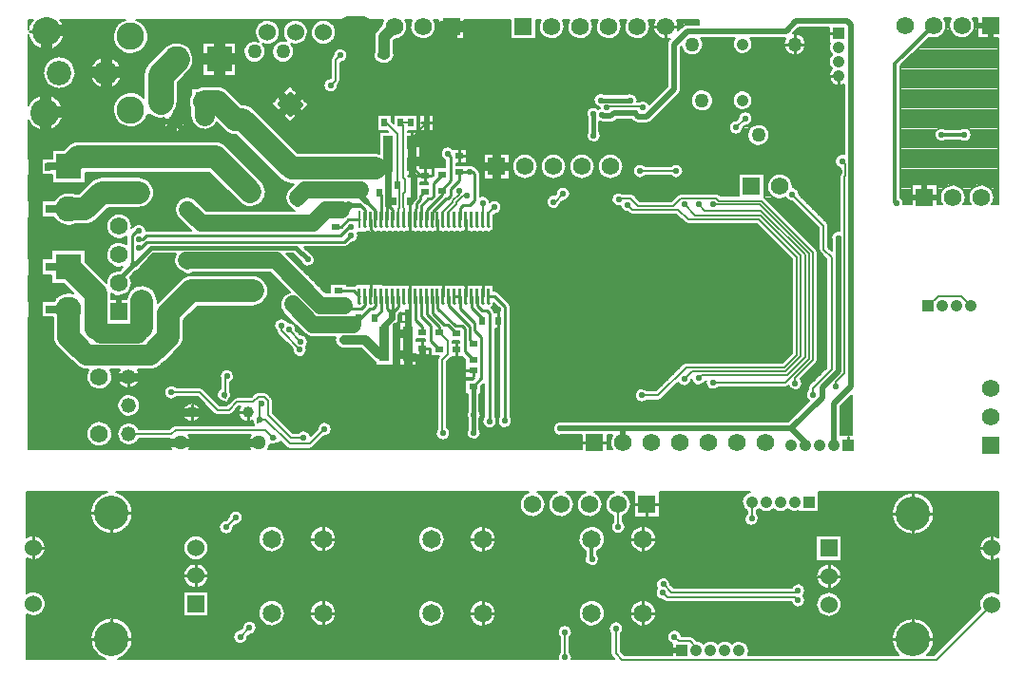
<source format=gbl>
%FSLAX24Y24*%
%MOIN*%
G70*
G01*
G75*
%ADD10C,0.0080*%
%ADD11R,0.0300X0.0300*%
%ADD12R,0.0300X0.0220*%
%ADD13R,0.0440X0.0120*%
%ADD14O,0.0190X0.1100*%
%ADD15R,0.0190X0.1100*%
%ADD16R,0.0220X0.0300*%
%ADD17R,0.0120X0.0440*%
%ADD18O,0.0440X0.0120*%
%ADD19R,0.0500X0.0250*%
%ADD20R,0.0360X0.0360*%
%ADD21O,0.0200X0.0500*%
%ADD22R,0.0200X0.0500*%
%ADD23R,0.1600X0.0600*%
%ADD24R,0.1460X0.1460*%
%ADD25R,0.0500X0.0500*%
%ADD26R,0.0830X0.2250*%
%ADD27R,0.0345X0.0500*%
%ADD28R,0.0630X0.0670*%
%ADD29O,0.0160X0.0530*%
%ADD30R,0.0160X0.0530*%
%ADD31R,0.0390X0.0350*%
%ADD32R,0.0220X0.0670*%
%ADD33O,0.0354X0.0787*%
%ADD34R,0.1968X0.1968*%
%ADD35R,0.0354X0.0787*%
%ADD36R,0.0280X0.0100*%
%ADD37R,0.0100X0.0510*%
%ADD38O,0.0100X0.0510*%
%ADD39R,0.0870X0.0870*%
%ADD40O,0.0200X0.0100*%
%ADD41R,0.0200X0.0100*%
%ADD42R,0.0100X0.0200*%
%ADD43C,0.0061*%
%ADD44C,0.0075*%
%ADD45C,0.0120*%
%ADD46C,0.0100*%
%ADD47C,0.0220*%
%ADD48C,0.0200*%
%ADD49C,0.0600*%
%ADD50C,0.0300*%
%ADD51C,0.0360*%
%ADD52C,0.0900*%
%ADD53C,0.0250*%
%ADD54C,0.0150*%
%ADD55C,0.0400*%
%ADD56C,0.0800*%
%ADD57C,0.2500*%
%ADD58C,0.0170*%
%ADD59R,0.0420X0.0420*%
%ADD60C,0.0420*%
%ADD61C,0.0650*%
%ADD62C,0.0620*%
%ADD63C,0.0600*%
%ADD64R,0.0600X0.0600*%
%ADD65R,0.0620X0.0620*%
%ADD66C,0.1200*%
%ADD67C,0.0500*%
%ADD68C,0.0510*%
%ADD69C,0.0390*%
%ADD70R,0.0900X0.0900*%
%ADD71C,0.0900*%
%ADD72C,0.0520*%
%ADD73C,0.0960*%
%ADD74C,0.1000*%
%ADD75C,0.0850*%
%ADD76C,0.0450*%
%ADD77C,0.0220*%
%ADD78C,0.0350*%
%ADD79C,0.0410*%
%ADD80C,0.0860*%
%ADD81O,0.0100X0.0600*%
%ADD82R,0.0100X0.0600*%
%ADD83R,0.3500X0.1380*%
%ADD84C,0.0630*%
%ADD85C,0.0700*%
%ADD86C,0.0340*%
%ADD87C,0.0730*%
%ADD88C,0.0500*%
%ADD89C,0.1900*%
%ADD90C,0.0160*%
D10*
X111978Y77760D02*
X111971Y77861D01*
X111951Y77960D01*
X111917Y78055D01*
X111870Y78144D01*
X111812Y78227D01*
X111743Y78301D01*
X111665Y78365D01*
X111579Y78417D01*
X111486Y78457D01*
X111389Y78485D01*
X111289Y78498D01*
X111188D01*
X111088Y78485D01*
X110990Y78457D01*
X110898Y78417D01*
X110811Y78365D01*
X110733Y78301D01*
X110664Y78227D01*
X110606Y78144D01*
X110559Y78055D01*
X110526Y77960D01*
X110505Y77861D01*
X110498Y77760D01*
X110505Y77659D01*
X110526Y77560D01*
X110559Y77465D01*
X110606Y77376D01*
X110664Y77293D01*
X110733Y77219D01*
X110811Y77155D01*
X110898Y77103D01*
X110990Y77063D01*
X111088Y77035D01*
X111188Y77022D01*
X111289D01*
X111389Y77035D01*
X111486Y77063D01*
X111579Y77103D01*
X111665Y77155D01*
X111743Y77219D01*
X111812Y77293D01*
X111870Y77376D01*
X111917Y77465D01*
X111951Y77560D01*
X111971Y77659D01*
X111978Y77760D01*
X105766Y77858D02*
X105838Y77915D01*
X106838D02*
X106925Y77851D01*
X107027Y77815D01*
X107135Y77813D01*
X107238Y77844D01*
X106338Y77915D02*
X106411Y77858D01*
X106496Y77822D01*
X106588Y77810D01*
X106680Y77822D01*
X106765Y77858D01*
X106838Y77915D01*
X105838D02*
X105911Y77858D01*
X105996Y77822D01*
X106088Y77810D01*
X106180Y77822D01*
X106265Y77858D01*
X106338Y77915D01*
X114233Y76904D02*
X114144Y76948D01*
X114048Y76972D01*
X113949Y76973D01*
X113852Y76952D01*
X113762Y76909D01*
X113684Y76848D01*
X113622Y76771D01*
X113578Y76681D01*
X113556Y76585D01*
Y76485D01*
X113578Y76389D01*
X113622Y76299D01*
X113684Y76222D01*
X113762Y76161D01*
X113852Y76118D01*
X113949Y76097D01*
X114048Y76098D01*
X114144Y76122D01*
X114233Y76166D01*
X105529Y78505D02*
X105439Y78477D01*
X105360Y78425D01*
X105297Y78354D01*
X105256Y78269D01*
X105238Y78176D01*
X105247Y78082D01*
X105280Y77993D01*
X105336Y77917D01*
X105411Y77858D01*
X101348Y78080D02*
X101339Y78172D01*
X101310Y78260D01*
X101265Y78341D01*
X101204Y78410D01*
X101130Y78466D01*
X101046Y78505D01*
X101076Y77666D02*
X101166Y77719D01*
X101242Y77790D01*
X101300Y77878D01*
X101336Y77976D01*
X101348Y78080D01*
X100750Y78505D02*
X100662Y78463D01*
X100584Y78403D01*
X100522Y78327D01*
X100477Y78240D01*
X100453Y78145D01*
X100449Y78047D01*
X100467Y77950D01*
X100505Y77860D01*
X100562Y77780D01*
X100635Y77715D01*
X100721Y77666D01*
X100348Y78080D02*
X100339Y78172D01*
X100310Y78260D01*
X100265Y78341D01*
X100204Y78410D01*
X100130Y78466D01*
X100046Y78505D01*
X99750D02*
X99661Y78463D01*
X99584Y78402D01*
X99521Y78326D01*
X99477Y78239D01*
X99453Y78143D01*
X99449Y78045D01*
X99468Y77949D01*
X99506Y77858D01*
X99564Y77779D01*
X99637Y77713D01*
X99723Y77665D01*
X99817Y77637D01*
X99915Y77630D01*
X100013Y77645D01*
X100104Y77680D01*
X100186Y77734D01*
X100255Y77805D01*
X100306Y77889D01*
X100337Y77982D01*
X100348Y78080D01*
X105828Y77570D02*
X105812Y77658D01*
X105766Y77735D01*
X105411Y77756D02*
X105352Y77676D01*
X105328Y77580D01*
X105344Y77483D01*
X105396Y77399D01*
X105477Y77342D01*
X105573Y77320D01*
X105670Y77338D01*
X105753Y77391D01*
X105809Y77473D01*
X105828Y77570D01*
X102239Y76854D02*
X102228Y76954D01*
X102196Y77050D01*
X102144Y77136D01*
X102075Y77209D01*
X101992Y77265D01*
X101898Y77302D01*
X101799Y77319D01*
X101699Y77313D01*
X101602Y77286D01*
X101513Y77239D01*
X101436Y77174D01*
X101375Y77094D01*
X101333Y77003D01*
X101312Y76905D01*
Y76804D01*
X101333Y76706D01*
X101375Y76615D01*
X101436Y76535D01*
X101513Y76469D01*
X101602Y76422D01*
X101699Y76395D01*
X101799Y76390D01*
X101898Y76406D01*
X101992Y76443D01*
X102075Y76500D01*
X102144Y76573D01*
X102196Y76659D01*
X102228Y76754D01*
X102239Y76854D01*
X101148Y77290D02*
X101129Y77385D01*
X101076Y77466D01*
X100721Y77466D02*
X100667Y77385D01*
X100648Y77289D01*
X100667Y77194D01*
X100722Y77113D01*
X100803Y77059D01*
X100899Y77040D01*
X100994Y77059D01*
X101075Y77113D01*
X101129Y77194D01*
X101148Y77290D01*
X100174Y76435D02*
X100262Y76490D01*
X100337Y76563D01*
X100392Y76652D01*
X100427Y76750D01*
X100439Y76854D01*
X100428Y76953D01*
X100397Y77047D01*
X100347Y77132D01*
X100279Y77205D01*
X100198Y77262D01*
X100107Y77300D01*
X100010Y77318D01*
X99911Y77315D01*
X99814Y77291D01*
X99726Y77248D01*
X99648Y77186D01*
X99585Y77109D01*
X99540Y77021D01*
X99514Y76926D01*
X99510Y76827D01*
X99526Y76729D01*
X99563Y76637D01*
X99618Y76555D01*
X99689Y76486D01*
X99774Y76435D01*
X100228Y76150D02*
X100214Y76232D01*
X100174Y76306D01*
X114233Y74934D02*
X114143Y74979D01*
X114045Y75002D01*
X113945Y75002D01*
X113847Y74980D01*
X113757Y74936D01*
X113679Y74873D01*
X113617Y74793D01*
X113575Y74702D01*
X113555Y74604D01*
X113557Y74503D01*
X113583Y74406D01*
X108723Y75550D02*
X108712Y75648D01*
X108680Y75741D01*
X108627Y75824D01*
X108557Y75894D01*
X108474Y75946D01*
X108381Y75979D01*
X108283Y75990D01*
X108185Y75979D01*
X108092Y75946D01*
X108009Y75894D01*
X107939Y75824D01*
X107887Y75741D01*
X107854Y75648D01*
X107843Y75550D01*
X107854Y75452D01*
X107887Y75359D01*
X107939Y75276D01*
X108009Y75206D01*
X108092Y75154D01*
X108185Y75121D01*
X108283Y75110D01*
X108381Y75121D01*
X108474Y75154D01*
X108557Y75206D01*
X108627Y75276D01*
X108680Y75359D01*
X108712Y75452D01*
X108723Y75550D01*
X108723Y74565D02*
X108712Y74663D01*
X108680Y74756D01*
X108627Y74839D01*
X108557Y74909D01*
X108474Y74961D01*
X108381Y74994D01*
X108283Y75005D01*
X108185Y74994D01*
X108092Y74961D01*
X108009Y74909D01*
X107939Y74839D01*
X107887Y74756D01*
X107854Y74663D01*
X107843Y74565D01*
X107854Y74467D01*
X107887Y74374D01*
X107939Y74291D01*
X108009Y74221D01*
X108092Y74169D01*
X108185Y74136D01*
X108283Y74125D01*
X108381Y74136D01*
X108474Y74169D01*
X108557Y74221D01*
X108627Y74291D01*
X108680Y74374D01*
X108712Y74467D01*
X108723Y74565D01*
X111741Y72798D02*
X111811Y72871D01*
X111869Y72954D01*
X111916Y73044D01*
X111950Y73140D01*
X111971Y73239D01*
X111978Y73340D01*
X111971Y73441D01*
X111951Y73540D01*
X111917Y73635D01*
X111870Y73725D01*
X111812Y73807D01*
X111743Y73881D01*
X111664Y73945D01*
X111578Y73997D01*
X111485Y74038D01*
X111388Y74065D01*
X111288Y74078D01*
X111187Y74078D01*
X111086Y74064D01*
X110989Y74037D01*
X110897Y73996D01*
X110810Y73944D01*
X110732Y73880D01*
X110663Y73806D01*
X110605Y73723D01*
X110559Y73633D01*
X110525Y73538D01*
X110505Y73439D01*
X110498Y73338D01*
X110505Y73237D01*
X110526Y73138D01*
X110560Y73043D01*
X110607Y72954D01*
X110666Y72871D01*
X110735Y72798D01*
X107458Y75050D02*
X107440Y75145D01*
X107387Y75225D01*
X107307Y75280D01*
X107213Y75300D01*
X107118Y75283D01*
X107037Y75232D01*
X106981Y75154D01*
X107391Y74880D02*
X107441Y74959D01*
X107458Y75050D01*
Y74710D02*
X107441Y74801D01*
X107391Y74880D01*
X102728Y75275D02*
X102705Y75375D01*
X102643Y75458D01*
X102554Y75508D01*
X102451Y75519D01*
X102353Y75487D01*
X102277Y75418D01*
X102234Y75324D01*
X102233Y75221D01*
X102273Y75127D01*
X103378Y75154D02*
X103348Y75156D01*
X102273Y75127D02*
X102230Y75045D01*
X102219Y74954D01*
X102242Y74864D01*
X102296Y74789D01*
X102373Y74739D01*
X102463Y74720D01*
X106967Y74643D02*
X107014Y74552D01*
X107093Y74488D01*
X107191Y74461D01*
X107292Y74474D01*
X107379Y74527D01*
X107437Y74610D01*
X107458Y74710D01*
X103548Y74640D02*
X103578Y74643D01*
X102491Y74693D02*
X102618Y74640D01*
X102491Y74693D02*
X102618Y74640D01*
X103117Y73451D02*
X103091Y73544D01*
X103030Y73620D01*
X102945Y73668D01*
X102849Y73679D01*
X102755Y73653D01*
X102679Y73593D01*
X102631Y73509D01*
X102619Y73412D01*
X102644Y73318D01*
X102704Y73242D01*
X102788Y73193D01*
X99774Y76294D02*
X99733Y76199D01*
X99734Y76095D01*
X99777Y76001D01*
X99855Y75933D01*
X99954Y75901D01*
X100056Y75913D01*
X100146Y75965D01*
X100207Y76049D01*
X100228Y76150D01*
X102239Y74254D02*
X102228Y74354D01*
X102196Y74450D01*
X102144Y74536D01*
X102075Y74609D01*
X101992Y74665D01*
X101898Y74702D01*
X101799Y74719D01*
X101699Y74713D01*
X101602Y74686D01*
X101513Y74639D01*
X101436Y74574D01*
X101375Y74494D01*
X101333Y74403D01*
X101312Y74305D01*
Y74204D01*
X101333Y74106D01*
X101375Y74015D01*
X101436Y73935D01*
X101513Y73869D01*
X101602Y73822D01*
X101699Y73795D01*
X101799Y73790D01*
X101898Y73806D01*
X101992Y73843D01*
X102075Y73900D01*
X102144Y73973D01*
X102196Y74059D01*
X102228Y74154D01*
X102239Y74254D01*
X100996Y73544D02*
X101049Y73625D01*
X101068Y73720D01*
X101049Y73816D01*
X100995Y73897D01*
X100914Y73951D01*
X100818Y73970D01*
X100723Y73951D01*
X100642Y73897D01*
X100587Y73816D01*
X100568Y73721D01*
X100587Y73625D01*
X100641Y73544D01*
X100439Y74254D02*
X100428Y74354D01*
X100396Y74450D01*
X100344Y74536D01*
X100275Y74609D01*
X100192Y74665D01*
X100098Y74702D01*
X99999Y74719D01*
X99899Y74713D01*
X99802Y74686D01*
X99713Y74639D01*
X99636Y74574D01*
X99575Y74494D01*
X99533Y74403D01*
X99511Y74305D01*
Y74204D01*
X99533Y74106D01*
X99575Y74015D01*
X99636Y73935D01*
X99713Y73869D01*
X99802Y73822D01*
X99899Y73795D01*
X99999Y73790D01*
X100098Y73806D01*
X100192Y73843D01*
X100275Y73900D01*
X100344Y73973D01*
X100396Y74059D01*
X100428Y74154D01*
X100439Y74254D01*
X103539Y73401D02*
X103418Y73451D01*
X103539Y73401D02*
X103418Y73451D01*
X104888Y73185D02*
X104815Y73242D01*
X104730Y73278D01*
X104638Y73290D01*
X104546Y73278D01*
X104461Y73242D01*
X104388Y73185D01*
X104315Y73242D01*
X104230Y73278D01*
X104138Y73290D01*
X104046Y73278D01*
X103961Y73242D01*
X103888Y73185D01*
X105488Y72940D02*
X105473Y73042D01*
X105429Y73135D01*
X105359Y73211D01*
X105270Y73264D01*
X105170Y73289D01*
X105067Y73283D01*
X104970Y73247D01*
X104888Y73185D01*
X103888D02*
X103818Y73240D01*
X103737Y73276D01*
X103649Y73290D01*
X105458Y72798D02*
X105488Y72940D01*
X99206Y73414D02*
X99259Y73495D01*
X99278Y73590D01*
X100641Y72840D02*
X100693Y72714D01*
X100641Y72840D02*
X100693Y72714D01*
X99274Y72655D02*
X99278Y72700D01*
X99259Y72795D01*
X99206Y72876D01*
X99348Y78080D02*
X99339Y78172D01*
X99310Y78260D01*
X99265Y78341D01*
X99204Y78410D01*
X99130Y78466D01*
X99046Y78505D01*
X98348Y78080D02*
X98339Y78172D01*
X98310Y78260D01*
X98265Y78341D01*
X98204Y78410D01*
X98130Y78466D01*
X98046Y78505D01*
X98750D02*
X98661Y78463D01*
X98584Y78402D01*
X98521Y78326D01*
X98477Y78239D01*
X98453Y78143D01*
X98449Y78045D01*
X98468Y77949D01*
X98506Y77858D01*
X98564Y77779D01*
X98637Y77713D01*
X98723Y77665D01*
X98817Y77637D01*
X98915Y77630D01*
X99013Y77645D01*
X99104Y77680D01*
X99186Y77734D01*
X99255Y77805D01*
X99306Y77889D01*
X99337Y77982D01*
X99348Y78080D01*
X97750Y78505D02*
X97661Y78463D01*
X97584Y78402D01*
X97521Y78326D01*
X97477Y78239D01*
X97453Y78143D01*
X97449Y78045D01*
X97468Y77949D01*
X97506Y77858D01*
X97564Y77779D01*
X97637Y77713D01*
X97723Y77665D01*
X97817Y77637D01*
X97915Y77630D01*
X98013Y77645D01*
X98104Y77680D01*
X98186Y77734D01*
X98255Y77805D01*
X98306Y77889D01*
X98337Y77982D01*
X98348Y78080D01*
X96613Y76850D02*
X96602Y76950D01*
X96570Y77045D01*
X96518Y77131D01*
X96449Y77204D01*
X96366Y77261D01*
X96272Y77298D01*
X96173Y77314D01*
X96073Y77309D01*
X95976Y77282D01*
X95887Y77235D01*
X95810Y77170D01*
X95750Y77090D01*
X95707Y76998D01*
X95686Y76900D01*
Y76800D01*
X95707Y76702D01*
X95750Y76610D01*
X95810Y76530D01*
X95887Y76465D01*
X95976Y76418D01*
X96073Y76391D01*
X96173Y76386D01*
X96272Y76402D01*
X96366Y76439D01*
X96449Y76496D01*
X96518Y76569D01*
X96570Y76655D01*
X96602Y76750D01*
X96613Y76850D01*
X94813D02*
X94802Y76950D01*
X94770Y77045D01*
X94718Y77131D01*
X94649Y77204D01*
X94566Y77261D01*
X94472Y77298D01*
X94373Y77314D01*
X94273Y77309D01*
X94176Y77282D01*
X94087Y77235D01*
X94010Y77170D01*
X93950Y77090D01*
X93907Y76998D01*
X93886Y76900D01*
Y76800D01*
X93907Y76702D01*
X93950Y76610D01*
X94010Y76530D01*
X94087Y76465D01*
X94176Y76418D01*
X94273Y76391D01*
X94373Y76386D01*
X94472Y76402D01*
X94566Y76439D01*
X94649Y76496D01*
X94718Y76569D01*
X94770Y76655D01*
X94802Y76750D01*
X94813Y76850D01*
X91013Y76860D02*
X91002Y76960D01*
X90970Y77055D01*
X90918Y77141D01*
X90849Y77214D01*
X90766Y77271D01*
X90672Y77308D01*
X90573Y77324D01*
X90473Y77319D01*
X90376Y77292D01*
X90287Y77245D01*
X90211Y77180D01*
X90150Y77100D01*
X90107Y77008D01*
X90086Y76910D01*
Y76810D01*
X90107Y76712D01*
X90150Y76620D01*
X90211Y76540D01*
X90287Y76475D01*
X90376Y76428D01*
X90473Y76401D01*
X90573Y76396D01*
X90672Y76412D01*
X90766Y76449D01*
X90849Y76506D01*
X90918Y76579D01*
X90970Y76665D01*
X91002Y76760D01*
X91013Y76860D01*
X87743Y77615D02*
X87724Y77711D01*
X87670Y77792D01*
X87589Y77846D01*
X87494Y77865D01*
X87398Y77846D01*
X87317Y77792D01*
X87262Y77712D01*
X87243Y77616D01*
X87494Y77365D02*
X87589Y77384D01*
X87670Y77439D01*
X87724Y77520D01*
X87743Y77615D01*
X83878Y77780D02*
X83871Y77881D01*
X83851Y77980D01*
X83817Y78075D01*
X83770Y78165D01*
X83711Y78248D01*
X83642Y78322D01*
X83563Y78386D01*
X83477Y78438D01*
X83384Y78478D01*
X83286Y78505D01*
X89213Y76860D02*
X89202Y76960D01*
X89170Y77055D01*
X89118Y77141D01*
X89049Y77214D01*
X88966Y77271D01*
X88872Y77308D01*
X88773Y77324D01*
X88673Y77319D01*
X88576Y77292D01*
X88487Y77245D01*
X88411Y77180D01*
X88350Y77100D01*
X88307Y77008D01*
X88286Y76910D01*
Y76810D01*
X88307Y76712D01*
X88350Y76620D01*
X88411Y76540D01*
X88487Y76475D01*
X88576Y76428D01*
X88673Y76401D01*
X88773Y76396D01*
X88872Y76412D01*
X88966Y76449D01*
X89049Y76506D01*
X89118Y76579D01*
X89170Y76665D01*
X89202Y76760D01*
X89213Y76860D01*
X87152Y77525D02*
X87057Y77506D01*
X86976Y77451D01*
X86922Y77370D01*
X86903Y77275D01*
X86922Y77179D01*
X86976Y77098D01*
X87057Y77044D01*
X87153Y77025D01*
X87248Y77044D01*
X87329Y77098D01*
X87384Y77179D01*
X87403Y77274D01*
X82990Y78505D02*
X82892Y78478D01*
X82800Y78438D01*
X82713Y78386D01*
X82635Y78322D01*
X82565Y78249D01*
X82507Y78166D01*
X82460Y78077D01*
X82426Y77981D01*
X82405Y77882D01*
X82398Y77782D01*
X82405Y77681D01*
X82425Y77582D01*
X82459Y77487D01*
X82505Y77397D01*
X82563Y77314D01*
X82632Y77240D01*
X82710Y77176D01*
X82797Y77123D01*
X82889Y77083D01*
X82987Y77056D01*
X83087Y77042D01*
X83188Y77042D01*
X83288Y77055D01*
X83385Y77083D01*
X83478Y77123D01*
X83564Y77175D01*
X83643Y77239D01*
X83712Y77313D01*
X83770Y77395D01*
X83817Y77485D01*
X83851Y77580D01*
X83871Y77679D01*
X83878Y77780D01*
X86533Y76555D02*
X86522Y76653D01*
X86490Y76746D01*
X86437Y76829D01*
X86367Y76899D01*
X86284Y76951D01*
X86191Y76984D01*
X86093Y76995D01*
X85995Y76984D01*
X85902Y76951D01*
X85819Y76899D01*
X85749Y76829D01*
X85697Y76746D01*
X85664Y76653D01*
X85653Y76555D01*
X85664Y76457D01*
X85697Y76364D01*
X85749Y76281D01*
X85819Y76211D01*
X85902Y76159D01*
X85995Y76126D01*
X86093Y76115D01*
X86191Y76126D01*
X86284Y76159D01*
X86367Y76211D01*
X86437Y76281D01*
X86490Y76364D01*
X86522Y76457D01*
X86533Y76555D01*
X80823Y76555D02*
X80811Y76658D01*
X80775Y76755D01*
X80718Y76841D01*
X80642Y76911D01*
X80551Y76962D01*
X80452Y76990D01*
X80348Y76994D01*
X80247Y76973D01*
X80153Y76930D01*
Y76180D02*
X80247Y76137D01*
X80348Y76116D01*
X80452Y76120D01*
X80551Y76148D01*
X80642Y76199D01*
X80718Y76269D01*
X80775Y76355D01*
X80811Y76452D01*
X80823Y76555D01*
X96613Y74250D02*
X96602Y74350D01*
X96570Y74445D01*
X96518Y74531D01*
X96449Y74604D01*
X96366Y74661D01*
X96272Y74698D01*
X96173Y74714D01*
X96073Y74709D01*
X95976Y74682D01*
X95887Y74635D01*
X95810Y74570D01*
X95750Y74490D01*
X95707Y74398D01*
X95686Y74300D01*
Y74200D01*
X95707Y74102D01*
X95750Y74010D01*
X95810Y73930D01*
X95887Y73865D01*
X95976Y73818D01*
X96073Y73791D01*
X96173Y73786D01*
X96272Y73802D01*
X96366Y73839D01*
X96449Y73896D01*
X96518Y73969D01*
X96570Y74055D01*
X96602Y74150D01*
X96613Y74250D01*
X94813Y74250D02*
X94802Y74350D01*
X94770Y74445D01*
X94718Y74531D01*
X94649Y74604D01*
X94566Y74661D01*
X94472Y74698D01*
X94373Y74714D01*
X94273Y74709D01*
X94176Y74682D01*
X94087Y74635D01*
X94010Y74570D01*
X93950Y74490D01*
X93907Y74398D01*
X93886Y74300D01*
Y74200D01*
X93907Y74102D01*
X93950Y74010D01*
X94010Y73930D01*
X94087Y73865D01*
X94176Y73818D01*
X94273Y73791D01*
X94373Y73786D01*
X94472Y73802D01*
X94566Y73839D01*
X94649Y73896D01*
X94718Y73969D01*
X94770Y74055D01*
X94802Y74150D01*
X94813Y74250D01*
X91013Y74260D02*
X91002Y74360D01*
X90970Y74455D01*
X90918Y74541D01*
X90849Y74614D01*
X90766Y74671D01*
X90672Y74708D01*
X90573Y74724D01*
X90473Y74719D01*
X90376Y74692D01*
X90287Y74645D01*
X90211Y74580D01*
X90150Y74500D01*
X90107Y74408D01*
X90086Y74310D01*
Y74210D01*
X90107Y74112D01*
X90150Y74020D01*
X90211Y73940D01*
X90287Y73875D01*
X90376Y73828D01*
X90473Y73801D01*
X90573Y73796D01*
X90672Y73812D01*
X90766Y73849D01*
X90849Y73906D01*
X90918Y73979D01*
X90970Y74065D01*
X91002Y74160D01*
X91013Y74260D01*
X99278Y73590D02*
X99259Y73686D01*
X99205Y73767D01*
X99124Y73821D01*
X99028Y73840D01*
X98933Y73821D01*
X98852Y73767D01*
X98797Y73686D01*
X98778Y73591D01*
X98797Y73495D01*
X98851Y73414D01*
Y72876D02*
X98789Y72774D01*
X98782Y72655D01*
X86533Y75570D02*
X86522Y75668D01*
X86490Y75761D01*
X86437Y75844D01*
X86367Y75914D01*
X86284Y75966D01*
X86191Y75999D01*
X86093Y76010D01*
X85995Y75999D01*
X85902Y75966D01*
X85819Y75914D01*
X85749Y75844D01*
X85697Y75761D01*
X85664Y75668D01*
X85653Y75570D01*
X85664Y75472D01*
X85697Y75379D01*
X85749Y75296D01*
X85819Y75226D01*
X85902Y75174D01*
X85995Y75141D01*
X86093Y75130D01*
X86191Y75141D01*
X86284Y75174D01*
X86367Y75226D01*
X86437Y75296D01*
X86490Y75379D01*
X86522Y75472D01*
X86533Y75570D01*
X89213Y74260D02*
X89202Y74360D01*
X89170Y74455D01*
X89118Y74541D01*
X89049Y74614D01*
X88966Y74671D01*
X88872Y74708D01*
X88773Y74724D01*
X88673Y74719D01*
X88576Y74692D01*
X88487Y74645D01*
X88411Y74580D01*
X88350Y74500D01*
X88307Y74408D01*
X88286Y74310D01*
Y74210D01*
X88307Y74112D01*
X88350Y74020D01*
X88411Y73940D01*
X88487Y73875D01*
X88576Y73828D01*
X88673Y73801D01*
X88773Y73796D01*
X88872Y73812D01*
X88966Y73849D01*
X89049Y73906D01*
X89118Y73979D01*
X89170Y74065D01*
X89202Y74160D01*
X89213Y74260D01*
X80823Y74585D02*
X80811Y74688D01*
X80775Y74785D01*
X80718Y74871D01*
X80642Y74941D01*
X80551Y74992D01*
X80452Y75020D01*
X80348Y75024D01*
X80247Y75003D01*
X80153Y74960D01*
Y74210D02*
X80247Y74167D01*
X80348Y74146D01*
X80452Y74150D01*
X80551Y74178D01*
X80642Y74229D01*
X80718Y74299D01*
X80775Y74385D01*
X80811Y74482D01*
X80823Y74585D01*
X88218Y73740D02*
X88200Y73834D01*
X88147Y73914D01*
X88069Y73969D01*
X87976Y73990D01*
X87881Y73974D01*
X87799Y73925D01*
X87742Y73848D01*
X87719Y73755D01*
X87963Y73490D02*
X88060Y73508D01*
X88143Y73561D01*
X88199Y73643D01*
X88218Y73740D01*
X87643Y73680D02*
X87549Y73659D01*
X87469Y73605D01*
X87416Y73524D01*
X87398Y73428D01*
X87417Y73334D01*
X87471Y73253D01*
X87552Y73199D01*
X87647Y73180D01*
X87742Y73198D01*
X87823Y73251D01*
X87878Y73331D01*
X87898Y73425D01*
X83878Y73360D02*
X83871Y73458D01*
X83852Y73555D01*
X83820Y73648D01*
X83775Y73737D01*
X83719Y73818D01*
X83653Y73891D01*
X83578Y73955D01*
X83495Y74008D01*
X83406Y74050D01*
X83311Y74079D01*
X83214Y74096D01*
X83116Y74100D01*
X83017Y74090D01*
X82921Y74068D01*
X82829Y74032D01*
X82742Y73985D01*
X82663Y73927D01*
X82591Y73859D01*
X82530Y73782D01*
X82479Y73697D01*
X82440Y73606D01*
X82414Y73511D01*
X82400Y73414D01*
X82399Y73315D01*
X82412Y73217D01*
X82438Y73122D01*
X82475Y73031D01*
X82525Y72945D01*
X82586Y72867D01*
X82656Y72798D01*
X82735Y72739D01*
X82821Y72691D01*
X82913Y72655D01*
X83363D02*
X83459Y72693D01*
X83549Y72745D01*
X83631Y72808D01*
X83704Y72883D01*
X83765Y72966D01*
X83814Y73058D01*
X83849Y73155D01*
X83871Y73257D01*
X83878Y73360D01*
X113398Y94890D02*
X113390Y94976D01*
X113365Y95059D01*
X113326Y95135D01*
X112571D02*
X112526Y95047D01*
X112502Y94952D01*
X112500Y94854D01*
X112518Y94757D01*
X112557Y94667D01*
X112615Y94588D01*
X112688Y94523D01*
X112774Y94475D01*
X112868Y94447D01*
X112966Y94440D01*
X113063Y94455D01*
X113155Y94490D01*
X113237Y94545D01*
X113305Y94616D01*
X113356Y94699D01*
X113387Y94792D01*
X113398Y94890D01*
X112398D02*
X112390Y94976D01*
X112365Y95059D01*
X112326Y95135D01*
X111804Y94464D02*
X111897Y94443D01*
X111991Y94442D01*
X112084Y94461D01*
X112171Y94499D01*
X112248Y94554D01*
X112311Y94624D01*
X112359Y94706D01*
X112388Y94796D01*
X112398Y94890D01*
X113288Y91050D02*
X113271Y91140D01*
X113223Y91218D01*
X113150Y91274D01*
X113062Y91299D01*
X112970Y91291D01*
X112888Y91250D01*
Y90850D02*
X112970Y90809D01*
X113062Y90801D01*
X113150Y90826D01*
X113223Y90882D01*
X113271Y90960D01*
X113288Y91050D01*
X114078Y88850D02*
X114067Y88948D01*
X114036Y89041D01*
X113985Y89124D01*
X113917Y89195D01*
X113835Y89250D01*
X113743Y89285D01*
X113646Y89300D01*
X113548Y89293D01*
X113454Y89265D01*
X113368Y89217D01*
X113295Y89152D01*
X113237Y89073D01*
X113198Y88983D01*
X113180Y88886D01*
X113182Y88788D01*
X113206Y88693D01*
X113251Y88605D01*
X114006D02*
X114045Y88681D01*
X114070Y88764D01*
X114078Y88850D01*
X113078D02*
X113067Y88948D01*
X113036Y89041D01*
X112985Y89124D01*
X112917Y89195D01*
X112835Y89250D01*
X112743Y89285D01*
X112646Y89300D01*
X112548Y89293D01*
X112454Y89265D01*
X112368Y89217D01*
X112295Y89152D01*
X112237Y89073D01*
X112198Y88983D01*
X112180Y88886D01*
X112182Y88788D01*
X112206Y88693D01*
X112251Y88605D01*
X112378Y91250D02*
X112288Y91293D01*
X112188Y91297D01*
X112094Y91261D01*
X112022Y91192D01*
X111983Y91100D01*
Y91000D01*
X112022Y90908D01*
X112094Y90839D01*
X112188Y90803D01*
X112288Y90807D01*
X112378Y90850D01*
X113006Y88605D02*
X113045Y88681D01*
X113070Y88764D01*
X113078Y88850D01*
X110906Y88605D02*
X110908Y88640D01*
X110882Y88752D01*
X110808Y88840D01*
X81088Y83960D02*
X81098Y83855D01*
X81129Y83753D01*
X81179Y83660D01*
X81246Y83578D01*
X81088Y83960D02*
X81098Y83855D01*
X81129Y83753D01*
X81179Y83660D01*
X81246Y83578D01*
X83158Y80550D02*
X83147Y80650D01*
X83114Y80745D01*
X83060Y80831D01*
X82989Y80902D01*
X82903Y80955D01*
X82808Y80989D01*
X82708Y81000D01*
X82608Y80989D01*
X82513Y80955D01*
X82428Y80902D01*
X82356Y80831D01*
X82303Y80745D01*
X82269Y80650D01*
X82258Y80550D01*
X82269Y80450D01*
X82303Y80355D01*
X82356Y80269D01*
X82428Y80198D01*
X82513Y80145D01*
X82608Y80111D01*
X82708Y80100D01*
X82808Y80111D01*
X82903Y80145D01*
X82989Y80198D01*
X83060Y80269D01*
X83114Y80355D01*
X83147Y80450D01*
X83158Y80550D01*
X84100Y80721D02*
X84048Y80803D01*
X83977Y80871D01*
X83892Y80919D01*
X83797Y80946D01*
X83699Y80948D01*
X83604Y80927D01*
X83516Y80883D01*
X83442Y80819D01*
X83385Y80739D01*
X83350Y80647D01*
X83338Y80550D01*
X83350Y80453D01*
X83385Y80361D01*
X83442Y80281D01*
X83516Y80217D01*
X83604Y80173D01*
X83699Y80152D01*
X83797Y80154D01*
X83892Y80181D01*
X83977Y80229D01*
X84048Y80297D01*
X84100Y80379D01*
X84138Y81550D02*
X84126Y81649D01*
X84089Y81743D01*
X84030Y81824D01*
X83952Y81888D01*
X83862Y81930D01*
X83763Y81949D01*
X83663Y81943D01*
X83568Y81912D01*
X83483Y81858D01*
X83414Y81785D01*
X83366Y81697D01*
X83341Y81600D01*
Y81500D01*
X83366Y81403D01*
X83414Y81315D01*
X83483Y81242D01*
X83568Y81188D01*
X83663Y81157D01*
X83763Y81151D01*
X83862Y81170D01*
X83952Y81212D01*
X84030Y81276D01*
X84089Y81357D01*
X84126Y81451D01*
X84138Y81550D01*
X85179Y80379D02*
X85156Y80284D01*
X85157Y80186D01*
X85182Y80091D01*
X85231Y80005D01*
X85866D02*
X85908Y80077D01*
X85934Y80157D01*
X85943Y80240D01*
X85378Y80861D02*
X85258Y80811D01*
X85943Y80240D02*
X85930Y80342D01*
X85890Y80438D01*
X85827Y80520D01*
X85378Y80861D02*
X85258Y80811D01*
X86283Y81300D02*
X86268Y81399D01*
X86225Y81489D01*
X86157Y81562D01*
X86070Y81612D01*
X85973Y81634D01*
X85874Y81627D01*
X85781Y81590D01*
X85703Y81528D01*
X85646Y81445D01*
X85617Y81350D01*
Y81250D01*
X85646Y81155D01*
X85703Y81072D01*
X85781Y81010D01*
X85874Y80973D01*
X85973Y80966D01*
X86070Y80988D01*
X86157Y81038D01*
X86225Y81111D01*
X86268Y81201D01*
X86283Y81300D01*
X81856Y83017D02*
X81919Y82945D01*
X81995Y82885D01*
X82080Y82841D01*
X82172Y82814D01*
X82268Y82805D01*
X82337D02*
X82291Y82718D01*
X82264Y82623D01*
X82259Y82524D01*
X82275Y82426D01*
X82313Y82335D01*
X82369Y82254D01*
X82442Y82187D01*
X82528Y82138D01*
X82623Y82108D01*
X82721Y82100D01*
X82819Y82114D01*
X82912Y82149D01*
X82994Y82203D01*
X83063Y82274D01*
X83115Y82358D01*
X83147Y82452D01*
X83158Y82550D01*
X81621Y83203D02*
X81696Y83141D01*
X81781Y83093D01*
X83158Y82550D02*
X83149Y82640D01*
X83122Y82726D01*
X83079Y82805D01*
X83430D02*
X83375Y82719D01*
X83345Y82622D01*
X83339Y82520D01*
X83360Y82420D01*
X83405Y82329D01*
X83472Y82252D01*
X83556Y82194D01*
X83652Y82159D01*
X83753Y82150D01*
X83854Y82167D01*
X83947Y82209D01*
X84026Y82273D01*
X84087Y82354D01*
X84125Y82449D01*
X84138Y82550D01*
Y82550D02*
X84128Y82641D01*
X84096Y82728D01*
X84046Y82805D01*
X84498D02*
X84594Y82814D01*
X84686Y82841D01*
X84771Y82885D01*
X84847Y82945D01*
X84910Y83017D01*
X84942Y83049D02*
X85027Y83097D01*
X85102Y83160D01*
X85421Y82181D02*
X85340Y82238D01*
X85244Y82260D01*
X85146Y82243D01*
X85063Y82189D01*
X85008Y82107D01*
X84988Y82010D01*
X85008Y81913D01*
X85063Y81831D01*
X85146Y81777D01*
X85244Y81760D01*
X85340Y81782D01*
X85421Y81840D01*
X86349Y82131D02*
X86228Y82181D01*
X86349Y82131D02*
X86228Y82181D01*
X85510Y83568D02*
X85577Y83650D01*
X85627Y83743D01*
X85658Y83845D01*
X85668Y83950D01*
X85510Y83568D02*
X85577Y83650D01*
X85627Y83743D01*
X85658Y83845D01*
X85668Y83950D01*
X80688Y84971D02*
Y84869D01*
X81800Y85484D02*
X81704Y85505D01*
X81606Y85510D01*
X81508Y85498D01*
X81414Y85470D01*
X81326Y85427D01*
X81246Y85370D01*
X81177Y85300D01*
X81120Y85220D01*
X81119Y88160D02*
X81172Y88078D01*
X81238Y88006D01*
X81315Y87946D01*
X81401Y87900D01*
X81493Y87868D01*
X81590Y87852D01*
X81687Y87852D01*
X81783Y87868D01*
X81876Y87900D01*
X83128Y85480D02*
X83213Y85430D01*
X83308Y85399D01*
X83407Y85390D01*
X83506Y85403D01*
X83599Y85437D01*
X83683Y85491D01*
X83752Y85562D01*
X83805Y85647D01*
X83837Y85741D01*
X83848Y85840D01*
X83414Y86290D02*
X83314Y86282D01*
X83219Y86253D01*
X83132Y86203D01*
X83059Y86136D01*
X83002Y86054D01*
X82965Y85961D01*
X82949Y85863D01*
X83848Y85840D02*
X83834Y85953D01*
X83791Y86059D01*
X84748Y85230D02*
X84738Y85332D01*
X84710Y85430D01*
X84663Y85521D01*
X84600Y85601D01*
X84524Y85668D01*
X84435Y85720D01*
X84339Y85754D01*
X84238Y85769D01*
X84136Y85765D01*
X84037Y85742D01*
X83943Y85701D01*
X83859Y85642D01*
X83788Y85569D01*
X83732Y85484D01*
X83692Y85390D01*
X83671Y85290D01*
X85928Y86110D02*
X85823Y86100D01*
X85721Y86069D01*
X85628Y86019D01*
X85546Y85952D01*
X85928Y86110D02*
X85823Y86100D01*
X85721Y86069D01*
X85628Y86019D01*
X85546Y85952D01*
X85620Y86236D02*
X85696Y86176D01*
X85790Y86151D01*
X85886Y86162D01*
X85971Y86210D01*
X83658Y87207D02*
X83569Y87256D01*
X83472Y87284D01*
X83370Y87289D01*
X83270Y87271D01*
X83177Y87232D01*
X83095Y87172D01*
X83028Y87096D01*
X82980Y87006D01*
X82953Y86909D01*
X82949Y86807D01*
X82968Y86707D01*
X83009Y86614D01*
X83069Y86533D01*
X83146Y86467D01*
X83236Y86420D01*
X83335Y86395D01*
X83436Y86392D01*
X83536Y86412D01*
X83848Y87840D02*
X83837Y87939D01*
X83804Y88033D01*
X83752Y88118D01*
X83682Y88189D01*
X83598Y88243D01*
X83504Y88277D01*
X83406Y88290D01*
X83306Y88281D01*
X83212Y88250D01*
X83126Y88198D01*
X83054Y88130D01*
X82998Y88047D01*
X82963Y87954D01*
X82948Y87855D01*
X82956Y87756D01*
X82985Y87660D01*
X83035Y87574D01*
X83103Y87501D01*
X83185Y87444D01*
X83277Y87407D01*
X83376Y87391D01*
X83475Y87397D01*
X83571Y87424D01*
X83658Y87473D01*
X82208Y87900D02*
X82313Y87910D01*
X82415Y87941D01*
X82508Y87991D01*
X82590Y88058D01*
X82208Y87900D02*
X82313Y87910D01*
X82415Y87941D01*
X82508Y87991D01*
X82590Y88058D01*
X83842Y87766D02*
X83848Y87840D01*
X83970Y86238D02*
X84051Y86275D01*
X84113Y86337D01*
X84150Y86418D01*
X84347Y87690D02*
X84319Y87786D01*
X84256Y87864D01*
X84167Y87910D01*
X84068Y87918D01*
X83973Y87886D01*
X83898Y87820D01*
X85390Y86875D02*
X85350Y86787D01*
X85330Y86692D01*
X85331Y86595D01*
X85354Y86501D01*
X85397Y86414D01*
X85457Y86339D01*
X85533Y86278D01*
X85620Y86236D01*
X85593Y88013D02*
X85681Y87925D01*
X86738Y81259D02*
X86858Y81209D01*
X86738Y81259D02*
X86858Y81209D01*
X87248D02*
X87369Y81259D01*
X87248Y81209D02*
X87369Y81259D01*
X86948Y82133D02*
X86872Y82062D01*
X86832Y81966D01*
X86835Y81863D01*
X86879Y81769D01*
X86958Y81701D01*
X87057Y81671D01*
X87057D02*
X87145Y81662D01*
X87225Y81697D01*
X87277Y81769D01*
X87315Y81840D01*
X87328Y81920D01*
X87538Y81841D02*
X87418Y81791D01*
X87538Y81841D02*
X87418Y81791D01*
X87328Y81920D02*
X87289Y82055D01*
Y82346D02*
X87362Y82401D01*
X87411Y82479D01*
X87428Y82570D01*
X87409Y82666D01*
X87355Y82747D01*
X87273Y82801D01*
X87178Y82820D01*
X87082Y82801D01*
X87001Y82746D01*
X86947Y82665D01*
X86928Y82569D01*
X86948Y82473D01*
X88626Y80005D02*
X88675Y80093D01*
X88700Y80190D01*
X88810Y80170D01*
X88918Y80201D01*
X89268Y80079D02*
X89388Y80029D01*
X89268Y80079D02*
X89388Y80029D01*
X90088D02*
X90209Y80079D01*
X88918Y80201D02*
X88997Y80231D01*
X89051Y80296D01*
X90088Y80029D02*
X90209Y80079D01*
X88029Y80520D02*
X87971Y80446D01*
X87932Y80361D01*
X87914Y80269D01*
X87918Y80176D01*
X87944Y80086D01*
X87991Y80005D01*
X88099Y80978D02*
X88130Y80861D01*
X90114Y80467D02*
X90081Y80552D01*
X90019Y80619D01*
X89937Y80660D01*
X89847Y80669D01*
X89759Y80645D01*
X89685Y80591D01*
X90599Y80470D02*
X90698Y80487D01*
X90782Y80540D01*
X90838Y80622D01*
X90858Y80720D01*
X90839Y80817D01*
X90783Y80898D01*
X90701Y80952D01*
X90604Y80970D01*
X90507Y80949D01*
X90427Y80892D01*
X90374Y80809D01*
X90358Y80711D01*
X87649Y81500D02*
X87601Y81409D01*
X87583Y81309D01*
X87596Y81208D01*
X87639Y81115D01*
X87707Y81040D01*
X87795Y80988D01*
X87895Y80966D01*
X87996Y80974D01*
X88091Y81013D01*
X88099Y80978D01*
X88278Y82021D02*
X88158Y81971D01*
X88278Y82021D02*
X88158Y81971D01*
X88599D02*
X88478Y82021D01*
X88599Y81971D02*
X88478Y82021D01*
X88799Y81700D02*
X88749Y81821D01*
X88799Y81700D02*
X88749Y81821D01*
X92319Y83121D02*
X92396Y83065D01*
X92319Y83121D02*
X92396Y83065D01*
X88918Y84170D02*
X88968Y84049D01*
X88918Y84170D02*
X88968Y84049D01*
X89314Y84466D02*
X89257Y84544D01*
X89174Y84595D01*
X89078Y84610D01*
X88983Y84587D01*
X88904Y84530D01*
X88854Y84447D01*
X88838Y84351D01*
X88861Y84256D01*
X88918Y84177D01*
X89481Y83536D02*
X89487Y83434D01*
X89533Y83344D01*
X89612Y83279D01*
X89710Y83251D01*
X89811Y83264D01*
X89898Y83317D01*
X89957Y83400D01*
X89978Y83500D01*
X90018Y83790D02*
X89998Y83888D01*
X89942Y83970D01*
X89858Y84023D01*
X89759Y84040D01*
X89608Y84220D02*
X89585Y84326D01*
X89519Y84412D01*
X89423Y84462D01*
X89314Y84466D01*
X88088Y85030D02*
X88193Y85040D01*
X88295Y85071D01*
X88388Y85121D01*
X88470Y85188D01*
X88537Y85270D01*
X88587Y85363D01*
X88618Y85465D01*
X88628Y85570D01*
X88618Y85675D01*
X88587Y85777D01*
X88537Y85870D01*
X88470Y85952D01*
X88388Y86019D01*
X88295Y86069D01*
X88193Y86100D01*
X88088Y86110D01*
X89379Y85526D02*
X89284Y85490D01*
X89199Y85431D01*
X89130Y85355D01*
X89080Y85265D01*
X89053Y85166D01*
X89050Y85063D01*
X89070Y84963D01*
X89113Y84870D01*
X89177Y84789D01*
X89776Y86608D02*
X89821Y86516D01*
X89899Y86450D01*
X89998Y86421D01*
X90099Y86434D01*
X90188Y86486D01*
X90247Y86570D01*
X90268Y86670D01*
X89978Y83500D02*
X89949Y83617D01*
X90000Y83697D01*
X90018Y83790D01*
X90985Y83950D02*
X90968Y83854D01*
X90982Y83757D01*
X91026Y83670D01*
X91095Y83600D01*
X91182Y83555D01*
X91278Y83540D01*
X89887Y84079D02*
X89978Y84009D01*
X90084Y83965D01*
X90198Y83950D01*
X89887Y84079D02*
X89978Y84009D01*
X90084Y83965D01*
X90198Y83950D01*
X91669Y85758D02*
X91638Y85760D01*
X91669Y85758D02*
X91638Y85760D01*
X91917Y85802D02*
X91830Y85830D01*
X91740Y85813D01*
X91669Y85758D01*
X92114Y85802D02*
X92015Y85830D01*
X91917Y85802D01*
X92311D02*
X92212Y85830D01*
X92114Y85802D01*
X92508D02*
X92409Y85830D01*
X92311Y85802D01*
X92705D02*
X92606Y85830D01*
X92508Y85802D01*
X92902D02*
X92803Y85830D01*
X92705Y85802D01*
X93099D02*
X93000Y85830D01*
X92902Y85802D01*
X90268Y86670D02*
X90244Y86777D01*
X90177Y86863D01*
X90080Y86912D01*
X91308Y87100D02*
X91442Y87156D01*
X91308Y87100D02*
X91443Y87156D01*
X91558Y87271D02*
X91647Y87295D01*
X91722Y87350D01*
X91771Y87429D01*
X91788Y87520D01*
X91763Y87630D01*
X92008Y87630D02*
X92114Y87658D01*
X92212Y87630D01*
X92311Y87658D01*
X92409Y87630D01*
X92508Y87658D01*
X92606Y87630D01*
X92705Y87658D01*
X92803Y87630D01*
X92902Y87658D01*
X93000Y87630D01*
X93099Y87658D01*
X80688Y88491D02*
Y88389D01*
X81876Y88980D02*
X81786Y89011D01*
X81692Y89028D01*
X81597Y89029D01*
X81503Y89014D01*
X81413Y88985D01*
X81328Y88942D01*
X81251Y88886D01*
X81185Y88818D01*
X81130Y88740D01*
X80658Y89991D02*
Y89889D01*
X80223Y91570D02*
X80272Y91480D01*
X80335Y91399D01*
X80409Y91329D01*
X80494Y91272D01*
X80587Y91229D01*
X80686Y91202D01*
X80788Y91190D01*
X80890Y91195D01*
X80990Y91217D01*
X81086Y91253D01*
X81174Y91305D01*
X81253Y91370D01*
X81321Y91447D01*
X81376Y91534D01*
X81416Y91628D01*
X81440Y91728D01*
X81448Y91830D01*
X84088Y88490D02*
X84193Y88500D01*
X84295Y88531D01*
X84388Y88581D01*
X84470Y88648D01*
X84537Y88730D01*
X84587Y88823D01*
X84618Y88925D01*
X84628Y89030D01*
X81968Y90810D02*
X81863Y90800D01*
X81761Y90769D01*
X81668Y90719D01*
X81586Y90652D01*
X81968Y90810D02*
X81863Y90800D01*
X81761Y90769D01*
X81668Y90719D01*
X81586Y90652D01*
X82798Y89570D02*
X82693Y89560D01*
X82591Y89529D01*
X82498Y89479D01*
X82416Y89412D01*
X82798Y89570D02*
X82693Y89560D01*
X82591Y89529D01*
X82498Y89479D01*
X82416Y89412D01*
X84628Y89030D02*
X84618Y89135D01*
X84587Y89237D01*
X84537Y89330D01*
X84470Y89412D01*
X84388Y89479D01*
X84295Y89529D01*
X84193Y89560D01*
X84088Y89570D01*
X86109Y88741D02*
X86032Y88803D01*
X85943Y88845D01*
X85847Y88867D01*
X85749D01*
X85653Y88845D01*
X85564Y88803D01*
X85487Y88741D01*
X85426Y88664D01*
X85383Y88575D01*
X85361Y88479D01*
Y88381D01*
X85383Y88285D01*
X85426Y88196D01*
X85487Y88119D01*
X84996Y91636D02*
X84974Y91541D01*
X84979Y91443D01*
X85010Y91350D01*
X85064Y91269D01*
X85138Y91205D01*
X85226Y91163D01*
X85323Y91145D01*
X85420Y91154D01*
X85512Y91189D01*
X85591Y91247D01*
X85652Y91323D01*
X85690Y91413D01*
X85703Y91510D01*
X84508Y91735D02*
X84596Y91682D01*
X84691Y91644D01*
X84792Y91624D01*
X84894Y91621D01*
X84996Y91636D01*
X85344Y91875D02*
X85389Y91952D01*
X85421Y92035D01*
X85441Y92121D01*
X85448Y92210D01*
X85703Y91510D02*
X85691Y91604D01*
X85655Y91691D01*
X85598Y91766D01*
X85524Y91824D01*
X85437Y91861D01*
X85344Y91875D01*
X81448Y91830D02*
X81440Y91932D01*
X81416Y92032D01*
X81376Y92126D01*
X81321Y92213D01*
X81253Y92290D01*
X81174Y92355D01*
X81086Y92407D01*
X80990Y92443D01*
X80890Y92465D01*
X80788Y92470D01*
X80686Y92458D01*
X80587Y92431D01*
X80494Y92388D01*
X80409Y92331D01*
X80335Y92261D01*
X80272Y92180D01*
X80223Y92090D01*
X81878Y93230D02*
X81869Y93329D01*
X81844Y93425D01*
X81802Y93515D01*
X81745Y93596D01*
X81674Y93667D01*
X81593Y93724D01*
X81503Y93766D01*
X81407Y93791D01*
X81308Y93800D01*
X81209Y93791D01*
X81113Y93766D01*
X81023Y93724D01*
X80942Y93667D01*
X80871Y93596D01*
X80814Y93515D01*
X80772Y93425D01*
X80747Y93329D01*
X80738Y93230D01*
X80747Y93131D01*
X80772Y93035D01*
X80814Y92945D01*
X80871Y92864D01*
X80942Y92793D01*
X81023Y92736D01*
X81113Y92694D01*
X81209Y92669D01*
X81308Y92660D01*
X81407Y92669D01*
X81503Y92694D01*
X81593Y92736D01*
X81674Y92793D01*
X81745Y92864D01*
X81802Y92945D01*
X81844Y93035D01*
X81869Y93131D01*
X81878Y93230D01*
X80223Y94590D02*
X80244Y94491D01*
X80280Y94396D01*
X80330Y94308D01*
X80394Y94229D01*
X80470Y94161D01*
X80555Y94106D01*
X80648Y94065D01*
X80746Y94040D01*
X80847Y94030D01*
X80949Y94036D01*
X81048Y94059D01*
X81142Y94096D01*
X81229Y94148D01*
X81307Y94214D01*
X81373Y94290D01*
X81427Y94377D01*
X81466Y94470D01*
X81490Y94569D01*
X81498Y94670D01*
X80380Y95095D02*
X80321Y95019D01*
X80275Y94934D01*
X80242Y94844D01*
X80223Y94750D01*
X81498Y94670D02*
X81491Y94763D01*
X81471Y94853D01*
X81438Y94940D01*
X81393Y95021D01*
X81337Y95095D01*
X83503Y93230D02*
X83494Y93331D01*
X83467Y93429D01*
X83423Y93520D01*
X83364Y93602D01*
X83290Y93672D01*
X83206Y93728D01*
X83113Y93767D01*
X83014Y93790D01*
X82913Y93794D01*
X82812Y93781D01*
X82716Y93750D01*
X82627Y93702D01*
X82548Y93638D01*
X82481Y93562D01*
X82429Y93475D01*
X82393Y93380D01*
X82375Y93281D01*
Y93179D01*
X82393Y93080D01*
X82429Y92985D01*
X82481Y92898D01*
X82548Y92822D01*
X82627Y92758D01*
X82716Y92710D01*
X82812Y92679D01*
X82913Y92666D01*
X83014Y92670D01*
X83113Y92693D01*
X83206Y92732D01*
X83290Y92788D01*
X83364Y92858D01*
X83423Y92940D01*
X83467Y93031D01*
X83494Y93129D01*
X83503Y93230D01*
X84268Y92346D02*
X84196Y92413D01*
X84115Y92469D01*
X84025Y92511D01*
X83930Y92538D01*
X83832Y92550D01*
X83733Y92545D01*
X83636Y92526D01*
X83544Y92491D01*
X83458Y92442D01*
X83381Y92380D01*
X83315Y92306D01*
X83262Y92223D01*
X83222Y92133D01*
X83197Y92037D01*
X83188Y91939D01*
X83195Y91840D01*
X83217Y91744D01*
X83254Y91652D01*
X83305Y91568D01*
X83369Y91493D01*
X83444Y91428D01*
X83528Y91377D01*
X83619Y91339D01*
X83716Y91317D01*
X83814Y91310D01*
X83913Y91319D01*
X84008Y91343D01*
X84099Y91382D01*
X84182Y91436D01*
X84256Y91501D01*
X84318Y91578D01*
X84368Y91663D01*
X84403Y91756D01*
X85943Y92501D02*
X85894Y92404D01*
X85866Y92300D01*
X85858Y92192D01*
X85873Y92085D01*
X85908Y91983D01*
X84441Y93557D02*
X84381Y93487D01*
X84332Y93408D01*
X84297Y93322D01*
X84275Y93232D01*
X84268Y93140D01*
X84441Y93557D02*
X84381Y93487D01*
X84332Y93408D01*
X84297Y93322D01*
X84275Y93232D01*
X84268Y93140D01*
X86398Y92750D02*
X86309Y92743D01*
X86223Y92721D01*
X86141Y92685D01*
X83634Y95095D02*
X83539Y95059D01*
X83451Y95007D01*
X83373Y94942D01*
X83307Y94865D01*
X83254Y94779D01*
X83216Y94684D01*
X83194Y94585D01*
X83188Y94484D01*
X83199Y94383D01*
X83227Y94285D01*
X83269Y94193D01*
X83327Y94109D01*
X83397Y94036D01*
X83478Y93975D01*
X83568Y93928D01*
X83665Y93897D01*
X83765Y93881D01*
X83867Y93883D01*
X83967Y93901D01*
X84063Y93935D01*
X84151Y93984D01*
X84231Y94047D01*
X84299Y94122D01*
X84355Y94207D01*
X84395Y94300D01*
X84420Y94399D01*
X84428Y94500D01*
Y94500D02*
X84420Y94599D01*
X84396Y94696D01*
X84357Y94788D01*
X84304Y94872D01*
X84238Y94946D01*
X84161Y95009D01*
X84075Y95059D01*
X83982Y95095D01*
X85835Y93283D02*
X85895Y93353D01*
X85944Y93432D01*
X85979Y93518D01*
X86001Y93608D01*
X86008Y93700D01*
X85835Y93283D02*
X85895Y93353D01*
X85944Y93432D01*
X85979Y93518D01*
X86001Y93608D01*
X86008Y93700D01*
X86000Y93799D01*
X85975Y93895D01*
X85934Y93985D01*
X85879Y94068D01*
X85811Y94140D01*
X85732Y94200D01*
X85644Y94245D01*
X85549Y94275D01*
X85451Y94289D01*
X85352Y94286D01*
X85255Y94267D01*
X85162Y94232D01*
X85077Y94181D01*
X85001Y94117D01*
X86008Y93700D02*
X86000Y93799D01*
X85975Y93895D01*
X85934Y93985D01*
X85879Y94068D01*
X85811Y94140D01*
X85732Y94200D01*
X85644Y94245D01*
X85549Y94275D01*
X85451Y94289D01*
X85352Y94286D01*
X85255Y94267D01*
X85162Y94232D01*
X85077Y94181D01*
X85001Y94117D01*
X87626Y88668D02*
X87701Y88606D01*
X87786Y88558D01*
X87879Y88526D01*
X87975Y88511D01*
X88073Y88514D01*
X88169Y88534D01*
X88259Y88572D01*
X88341Y88625D01*
X88412Y88692D01*
X88470Y88771D01*
X88513Y88859D01*
X88539Y88953D01*
X88548Y89050D01*
X87170Y90652D02*
X87088Y90719D01*
X86995Y90769D01*
X86893Y90800D01*
X86788Y90810D01*
X87170Y90652D02*
X87088Y90719D01*
X86995Y90769D01*
X86893Y90800D01*
X86788Y90810D01*
X85908Y91720D02*
X85918Y91622D01*
X85947Y91528D01*
X85995Y91442D01*
X86058Y91367D01*
X86135Y91306D01*
X86223Y91262D01*
X86318Y91237D01*
X86416Y91230D01*
X86514Y91244D01*
X86607Y91277D01*
X86691Y91327D01*
X86763Y91394D01*
X86821Y91473D01*
X87086Y91208D02*
X87168Y91141D01*
X87261Y91091D01*
X87363Y91060D01*
X87468Y91050D01*
X87086Y91208D02*
X87168Y91141D01*
X87261Y91091D01*
X87363Y91060D01*
X87468Y91050D01*
X88110Y91972D02*
X88028Y92039D01*
X87935Y92089D01*
X87833Y92120D01*
X87728Y92130D01*
X88110Y91972D02*
X88028Y92039D01*
X87935Y92089D01*
X87833Y92120D01*
X87728Y92130D01*
X88548Y89050D02*
X88538Y89155D01*
X88507Y89257D01*
X88457Y89350D01*
X88390Y89432D01*
X89357Y89151D02*
X89297Y89076D01*
X89254Y88990D01*
X89232Y88896D01*
X89230Y88800D01*
X89249Y88706D01*
X89288Y88618D01*
X89346Y88541D01*
X89418Y88478D01*
X89503Y88432D01*
X89066Y89488D02*
X89148Y89421D01*
X89241Y89371D01*
X89343Y89340D01*
X89448Y89330D01*
X89066Y89488D02*
X89148Y89421D01*
X89241Y89371D01*
X89343Y89340D01*
X89448Y89330D01*
X89503Y88432D02*
X89570Y88390D01*
X92526Y90389D02*
X92378Y90410D01*
X87230Y92592D02*
X87148Y92659D01*
X87055Y92709D01*
X86953Y92740D01*
X86848Y92750D01*
X87230Y92592D02*
X87148Y92659D01*
X87055Y92709D01*
X86953Y92740D01*
X86848Y92750D01*
X88295Y94331D02*
X88199Y94357D01*
X88100Y94357D01*
X88004Y94332D01*
X87917Y94284D01*
X87845Y94216D01*
X87793Y94131D01*
X87764Y94037D01*
X87759Y93938D01*
X87780Y93841D01*
X87825Y93752D01*
X87890Y93678D01*
X87972Y93622D01*
X88066Y93589D01*
X88164Y93580D01*
X88262Y93597D01*
X88352Y93638D01*
X88430Y93700D01*
X88489Y93780D01*
X88525Y93872D01*
X88538Y93970D01*
X88525Y94071D01*
X88486Y94165D01*
X88424Y94246D01*
X89271Y94340D02*
X89175Y94359D01*
X89077Y94353D01*
X88984Y94324D01*
X88901Y94272D01*
X88833Y94200D01*
X88786Y94115D01*
X88761Y94020D01*
X88761Y93922D01*
X88785Y93827D01*
X88832Y93742D01*
X88899Y93670D01*
X88981Y93617D01*
X89074Y93587D01*
X89172Y93581D01*
X89268Y93599D01*
X89357Y93640D01*
X89432Y93703D01*
X89490Y93782D01*
X89526Y93873D01*
X89538Y93970D01*
X89526Y94067D01*
X89490Y94157D01*
X89433Y94236D01*
X88424Y94246D02*
X88516Y94218D01*
X88612Y94210D01*
X88708Y94224D01*
X88798Y94258D01*
X88879Y94311D01*
X88946Y94380D01*
X88996Y94463D01*
X89027Y94554D01*
X89038Y94650D01*
X89026Y94751D01*
X88991Y94847D01*
X88935Y94933D01*
X88861Y95003D01*
X88773Y95054D01*
X88675Y95083D01*
X88573Y95089D01*
X88473Y95072D01*
X88379Y95032D01*
X88297Y94971D01*
X88231Y94893D01*
X88185Y94802D01*
X88161Y94703D01*
X88161Y94601D01*
X88184Y94501D01*
X88229Y94410D01*
X88295Y94331D01*
X89433Y94236D02*
X89535Y94213D01*
X89641Y94214D01*
X89743Y94240D01*
X89836Y94290D01*
X89914Y94360D01*
X89973Y94447D01*
X90010Y94545D01*
X90023Y94650D01*
X90011Y94751D01*
X89977Y94846D01*
X89922Y94931D01*
X89849Y95001D01*
X89761Y95052D01*
X89665Y95082D01*
X89564Y95090D01*
X89464Y95073D01*
X89370Y95035D01*
X89288Y94976D01*
X89221Y94900D01*
X89173Y94810D01*
X89148Y94712D01*
X89145Y94611D01*
X89165Y94512D01*
X89208Y94420D01*
X89271Y94340D01*
X90818Y93040D02*
X90722Y93021D01*
X90641Y92966D01*
X90587Y92885D01*
X90568Y92790D01*
X90587Y92694D01*
X90641Y92613D01*
X90723Y92559D01*
X90818Y92540D01*
X90914Y92559D01*
X90995Y92613D01*
X91049Y92694D01*
X91068Y92790D01*
X90868Y93791D02*
X90818Y93670D01*
X90868Y93791D02*
X90818Y93670D01*
X91109Y92839D02*
X91159Y92960D01*
X91109Y92839D02*
X91159Y92960D01*
X91408Y93840D02*
X91389Y93937D01*
X91333Y94018D01*
X91251Y94072D01*
X91154Y94090D01*
X91057Y94069D01*
X90977Y94012D01*
X90924Y93929D01*
X90908Y93831D01*
X91159Y93590D02*
X91254Y93609D01*
X91335Y93663D01*
X91389Y93744D01*
X91408Y93840D01*
X92348Y93976D02*
X92312Y93883D01*
X92315Y93783D01*
X92356Y93693D01*
X92430Y93625D01*
X92524Y93592D01*
X92606Y93560D01*
X92694Y93550D01*
X92782Y93563D01*
X92863Y93599D01*
X92959Y93649D01*
X93025Y93735D01*
X93048Y93840D01*
X91008Y94650D02*
X90997Y94748D01*
X90965Y94841D01*
X90912Y94924D01*
X90842Y94994D01*
X90759Y95046D01*
X90666Y95079D01*
X90568Y95090D01*
X90470Y95079D01*
X90377Y95046D01*
X90294Y94994D01*
X90224Y94924D01*
X90172Y94841D01*
X90139Y94748D01*
X90128Y94650D01*
X90139Y94552D01*
X90172Y94459D01*
X90224Y94376D01*
X90294Y94306D01*
X90377Y94254D01*
X90470Y94221D01*
X90568Y94210D01*
X90666Y94221D01*
X90759Y94254D01*
X90842Y94306D01*
X90912Y94376D01*
X90965Y94459D01*
X90997Y94552D01*
X91008Y94650D01*
X91218Y95095D02*
X91328Y95140D01*
X91218Y95095D02*
X91328Y95140D01*
X92448Y94730D02*
X92394Y94660D01*
X92360Y94578D01*
X92348Y94490D01*
X92448Y94731D02*
X92394Y94660D01*
X92360Y94578D01*
X92348Y94490D01*
X92674Y95095D02*
X92630Y94997D01*
X92609Y94892D01*
X92058Y95140D02*
X92168Y95095D01*
X92058Y95140D02*
X92168Y95095D01*
X94568Y80732D02*
X94521Y80649D01*
X94509Y80554D01*
X94533Y80461D01*
X94590Y80385D01*
X94672Y80335D01*
X94766Y80320D01*
X94859Y80341D01*
X94938Y80396D01*
X94990Y80476D01*
X95008Y80570D01*
X94982Y80682D01*
X94909Y80770D01*
X95613Y81338D02*
X95582Y81254D01*
Y81166D01*
X95613Y81082D01*
Y80718D02*
X95580Y80622D01*
X95588Y80521D01*
X95635Y80431D01*
X95714Y80367D01*
X95812Y80341D01*
X95913Y80355D01*
X95999Y80408D01*
X96058Y80491D01*
X96078Y80590D01*
X96043Y80718D01*
Y81082D02*
X96078Y81210D01*
X96043Y81338D01*
X96198Y81152D02*
X96151Y81069D01*
X96139Y80974D01*
X96163Y80882D01*
X96220Y80805D01*
X96301Y80755D01*
X96396Y80740D01*
X96489Y80761D01*
X96568Y80816D01*
X96620Y80896D01*
X96638Y80990D01*
X96623Y81077D01*
X96578Y81152D01*
X96738Y81162D02*
X96691Y81079D01*
X96679Y80984D01*
X96703Y80892D01*
X96760Y80815D01*
X96841Y80765D01*
X96936Y80750D01*
X97029Y80771D01*
X97108Y80826D01*
X97160Y80906D01*
X97178Y81000D01*
X97163Y81087D01*
X97118Y81162D01*
X98928Y80980D02*
X98826Y80988D01*
X98729Y80954D01*
X98654Y80885D01*
X98613Y80791D01*
Y80689D01*
X98654Y80595D01*
X98729Y80526D01*
X98826Y80492D01*
X98928Y80500D01*
X100701D02*
X100651Y80408D01*
X100623Y80307D01*
X100620Y80203D01*
X100640Y80100D01*
X100684Y80005D01*
X94617Y83280D02*
X94568Y83160D01*
X93135Y84423D02*
X93183Y84490D01*
X93135Y84423D02*
X93183Y84490D01*
X93208Y84600D01*
X93183Y84490D02*
X93208Y84600D01*
X93296Y85802D02*
X93197Y85830D01*
X93099Y85802D01*
X93493D02*
X93394Y85830D01*
X93296Y85802D01*
X93690D02*
X93591Y85830D01*
X93493Y85802D01*
X93887D02*
X93788Y85830D01*
X93690Y85802D01*
X94084Y85802D02*
X93985Y85830D01*
X93887Y85802D01*
X93099Y87658D02*
X93197Y87630D01*
X93296Y87658D01*
X94281Y85802D02*
X94182Y85830D01*
X94084Y85802D01*
X93296Y87658D02*
X93394Y87630D01*
X93493Y87658D01*
X93591Y87630D01*
X93690Y87658D01*
X93788Y87630D01*
X93887Y87658D01*
X93985Y87630D01*
X94084Y87658D01*
X94478Y85802D02*
X94379Y85830D01*
X94281Y85802D01*
X94675D02*
X94576Y85830D01*
X94478Y85802D01*
X94084Y87658D02*
X94182Y87630D01*
X94281Y87658D01*
X94379Y87630D01*
X94478Y87658D01*
X94576Y87630D01*
X94675Y87658D01*
X94617Y83280D02*
X94568Y83160D01*
X95039Y83219D02*
X95069Y83260D01*
X95039Y83219D02*
X95069Y83260D01*
X95089Y83800D02*
X95086Y83830D01*
X95089Y83800D02*
X95086Y83830D01*
X94872Y85802D02*
X94773Y85830D01*
X94675Y85802D01*
X95069D02*
X94970Y85830D01*
X94872Y85802D01*
X95266D02*
X95167Y85830D01*
X95069Y85802D01*
X95463D02*
X95364Y85830D01*
X95266Y85802D01*
X96455Y84982D02*
X96517Y85050D01*
X96539Y85140D01*
X95660Y85802D02*
X95561Y85830D01*
X95463Y85802D01*
X95857Y85802D02*
X95758Y85830D01*
X95660Y85802D01*
X94675Y87658D02*
X94773Y87630D01*
X94872Y87658D01*
X94970Y87630D01*
X95069Y87658D01*
X95167Y87630D01*
X95266Y87658D01*
X95364Y87630D01*
X95463Y87658D01*
X95561Y87630D01*
X95660Y87658D01*
X95758Y87630D01*
X95857Y87658D01*
X96054Y85802D02*
X95955Y85830D01*
X95857Y85802D01*
X96251D02*
X96152Y85830D01*
X96054Y85802D01*
X96539Y85640D02*
X96513Y85736D01*
X96442Y85806D01*
X96346Y85830D01*
X96251Y85802D01*
X95857Y87658D02*
X95955Y87630D01*
X96054Y87658D01*
X96152Y87630D01*
X96251Y87658D01*
X96574Y84820D02*
X96522Y84915D01*
X96574Y84820D02*
X96522Y84914D01*
X96692Y85524D02*
X96558Y85580D01*
X96251Y87658D02*
X96346Y87630D01*
X96442Y87654D01*
X96513Y87724D01*
X96539Y87820D01*
X96693Y85524D02*
X96558Y85580D01*
X96549Y88260D02*
X96648Y88277D01*
X96732Y88330D01*
X96788Y88412D01*
X96808Y88510D01*
X97118Y85020D02*
X97062Y85155D01*
X97118Y85020D02*
X97062Y85154D01*
X101258Y88309D02*
X101378Y88260D01*
X101258Y88309D02*
X101378Y88260D01*
X100974Y88536D02*
X101024Y88433D01*
X101114Y88363D01*
X101227Y88340D01*
X101911Y82071D02*
X101830Y82128D01*
X101734Y82150D01*
X101636Y82133D01*
X101553Y82079D01*
X101498Y81997D01*
X101478Y81900D01*
X101498Y81803D01*
X101553Y81721D01*
X101636Y81667D01*
X101734Y81650D01*
X101830Y81672D01*
X101911Y81729D01*
X102298D02*
X102419Y81779D01*
X102298Y81729D02*
X102419Y81779D01*
X102999Y82360D02*
X103059Y82287D01*
X103141Y82242D01*
X103234Y82230D01*
X103324Y82254D01*
X103400Y82309D01*
X103451Y82388D01*
X103468Y82480D01*
X103468Y82489D02*
X103492Y82392D01*
X103553Y82313D01*
X103639Y82263D01*
X103738Y82251D01*
X103834Y82278D01*
X103911Y82341D01*
X103958Y82430D01*
X103278Y83050D02*
X103158Y83001D01*
X103278Y83050D02*
X103158Y83001D01*
X107558Y82113D02*
X107503Y82039D01*
X107479Y81951D01*
X107488Y81861D01*
X107529Y81779D01*
X107596Y81718D01*
X103981Y82430D02*
X103969Y82334D01*
X103993Y82241D01*
X104051Y82164D01*
X104134Y82115D01*
X104229Y82100D01*
X104323Y82123D01*
X104401Y82180D01*
X106876Y82236D02*
X106930Y82154D01*
X107011Y82100D01*
X107107Y82080D01*
X107203Y82099D01*
X107284Y82153D01*
X107339Y82234D01*
X107358Y82330D01*
X106749Y82180D02*
X106870Y82229D01*
X106749Y82180D02*
X106870Y82229D01*
X107608Y82281D02*
X107558Y82160D01*
X107608Y82281D02*
X107558Y82160D01*
X107358Y82330D02*
X107344Y82412D01*
X107304Y82485D01*
X107839Y83019D02*
X107889Y83140D01*
X107839Y83019D02*
X107889Y83140D01*
X103228Y87969D02*
X103348Y87920D01*
X103228Y87969D02*
X103348Y87920D01*
X107889Y86930D02*
X107839Y87051D01*
X107889Y86930D02*
X107839Y87051D01*
X107928Y87030D02*
X107978Y86909D01*
X107928Y87030D02*
X107978Y86909D01*
X108269Y87860D02*
X108219Y87981D01*
X108269Y87860D02*
X108219Y87981D01*
X108668Y87675D02*
X108566Y87674D01*
X108472Y87633D01*
X108403Y87558D01*
X108370Y87462D01*
X108378Y87360D01*
X93573Y89570D02*
X93549Y89601D01*
X94230Y89380D02*
X94228Y89350D01*
X96125Y88909D02*
X96048Y88889D01*
X96171Y88909D02*
X96125D01*
X94230Y89380D02*
X94228Y89350D01*
X93573Y89570D02*
X93549Y89601D01*
X96048Y89680D02*
X95992Y89815D01*
X96808Y88510D02*
X96790Y88603D01*
X96739Y88682D01*
X96662Y88737D01*
X96570Y88760D01*
X96477Y88746D01*
X96395Y88699D01*
X96355Y88801D01*
X96275Y88875D01*
X96171Y88909D01*
X96048Y89680D02*
X95992Y89814D01*
X95931Y89876D02*
X95879Y89913D01*
X95931Y89875D02*
X95879Y89913D01*
X95799Y89969D01*
X95703Y89990D01*
X95607Y89973D01*
X98681Y88934D02*
X98583Y88936D01*
X98492Y88900D01*
X98422Y88831D01*
X98383Y88741D01*
X98383Y88642D01*
X98420Y88551D01*
X98489Y88482D01*
X98580Y88445D01*
X98678Y88445D01*
X98769Y88483D01*
X98838Y88554D01*
X98874Y88645D01*
X98959Y88730D02*
X99058Y88747D01*
X99142Y88800D01*
X99198Y88882D01*
X99218Y88980D01*
X99199Y89077D01*
X99143Y89158D01*
X99061Y89212D01*
X98964Y89230D01*
X98867Y89209D01*
X98787Y89152D01*
X98734Y89069D01*
X98718Y88971D01*
X98078Y89940D02*
X98067Y90040D01*
X98034Y90135D01*
X97980Y90221D01*
X97909Y90292D01*
X97823Y90345D01*
X97728Y90379D01*
X97628Y90390D01*
X97528Y90379D01*
X97433Y90345D01*
X97348Y90292D01*
X97276Y90221D01*
X97223Y90135D01*
X97189Y90040D01*
X97178Y89940D01*
X97189Y89840D01*
X97223Y89745D01*
X97276Y89659D01*
X97348Y89588D01*
X97433Y89535D01*
X97528Y89501D01*
X97628Y89490D01*
X97728Y89501D01*
X97823Y89535D01*
X97909Y89588D01*
X97980Y89659D01*
X98034Y89745D01*
X98067Y89840D01*
X98078Y89940D01*
X99078Y89940D02*
X99067Y90040D01*
X99034Y90135D01*
X98980Y90221D01*
X98909Y90292D01*
X98823Y90345D01*
X98728Y90379D01*
X98628Y90390D01*
X98528Y90379D01*
X98433Y90345D01*
X98348Y90292D01*
X98276Y90221D01*
X98223Y90135D01*
X98189Y90040D01*
X98178Y89940D01*
X98189Y89840D01*
X98223Y89745D01*
X98276Y89659D01*
X98348Y89588D01*
X98433Y89535D01*
X98528Y89501D01*
X98628Y89490D01*
X98728Y89501D01*
X98823Y89535D01*
X98909Y89588D01*
X98980Y89659D01*
X99034Y89745D01*
X99067Y89840D01*
X99078Y89940D01*
X100078D02*
X100067Y90040D01*
X100034Y90135D01*
X99980Y90221D01*
X99909Y90292D01*
X99823Y90345D01*
X99728Y90379D01*
X99628Y90390D01*
X99528Y90379D01*
X99433Y90345D01*
X99348Y90292D01*
X99276Y90221D01*
X99223Y90135D01*
X99189Y90040D01*
X99178Y89940D01*
X99189Y89840D01*
X99223Y89745D01*
X99276Y89659D01*
X99348Y89588D01*
X99433Y89535D01*
X99528Y89501D01*
X99628Y89490D01*
X99728Y89501D01*
X99823Y89535D01*
X99909Y89588D01*
X99980Y89659D01*
X100034Y89745D01*
X100067Y89840D01*
X100078Y89940D01*
X101053Y88990D02*
X100962Y89026D01*
X100864Y89024D01*
X100775Y88985D01*
X100707Y88914D01*
X100672Y88823D01*
X100674Y88725D01*
X100714Y88636D01*
X100785Y88568D01*
X100876Y88534D01*
X100974Y88536D01*
X101078Y89940D02*
X101067Y90040D01*
X101034Y90135D01*
X100980Y90221D01*
X100909Y90292D01*
X100823Y90345D01*
X100728Y90379D01*
X100628Y90390D01*
X100528Y90379D01*
X100433Y90345D01*
X100348Y90292D01*
X100276Y90221D01*
X100223Y90135D01*
X100189Y90040D01*
X100178Y89940D01*
X100189Y89840D01*
X100223Y89745D01*
X100276Y89659D01*
X100348Y89588D01*
X100433Y89535D01*
X100528Y89501D01*
X100628Y89490D01*
X100728Y89501D01*
X100823Y89535D01*
X100909Y89588D01*
X100980Y89659D01*
X101034Y89745D01*
X101067Y89840D01*
X101078Y89940D01*
X101449Y88941D02*
X101328Y88990D01*
X101449Y88941D02*
X101328Y88990D01*
X95110Y90561D02*
X95029Y90619D01*
X94933Y90640D01*
X94835Y90622D01*
X94752Y90568D01*
X94697Y90486D01*
X94678Y90389D01*
X94698Y90292D01*
X94755Y90210D01*
X94838Y90157D01*
X93048Y93840D02*
X93028Y93938D01*
X93090Y94411D02*
X93185Y94428D01*
X93274Y94465D01*
X93353Y94520D01*
X93418Y94590D01*
X93467Y94673D01*
X93498Y94764D01*
X93508Y94860D01*
X93491Y94982D01*
X93442Y95095D01*
X93674D02*
X93633Y95007D01*
X93611Y94912D01*
X93610Y94814D01*
X93631Y94719D01*
X93671Y94630D01*
X93730Y94552D01*
X93804Y94489D01*
X93890Y94443D01*
X93984Y94416D01*
X94081Y94411D01*
X94177Y94426D01*
X94268Y94462D01*
X94349Y94516D01*
X94416Y94587D01*
X94466Y94671D01*
X94498Y94763D01*
X94508Y94860D01*
X94491Y94982D01*
X94442Y95095D01*
X100202Y91960D02*
X100116Y92014D01*
X100015Y92030D01*
X99916Y92004D01*
X99836Y91940D01*
X99788Y91851D01*
X99780Y91749D01*
X99813Y91652D01*
X98191Y95095D02*
X98146Y95007D01*
X98122Y94912D01*
X98120Y94814D01*
X98138Y94717D01*
X98177Y94627D01*
X98235Y94548D01*
X98308Y94483D01*
X98394Y94435D01*
X98488Y94407D01*
X98586Y94400D01*
X98683Y94415D01*
X98775Y94450D01*
X98857Y94505D01*
X98925Y94576D01*
X98976Y94659D01*
X99007Y94752D01*
X99018Y94850D01*
X99191Y95095D02*
X99146Y95007D01*
X99122Y94912D01*
X99120Y94814D01*
X99138Y94717D01*
X99177Y94627D01*
X99235Y94548D01*
X99308Y94483D01*
X99394Y94435D01*
X99488Y94407D01*
X99586Y94400D01*
X99683Y94415D01*
X99775Y94450D01*
X99857Y94505D01*
X99925Y94576D01*
X99976Y94659D01*
X100007Y94752D01*
X100018Y94850D01*
X99813Y91139D02*
X99788Y91043D01*
X99803Y90945D01*
X99855Y90860D01*
X99935Y90802D01*
X100032Y90780D01*
X100129Y90797D01*
X100213Y90851D01*
X100268Y90933D01*
X100288Y91030D01*
X100277Y91105D01*
X100243Y91173D01*
Y91512D02*
X100378Y91470D01*
X100243Y91512D02*
X100378Y91470D01*
X100638D02*
X100730Y91488D01*
X100808Y91540D01*
X100638Y91470D02*
X100730Y91488D01*
X100808Y91540D01*
X100258Y91987D02*
X100202Y91960D01*
X100416Y92475D02*
X100323Y92508D01*
X100225Y92502D01*
X100137Y92459D01*
X100072Y92385D01*
X100040Y92292D01*
X100047Y92194D01*
X100091Y92107D01*
X100165Y92042D01*
X100258Y92012D01*
X100191Y95095D02*
X100146Y95007D01*
X100122Y94912D01*
X100120Y94814D01*
X100138Y94717D01*
X100177Y94627D01*
X100235Y94548D01*
X100308Y94483D01*
X100394Y94435D01*
X100488Y94407D01*
X100586Y94400D01*
X100683Y94415D01*
X100775Y94450D01*
X100857Y94505D01*
X100925Y94576D01*
X100976Y94659D01*
X101007Y94752D01*
X101018Y94850D01*
X99018Y94850D02*
X99010Y94936D01*
X98985Y95019D01*
X98946Y95095D01*
X100018Y94850D02*
X100010Y94936D01*
X99985Y95019D01*
X99946Y95095D01*
X101018Y94850D02*
X101010Y94936D01*
X100985Y95019D01*
X100946Y95095D01*
X103098Y88990D02*
X102978Y88941D01*
X103098Y88990D02*
X102978Y88941D01*
X104449D02*
X104328Y88990D01*
X104449Y88941D02*
X104328Y88990D01*
X101851Y89951D02*
X101770Y90008D01*
X101674Y90030D01*
X101576Y90013D01*
X101493Y89959D01*
X101438Y89877D01*
X101418Y89780D01*
X101438Y89683D01*
X101493Y89601D01*
X101576Y89547D01*
X101674Y89530D01*
X101770Y89552D01*
X101851Y89610D01*
X102745D02*
X102826Y89552D01*
X102922Y89530D01*
X103020Y89547D01*
X103103Y89601D01*
X103158Y89683D01*
X103178Y89780D01*
X103158Y89877D01*
X103103Y89959D01*
X103020Y90013D01*
X102922Y90030D01*
X102826Y90008D01*
X102745Y89951D01*
X101438Y91520D02*
X101516Y91468D01*
X101608Y91450D01*
X101438Y91520D02*
X101516Y91468D01*
X101608Y91450D01*
X101888D02*
X101980Y91468D01*
X102058Y91520D01*
X101888Y91450D02*
X101980Y91468D01*
X102058Y91520D01*
X105037Y91550D02*
X104940Y91534D01*
X104857Y91482D01*
X104800Y91402D01*
X104778Y91306D01*
X104795Y91209D01*
X104848Y91126D01*
X104929Y91070D01*
X105025Y91050D01*
X105122Y91068D01*
X105204Y91122D01*
X105259Y91204D01*
X105278Y91300D01*
X106778Y88842D02*
X106836Y88770D01*
X106916Y88724D01*
X107007Y88710D01*
X107017Y89209D02*
X107018Y89240D01*
X107007Y89341D01*
X106973Y89437D01*
X106919Y89522D01*
X106846Y89594D01*
X106760Y89647D01*
X106664Y89680D01*
X106563Y89690D01*
X106462Y89677D01*
X106367Y89643D01*
X106282Y89587D01*
X106211Y89514D01*
X106159Y89428D01*
X106127Y89331D01*
X106118Y89230D01*
X106132Y89130D01*
X106168Y89035D01*
X106224Y88950D01*
X106298Y88880D01*
X106385Y88829D01*
X106482Y88798D01*
X106583Y88790D01*
X106683Y88805D01*
X106778Y88842D01*
X107248Y88960D02*
X107231Y89051D01*
X107181Y89130D01*
X107107Y89185D01*
X107017Y89209D01*
X108698Y89697D02*
X108668Y89600D01*
X108698Y89697D02*
X108668Y89600D01*
X108828Y90367D02*
X108728Y90379D01*
X108630Y90351D01*
X108553Y90286D01*
X108507Y90195D01*
X108501Y90094D01*
X108535Y89999D01*
X108605Y89925D01*
X108698Y89885D01*
X105608Y91630D02*
X105589Y91727D01*
X105533Y91808D01*
X105451Y91862D01*
X105354Y91880D01*
X105257Y91859D01*
X105177Y91802D01*
X105124Y91719D01*
X105108Y91621D01*
X106208Y91040D02*
X106196Y91137D01*
X106160Y91228D01*
X106102Y91307D01*
X106027Y91369D01*
X105939Y91411D01*
X105843Y91429D01*
X105745Y91423D01*
X105652Y91393D01*
X105569Y91341D01*
X105503Y91269D01*
X105455Y91184D01*
X105431Y91089D01*
Y90991D01*
X105455Y90896D01*
X105503Y90811D01*
X105569Y90740D01*
X105652Y90687D01*
X105745Y90657D01*
X105843Y90651D01*
X105939Y90669D01*
X106027Y90711D01*
X106102Y90773D01*
X106160Y90852D01*
X106196Y90943D01*
X106208Y91040D01*
X105349Y91380D02*
X105448Y91397D01*
X105532Y91450D01*
X105588Y91532D01*
X105608Y91630D01*
X101573Y92211D02*
X101578Y92260D01*
X101978Y92119D02*
X101912Y92197D01*
X101820Y92242D01*
X101719Y92247D01*
X101623Y92211D01*
X101578Y92260D02*
X101556Y92362D01*
X101494Y92447D01*
X101404Y92498D01*
X101300Y92508D01*
X101201Y92475D01*
X103028Y92490D02*
X103080Y92568D01*
X103098Y92660D01*
X103028Y92490D02*
X103080Y92568D01*
X103098Y92660D01*
X101191Y95095D02*
X101146Y95007D01*
X101122Y94912D01*
X101120Y94814D01*
X101138Y94717D01*
X101177Y94627D01*
X101235Y94548D01*
X101308Y94483D01*
X101394Y94435D01*
X101488Y94407D01*
X101586Y94400D01*
X101683Y94415D01*
X101775Y94450D01*
X101857Y94505D01*
X101925Y94576D01*
X101976Y94659D01*
X102007Y94752D01*
X102018Y94850D01*
X102010Y94936D01*
X101985Y95019D01*
X101946Y95095D01*
X102688Y94400D02*
X102636Y94322D01*
X102618Y94230D01*
X102688Y94400D02*
X102636Y94322D01*
X102618Y94230D01*
X102191Y95095D02*
X102146Y95005D01*
X102122Y94907D01*
X102120Y94806D01*
X102141Y94707D01*
X102184Y94615D01*
X102246Y94536D01*
X102324Y94472D01*
X102415Y94427D01*
X102513Y94403D01*
X102614Y94402D01*
X102712Y94424D01*
X103018Y94850D02*
X103010Y94936D01*
X102985Y95019D01*
X102946Y95095D01*
X102994Y94706D02*
X103018Y94850D01*
X105603Y92260D02*
X105589Y92357D01*
X105548Y92447D01*
X105484Y92521D01*
X105401Y92574D01*
X105307Y92601D01*
X105209D01*
X105115Y92574D01*
X105032Y92521D01*
X104968Y92447D01*
X104927Y92357D01*
X104913Y92260D01*
X104927Y92163D01*
X104968Y92073D01*
X105032Y91999D01*
X105115Y91946D01*
X105209Y91919D01*
X105307D01*
X105401Y91946D01*
X105484Y91999D01*
X105548Y92073D01*
X105589Y92163D01*
X105603Y92260D01*
X104228D02*
X104216Y92357D01*
X104180Y92448D01*
X104122Y92527D01*
X104047Y92589D01*
X103959Y92631D01*
X103863Y92649D01*
X103765Y92643D01*
X103672Y92613D01*
X103589Y92561D01*
X103523Y92489D01*
X103475Y92404D01*
X103451Y92309D01*
Y92211D01*
X103475Y92116D01*
X103523Y92031D01*
X103589Y91960D01*
X103672Y91907D01*
X103765Y91877D01*
X103863Y91871D01*
X103959Y91889D01*
X104047Y91931D01*
X104122Y91993D01*
X104180Y92072D01*
X104216Y92163D01*
X104228Y92260D01*
X103108Y94141D02*
X103145Y94045D01*
X103205Y93961D01*
X103285Y93897D01*
X103380Y93855D01*
X103481Y93840D01*
X103584Y93852D01*
X103679Y93890D01*
X103761Y93952D01*
X103825Y94033D01*
X103865Y94128D01*
X103878Y94230D01*
X104992Y94450D02*
X104940Y94363D01*
X104915Y94265D01*
X104919Y94164D01*
X104953Y94068D01*
X105013Y93987D01*
X105095Y93926D01*
X105190Y93892D01*
X105291Y93887D01*
X105390Y93911D01*
X105477Y93963D01*
X105545Y94038D01*
X105588Y94130D01*
X105603Y94230D01*
X106776Y94450D02*
X106732Y94364D01*
X106710Y94269D01*
X106712Y94172D01*
X106739Y94079D01*
X106787Y93995D01*
X106855Y93925D01*
X106938Y93875D01*
X107030Y93846D01*
X107127Y93841D01*
X107222Y93860D01*
X107310Y93902D01*
X107384Y93965D01*
X107441Y94043D01*
X107476Y94134D01*
X107488Y94230D01*
X108393Y93370D02*
X108331Y93288D01*
X108296Y93192D01*
X108289Y93090D01*
X108313Y92990D01*
X108365Y92901D01*
X108440Y92832D01*
X108532Y92787D01*
X108633Y92770D01*
X108735Y92784D01*
X108828Y92826D01*
X108393Y93870D02*
X108336Y93797D01*
X108300Y93712D01*
X108288Y93620D01*
X108300Y93528D01*
X108336Y93443D01*
X108393Y93370D01*
X108322Y94270D02*
X108291Y94167D01*
X108294Y94059D01*
X108329Y93957D01*
X108393Y93870D01*
X103878Y94230D02*
X103861Y94345D01*
X103810Y94450D01*
X103318Y94930D02*
X103226Y94912D01*
X103148Y94860D01*
X103318Y94930D02*
X103226Y94912D01*
X103148Y94860D01*
X105603Y94230D02*
X105583Y94347D01*
X105524Y94450D01*
X107488Y94230D02*
X107476Y94324D01*
X107442Y94413D01*
X107388Y94491D01*
X107316Y94553D01*
X107231Y94597D01*
X107139Y94618D01*
X107044Y94616D01*
X113578Y78505D02*
X114233D01*
X111573Y78420D02*
X114233D01*
X111642Y78380D02*
X114233D01*
X111238Y78500D02*
X114233D01*
X111478Y78460D02*
X114233D01*
X111784Y78260D02*
X114233D01*
X111818Y78220D02*
X114233D01*
X111847Y78180D02*
X114233D01*
X111698Y78340D02*
X114233D01*
X111744Y78300D02*
X114233D01*
X107938Y78505D02*
X113578D01*
X107938Y78500D02*
X111238D01*
X111873Y78140D02*
X114233D01*
X107938Y78460D02*
X110998D01*
X107938Y78420D02*
X110903D01*
X111931Y78020D02*
X114233D01*
X111945Y77980D02*
X114233D01*
X111956Y77940D02*
X114233D01*
X111895Y78100D02*
X114233D01*
X111915Y78060D02*
X114233D01*
X111965Y77900D02*
X114233D01*
X111971Y77860D02*
X114233D01*
X111976Y77820D02*
X114233D01*
X111978Y77780D02*
X114233D01*
X111978Y77740D02*
X114233D01*
X111976Y77700D02*
X114233D01*
X111971Y77660D02*
X114233D01*
X111965Y77620D02*
X114233D01*
X111956Y77580D02*
X114233D01*
X111945Y77540D02*
X114233D01*
Y76904D02*
Y78505D01*
X107938Y77810D02*
Y78505D01*
X111931Y77500D02*
X114233D01*
X111915Y77460D02*
X114233D01*
X107938Y78380D02*
X110834D01*
X107938Y78340D02*
X110779D01*
X107938Y78300D02*
X110732D01*
X107938Y78260D02*
X110693D01*
X107938Y78220D02*
X110658D01*
X107938Y78180D02*
X110629D01*
X107938Y78140D02*
X110603D01*
X107938Y78100D02*
X110581D01*
X107938Y78060D02*
X110562D01*
X107938Y78020D02*
X110545D01*
X107938Y77980D02*
X110532D01*
X107938Y77940D02*
X110520D01*
X107938Y77900D02*
X110511D01*
X106822D02*
X106854D01*
X106322D02*
X106354D01*
X107938Y77860D02*
X110505D01*
X106768D02*
X106908D01*
X106268D02*
X106408D01*
X105822Y77900D02*
X105854D01*
X107938Y77820D02*
X110501D01*
X107238Y77810D02*
X107938D01*
X105792Y77700D02*
X110501D01*
X105766Y77780D02*
X110498D01*
X105766Y77740D02*
X110498D01*
X105823Y77620D02*
X110511D01*
X105828Y77580D02*
X110520D01*
X105826Y77540D02*
X110532D01*
X105811Y77660D02*
X110505D01*
X105818Y77500D02*
X110545D01*
X107238Y77810D02*
Y77844D01*
X105768Y77860D02*
X105908D01*
X107171Y77820D02*
X107238D01*
X106671D02*
X107005D01*
X106171D02*
X106505D01*
X105766D02*
X106005D01*
X111895Y77420D02*
X114233D01*
X111873Y77380D02*
X114233D01*
X111847Y77340D02*
X114233D01*
X111818Y77300D02*
X114233D01*
X111784Y77260D02*
X114233D01*
X111744Y77220D02*
X114233D01*
X111698Y77180D02*
X114233D01*
X111642Y77140D02*
X114233D01*
X111573Y77100D02*
X114233D01*
X111478Y77060D02*
X114233D01*
X111238Y77020D02*
X114233D01*
X114165Y76940D02*
X114233D01*
X108723D02*
X113821D01*
X108723Y76900D02*
X113747D01*
X108723Y76860D02*
X113696D01*
X108723Y76820D02*
X113658D01*
X108723Y76780D02*
X113628D01*
X108723Y76740D02*
X113604D01*
X108723Y76700D02*
X113585D01*
X108723Y76660D02*
X113571D01*
X108723Y76300D02*
X113621D01*
X114187Y76140D02*
X114233D01*
X108723Y76260D02*
X113650D01*
X114059Y76100D02*
X114233D01*
X108723Y76220D02*
X113686D01*
X108723Y76180D02*
X113733D01*
X108723Y76620D02*
X113561D01*
X108723Y76580D02*
X113555D01*
X108723Y76095D02*
Y76975D01*
Y76540D02*
X113553D01*
X108723Y76500D02*
X113554D01*
X108723Y76460D02*
X113560D01*
X108723Y76420D02*
X113568D01*
X108723Y76380D02*
X113581D01*
X108723Y76340D02*
X113599D01*
X102061Y77220D02*
X110732D01*
X105676Y77340D02*
X110629D01*
X102106Y77180D02*
X110779D01*
X101906Y77300D02*
X110658D01*
X102001Y77260D02*
X110693D01*
X102208Y77020D02*
X111238D01*
X102191Y77060D02*
X110998D01*
X102221Y76980D02*
X114233D01*
X102141Y77140D02*
X110834D01*
X102169Y77100D02*
X110903D01*
X105803Y77460D02*
X110562D01*
X105778Y77420D02*
X110581D01*
X107843Y76975D02*
X108723D01*
X105741Y77380D02*
X110603D01*
X102231Y76940D02*
X107843D01*
X102237Y76900D02*
X107843D01*
X102239Y76860D02*
X107843D01*
X102238Y76820D02*
X107843D01*
X102233Y76780D02*
X107843D01*
X102225Y76740D02*
X107843D01*
X102212Y76700D02*
X107843D01*
X102196Y76660D02*
X107843D01*
X102175Y76620D02*
X107843D01*
X102149Y76580D02*
X107843D01*
X102116Y76540D02*
X107843D01*
X108723Y76100D02*
X113927D01*
X108723Y76140D02*
X113799D01*
X107843Y76095D02*
X108723D01*
X102075Y76500D02*
X107843D01*
X102020Y76460D02*
X107843D01*
X101940Y76420D02*
X107843D01*
X100174Y76380D02*
X107843D01*
Y76095D02*
Y76975D01*
X100174Y76340D02*
X107843D01*
X100178Y76300D02*
X107843D01*
X100203Y76260D02*
X107843D01*
X100218Y76220D02*
X107843D01*
X100226Y76180D02*
X107843D01*
X100228Y76140D02*
X107843D01*
X102348Y78505D02*
X105529D01*
X102348Y78500D02*
X105505D01*
X102348Y78460D02*
X105408D01*
X102348Y78420D02*
X105354D01*
X102348Y78380D02*
X105316D01*
X102348Y78340D02*
X105288D01*
X102348Y78300D02*
X105267D01*
X102348Y78260D02*
X105253D01*
X102348Y78220D02*
X105243D01*
X102348Y78180D02*
X105239D01*
X101265Y78340D02*
X101448D01*
X101291Y78300D02*
X101448D01*
X101311Y78260D02*
X101448D01*
X101193Y78420D02*
X101448D01*
X101233Y78380D02*
X101448D01*
X102348Y78140D02*
X105239D01*
X101337Y78180D02*
X101448D01*
X102348Y78100D02*
X105243D01*
X101326Y78220D02*
X101448D01*
X101344Y78140D02*
X101448D01*
X102348Y78060D02*
X105253D01*
X102348Y77630D02*
Y78505D01*
Y77980D02*
X105288D01*
X102348Y78020D02*
X105267D01*
X102348Y77940D02*
X105316D01*
X102348Y77900D02*
X105354D01*
X102348Y77860D02*
X105408D01*
X101348Y78100D02*
X101448D01*
Y77630D02*
Y78505D01*
X101348Y78060D02*
X101448D01*
X101344Y78020D02*
X101448D01*
X101337Y77980D02*
X101448D01*
X101326Y77940D02*
X101448D01*
X101311Y77900D02*
X101448D01*
X101291Y77860D02*
X101448D01*
X101060Y78500D02*
X101448D01*
X101046Y78505D02*
X101448D01*
X101139Y78460D02*
X101448D01*
X100060Y78500D02*
X100737D01*
X100046Y78505D02*
X100750D01*
X100233Y78380D02*
X100563D01*
X100265Y78340D02*
X100531D01*
X100291Y78300D02*
X100506D01*
X100139Y78460D02*
X100657D01*
X100193Y78420D02*
X100603D01*
X99265Y78340D02*
X99531D01*
X99291Y78300D02*
X99506D01*
X100311Y78260D02*
X100486D01*
X99193Y78420D02*
X99603D01*
X99233Y78380D02*
X99563D01*
X100326Y78220D02*
X100470D01*
X99326D02*
X99470D01*
X100337Y78180D02*
X100459D01*
X99311Y78260D02*
X99486D01*
X99337Y78180D02*
X99459D01*
X100344Y78140D02*
X100452D01*
X100348Y78100D02*
X100449D01*
X100348Y78060D02*
X100449D01*
X100344Y78020D02*
X100452D01*
X100337Y77980D02*
X100459D01*
X100326Y77940D02*
X100470D01*
X100311Y77900D02*
X100486D01*
X99348Y78100D02*
X99449D01*
X99344Y78140D02*
X99452D01*
X99348Y78060D02*
X99449D01*
X99344Y78020D02*
X99452D01*
X99337Y77980D02*
X99459D01*
X99326Y77940D02*
X99470D01*
X99311Y77900D02*
X99486D01*
X102348Y77820D02*
X105411D01*
Y77756D02*
Y77858D01*
X105766Y77735D02*
Y77858D01*
X102348Y77780D02*
X105411D01*
X102348Y77740D02*
X105395D01*
X102348Y77700D02*
X105365D01*
X102348Y77660D02*
X105345D01*
X101076Y77620D02*
X105333D01*
X101081Y77460D02*
X105354D01*
X101265Y77820D02*
X101448D01*
X101233Y77780D02*
X101448D01*
X101193Y77740D02*
X101448D01*
X101139Y77700D02*
X101448D01*
X101076Y77660D02*
X101448D01*
X101076Y77580D02*
X105328D01*
X101448Y77630D02*
X102348D01*
X101076Y77466D02*
Y77666D01*
Y77540D02*
X105330D01*
X101076Y77500D02*
X105338D01*
X101131Y77380D02*
X105416D01*
X101112Y77420D02*
X105378D01*
X101143Y77340D02*
X105480D01*
X101148Y77300D02*
X101641D01*
X101146Y77260D02*
X101547D01*
X101138Y77220D02*
X101487D01*
X100721Y77466D02*
Y77666D01*
X101123Y77180D02*
X101442D01*
X101098Y77140D02*
X101407D01*
X101061Y77100D02*
X101379D01*
X100996Y77060D02*
X101357D01*
X100139Y77700D02*
X100657D01*
X100201Y77260D02*
X100650D01*
X100306Y77180D02*
X100674D01*
X100060Y77660D02*
X100721D01*
X100106Y77300D02*
X100648D01*
X100408Y77020D02*
X101339D01*
X100391Y77060D02*
X100800D01*
X100421Y76980D02*
X101326D01*
X100341Y77140D02*
X100698D01*
X100369Y77100D02*
X100736D01*
X100265Y77820D02*
X100531D01*
X100291Y77860D02*
X100506D01*
X100233Y77780D02*
X100563D01*
X99291Y77860D02*
X99506D01*
X99265Y77820D02*
X99531D01*
X100193Y77740D02*
X100603D01*
X99233Y77780D02*
X99563D01*
X100261Y77220D02*
X100658D01*
X99193Y77740D02*
X99603D01*
X99139Y77700D02*
X99657D01*
X100431Y76940D02*
X101317D01*
X100437Y76900D02*
X101311D01*
X100433Y76780D02*
X101315D01*
X100396Y76660D02*
X101351D01*
X100375Y76620D02*
X101372D01*
X100316Y76540D02*
X101431D01*
X100349Y76580D02*
X101398D01*
X100275Y76500D02*
X101473D01*
X100220Y76460D02*
X101527D01*
X100174Y76420D02*
X101608D01*
X100439Y76860D02*
X101309D01*
X100438Y76820D02*
X101310D01*
X100425Y76740D02*
X101323D01*
X100412Y76700D02*
X101335D01*
X100174Y76306D02*
Y76435D01*
X99774Y76294D02*
Y76435D01*
X108631Y75820D02*
X114233D01*
X108658Y75780D02*
X114233D01*
X108680Y75740D02*
X114233D01*
X108550Y75900D02*
X114233D01*
X108595Y75860D02*
X114233D01*
X108717Y75620D02*
X114233D01*
X108722Y75580D02*
X114233D01*
X108723Y75540D02*
X114233D01*
X108697Y75700D02*
X114233D01*
X108709Y75660D02*
X114233D01*
X108720Y75500D02*
X114233D01*
X108714Y75460D02*
X114233D01*
Y74934D02*
Y76166D01*
X108703Y75420D02*
X114233D01*
X108689Y75380D02*
X114233D01*
X108670Y75340D02*
X114233D01*
X108645Y75300D02*
X114233D01*
X114139Y74980D02*
X114233D01*
X108614Y75260D02*
X114233D01*
X108574Y75220D02*
X114233D01*
X108642Y74820D02*
X113635D01*
X108667Y74780D02*
X113609D01*
X108568Y74900D02*
X113708D01*
X108610Y74860D02*
X113667D01*
X108687Y74740D02*
X113589D01*
X108720Y74620D02*
X113557D01*
X111975Y72798D02*
X113583Y74406D01*
X108702Y74700D02*
X113574D01*
X108713Y74660D02*
X113563D01*
X108723Y74580D02*
X113553D01*
X108722Y74540D02*
X113554D01*
X108718Y74500D02*
X113558D01*
X108710Y74460D02*
X113566D01*
X108699Y74420D02*
X113578D01*
X108682Y74380D02*
X113557D01*
X108661Y74340D02*
X113517D01*
X108634Y74300D02*
X113477D01*
X108600Y74260D02*
X113437D01*
X108376Y75980D02*
X114233D01*
X108487Y75940D02*
X114233D01*
X100211Y76060D02*
X114233D01*
X100192Y76020D02*
X114233D01*
X108521Y75180D02*
X114233D01*
X108443Y75140D02*
X114233D01*
X100161Y75980D02*
X108190D01*
X100223Y76100D02*
X107843D01*
X102703Y75380D02*
X107877D01*
X100114Y75940D02*
X108079D01*
X99978Y75900D02*
X108016D01*
X107391Y75220D02*
X107992D01*
X107344Y75260D02*
X107952D01*
X107422Y75180D02*
X108045D01*
X102718Y75340D02*
X107896D01*
X107208Y75300D02*
X107921D01*
X107441Y75140D02*
X108123D01*
X107453Y75100D02*
X114233D01*
X107458Y75060D02*
X114233D01*
X107456Y75020D02*
X114233D01*
X108429Y74980D02*
X113847D01*
X108513Y74940D02*
X113763D01*
X107448Y74980D02*
X108137D01*
X107433Y74940D02*
X108053D01*
X107408Y74900D02*
X107998D01*
X107448Y74780D02*
X107899D01*
X107456Y74740D02*
X107879D01*
X107408Y74860D02*
X107957D01*
X107433Y74820D02*
X107925D01*
X102221Y74380D02*
X107884D01*
X102231Y74340D02*
X107905D01*
X102237Y74300D02*
X107932D01*
X102239Y74260D02*
X107966D01*
X111530Y74020D02*
X113197D01*
X111610Y73980D02*
X113157D01*
X111671Y73940D02*
X113117D01*
X108556Y74220D02*
X113397D01*
X111409Y74060D02*
X113237D01*
X111801Y73820D02*
X112997D01*
X111833Y73780D02*
X112957D01*
X111861Y73740D02*
X112917D01*
X111722Y73900D02*
X113077D01*
X111765Y73860D02*
X113037D01*
X111923Y73620D02*
X112797D01*
X111938Y73580D02*
X112757D01*
X111951Y73540D02*
X112717D01*
X111885Y73700D02*
X112877D01*
X111905Y73660D02*
X112837D01*
X111961Y73500D02*
X112677D01*
X111968Y73460D02*
X112637D01*
X111974Y73420D02*
X112597D01*
X111977Y73380D02*
X112557D01*
X111978Y73340D02*
X112517D01*
X111977Y73300D02*
X112477D01*
X111974Y73260D02*
X112437D01*
X111968Y73220D02*
X112397D01*
X111961Y73180D02*
X112357D01*
X111951Y73140D02*
X112317D01*
X111938Y73100D02*
X112277D01*
X111923Y73060D02*
X112237D01*
X111905Y73020D02*
X112197D01*
X111885Y72980D02*
X112157D01*
X111861Y72940D02*
X112117D01*
X111833Y72900D02*
X112077D01*
X111801Y72860D02*
X112037D01*
X111765Y72820D02*
X111997D01*
X111741Y72798D02*
X111975D01*
X108496Y74180D02*
X113357D01*
X108397Y74140D02*
X113317D01*
X102212Y74100D02*
X113277D01*
X102196Y74060D02*
X111067D01*
X102175Y74020D02*
X110946D01*
X102149Y73980D02*
X110867D01*
X102116Y73940D02*
X110805D01*
X102075Y73900D02*
X110754D01*
X102020Y73860D02*
X110712D01*
X101940Y73820D02*
X110675D01*
X102233Y74180D02*
X108070D01*
X102238Y74220D02*
X108010D01*
X102225Y74140D02*
X108169D01*
X101061Y73780D02*
X110643D01*
X101067Y73740D02*
X110616D01*
X103031Y73620D02*
X110553D01*
X103068Y73580D02*
X110538D01*
X103093Y73540D02*
X110526D01*
X101067Y73700D02*
X110592D01*
X102966Y73660D02*
X110571D01*
X105479Y73020D02*
X110571D01*
X105467Y73060D02*
X110553D01*
X105486Y72980D02*
X110592D01*
X103108Y73500D02*
X110516D01*
X105449Y73100D02*
X110538D01*
X105486Y72900D02*
X110643D01*
X105488Y72940D02*
X110616D01*
X105479Y72860D02*
X110675D01*
X105467Y72820D02*
X110712D01*
X105458Y72798D02*
X110735D01*
X103559Y73380D02*
X110499D01*
X103599Y73340D02*
X110498D01*
X103639Y73300D02*
X110499D01*
X103116Y73460D02*
X110508D01*
X103515Y73420D02*
X110502D01*
X105393Y73180D02*
X110516D01*
X105425Y73140D02*
X110526D01*
X105280Y73260D02*
X110502D01*
X105348Y73220D02*
X110508D01*
X102678Y75420D02*
X107863D01*
X102726Y75300D02*
X107208D01*
X102576Y75500D02*
X107846D01*
X102641Y75460D02*
X107852D01*
X107458Y74700D02*
X107864D01*
X107453Y74660D02*
X107853D01*
X102743Y75260D02*
X107072D01*
X102783Y75220D02*
X107025D01*
X102823Y75180D02*
X106995D01*
X103378Y75154D02*
X106981D01*
X102728Y75275D02*
X102846Y75156D01*
X103348D01*
X102463Y74720D02*
X102491Y74693D01*
X101906Y74700D02*
X102484D01*
X107441Y74620D02*
X107847D01*
X107422Y74580D02*
X107843D01*
X107391Y74540D02*
X107844D01*
X102141D02*
X107025D01*
X107344Y74500D02*
X107848D01*
X107208Y74460D02*
X107856D01*
X102191D02*
X107208D01*
X102169Y74500D02*
X107072D01*
X102208Y74420D02*
X107868D01*
X103578Y74643D02*
X106967D01*
X102001Y74660D02*
X102536D01*
X102618Y74640D02*
X103548D01*
X102061Y74620D02*
X106975D01*
X102106Y74580D02*
X106995D01*
X100261Y74620D02*
X101487D01*
X100306Y74580D02*
X101442D01*
X100106Y74700D02*
X101641D01*
X100201Y74660D02*
X101547D01*
X100391Y74460D02*
X101357D01*
X100341Y74540D02*
X101407D01*
X100369Y74500D02*
X101379D01*
X100421Y74380D02*
X101326D01*
X100431Y74340D02*
X101317D01*
X100437Y74300D02*
X101311D01*
X100408Y74420D02*
X101339D01*
X100439Y74260D02*
X101309D01*
X100438Y74220D02*
X101310D01*
X100433Y74180D02*
X101315D01*
X100425Y74140D02*
X101323D01*
X100412Y74100D02*
X101335D01*
X100396Y74060D02*
X101351D01*
X100375Y74020D02*
X101372D01*
X100349Y73980D02*
X101398D01*
X101047Y73820D02*
X101608D01*
X101025Y73860D02*
X101527D01*
X100937Y73940D02*
X101431D01*
X100992Y73900D02*
X101473D01*
X100316Y73940D02*
X100699D01*
X100275Y73900D02*
X100645D01*
X100220Y73860D02*
X100611D01*
X100140Y73820D02*
X100589D01*
X99228Y73740D02*
X100569D01*
X99191Y73780D02*
X100575D01*
X99253Y73700D02*
X100569D01*
X103539Y73401D02*
X103649Y73290D01*
X101061Y73660D02*
X102770D01*
X103117Y73451D02*
X103418D01*
X104780Y73260D02*
X104996D01*
X104848Y73220D02*
X104928D01*
X104348D02*
X104428D01*
X104280Y73260D02*
X104496D01*
X103780D02*
X103996D01*
X101047Y73620D02*
X102706D01*
X101025Y73580D02*
X102668D01*
X100996Y73540D02*
X102644D01*
X100996Y73500D02*
X102628D01*
X100996Y73460D02*
X102620D01*
X100996Y73420D02*
X102618D01*
X100996Y73380D02*
X102623D01*
X100996Y73340D02*
X102635D01*
X100996Y73300D02*
X102655D01*
X100996Y73260D02*
X102685D01*
X103848Y73220D02*
X103928D01*
X100996Y73180D02*
X102788D01*
X100996Y73140D02*
X102788D01*
X100996Y73100D02*
X102788D01*
X100996Y73220D02*
X102732D01*
X100996Y72914D02*
Y73544D01*
X102788Y72798D02*
Y73193D01*
X100996Y73060D02*
X102788D01*
X100996Y73020D02*
X102788D01*
X101089Y72820D02*
X102788D01*
X101112Y72798D02*
X102788D01*
X100996Y72980D02*
X102788D01*
X101049Y72860D02*
X102788D01*
X99273Y73540D02*
X100641D01*
X99261Y73500D02*
X100641D01*
X99242Y73460D02*
X100641D01*
X99211Y73420D02*
X100641D01*
X99206Y73380D02*
X100641D01*
X99206Y73340D02*
X100641D01*
X99206Y73300D02*
X100641D01*
X99206Y73260D02*
X100641D01*
X99206Y73220D02*
X100641D01*
X99206Y73180D02*
X100641D01*
X99276Y73620D02*
X100589D01*
X99268Y73660D02*
X100575D01*
X99278Y73580D02*
X100611D01*
X99206Y73140D02*
X100641D01*
X99206Y73100D02*
X100641D01*
X99206Y73060D02*
X100641D01*
X99206Y73020D02*
X100641D01*
X99206Y72980D02*
X100641D01*
X100996Y72940D02*
X102788D01*
X101009Y72900D02*
X102788D01*
X100996Y72914D02*
X101112Y72798D01*
X99278Y72700D02*
X100707D01*
X99275Y72740D02*
X100671D01*
X100693Y72714D02*
X100752Y72655D01*
X99275Y72660D02*
X100747D01*
X99274Y72655D02*
X100752D01*
X99206Y72940D02*
X100641D01*
X99206Y72876D02*
Y73414D01*
X100641Y72840D02*
Y73544D01*
X99206Y72900D02*
X100641D01*
X99220Y72860D02*
X100641D01*
X99265Y72780D02*
X100651D01*
X99247Y72820D02*
X100642D01*
X99060Y78500D02*
X99737D01*
X99046Y78505D02*
X99750D01*
X98046D02*
X98750D01*
X98060Y78500D02*
X98737D01*
X99139Y78460D02*
X99657D01*
X98233Y78380D02*
X98563D01*
X98265Y78340D02*
X98531D01*
X98139Y78460D02*
X98657D01*
X98193Y78420D02*
X98603D01*
X98311Y78260D02*
X98486D01*
X98326Y78220D02*
X98470D01*
X98337Y78180D02*
X98459D01*
X98291Y78300D02*
X98506D01*
X98344Y78140D02*
X98452D01*
X98348Y78100D02*
X98449D01*
X98348Y78060D02*
X98449D01*
X98344Y78020D02*
X98452D01*
X98337Y77980D02*
X98459D01*
X99060Y77660D02*
X99737D01*
X98233Y77780D02*
X98563D01*
X98193Y77740D02*
X98603D01*
X98139Y77700D02*
X98657D01*
X96430Y77220D02*
X99687D01*
X98060Y77660D02*
X98737D01*
X96476Y77180D02*
X99642D01*
X96265Y77300D02*
X99841D01*
X96367Y77260D02*
X99747D01*
X98311Y77900D02*
X98486D01*
X98326Y77940D02*
X98470D01*
X98291Y77860D02*
X98506D01*
X98265Y77820D02*
X98531D01*
X94630Y77220D02*
X95866D01*
X94676Y77180D02*
X95820D01*
X83430Y78460D02*
X97657D01*
X83510Y78420D02*
X97603D01*
X83571Y78380D02*
X97563D01*
X83309Y78500D02*
X97737D01*
X83286Y78505D02*
X97750D01*
X87636Y77820D02*
X97531D01*
X87543Y77860D02*
X97506D01*
X87681Y77780D02*
X97563D01*
X83622Y78340D02*
X97531D01*
X83665Y78300D02*
X97506D01*
X83761Y78180D02*
X97459D01*
X83785Y78140D02*
X97452D01*
X83805Y78100D02*
X97449D01*
X83701Y78260D02*
X97486D01*
X83733Y78220D02*
X97470D01*
X83861Y77940D02*
X97470D01*
X83851Y77980D02*
X97459D01*
X83868Y77900D02*
X97486D01*
X83823Y78060D02*
X97449D01*
X83838Y78020D02*
X97452D01*
X87739Y77660D02*
X97737D01*
X87728Y77700D02*
X97657D01*
X87743Y77620D02*
X100721D01*
X87741Y77580D02*
X100721D01*
X87732Y77540D02*
X100721D01*
X87715Y77500D02*
X100721D01*
X87689Y77460D02*
X100715D01*
X87650Y77420D02*
X100685D01*
X87578Y77380D02*
X100665D01*
X87469Y77340D02*
X100653D01*
X94465Y77300D02*
X96031D01*
X90699D02*
X94231D01*
X87710Y77740D02*
X97603D01*
X94567Y77260D02*
X95929D01*
X90842Y77220D02*
X94066D01*
X90785Y77260D02*
X94129D01*
X96540Y77100D02*
X99579D01*
X96581Y77020D02*
X99539D01*
X96595Y76980D02*
X99526D01*
X96512Y77140D02*
X99607D01*
X96563Y77060D02*
X99557D01*
X96604Y76940D02*
X99517D01*
X96610Y76900D02*
X99511D01*
X96613Y76860D02*
X99509D01*
X96612Y76820D02*
X99510D01*
X94740Y77100D02*
X95756D01*
X94781Y77020D02*
X95715D01*
X94795Y76980D02*
X95702D01*
X94712Y77140D02*
X95785D01*
X94763Y77060D02*
X95733D01*
X94804Y76940D02*
X95692D01*
X94810Y76900D02*
X95686D01*
X94813Y76860D02*
X95683D01*
X94812Y76820D02*
X95684D01*
X96608Y76780D02*
X99515D01*
X96600Y76740D02*
X99523D01*
X96588Y76700D02*
X99535D01*
X96572Y76660D02*
X99551D01*
X96552Y76620D02*
X99572D01*
X96495Y76540D02*
X99631D01*
X96527Y76580D02*
X99598D01*
X96454Y76500D02*
X99673D01*
X96401Y76460D02*
X99727D01*
X96325Y76420D02*
X99774D01*
X94800Y76740D02*
X95696D01*
X94808Y76780D02*
X95688D01*
X94788Y76700D02*
X95708D01*
X94772Y76660D02*
X95724D01*
X94752Y76620D02*
X95744D01*
X94727Y76580D02*
X95770D01*
X94695Y76540D02*
X95801D01*
X94654Y76500D02*
X95842D01*
X90946Y77100D02*
X93956D01*
X90968Y77060D02*
X93933D01*
X90985Y77020D02*
X93915D01*
X90885Y77180D02*
X94020D01*
X90919Y77140D02*
X93985D01*
X90919Y76580D02*
X93969D01*
X90946Y76620D02*
X93944D01*
X94601Y76460D02*
X95895D01*
X90885Y76540D02*
X94001D01*
X90842Y76500D02*
X94042D01*
X90997Y76980D02*
X93902D01*
X91006Y76940D02*
X93892D01*
X91011Y76900D02*
X93886D01*
X91013Y76860D02*
X93883D01*
X91011Y76820D02*
X93884D01*
X91006Y76780D02*
X93888D01*
X90997Y76740D02*
X93896D01*
X90985Y76700D02*
X93908D01*
X90968Y76660D02*
X93924D01*
X86497Y76380D02*
X99774D01*
X86477Y76340D02*
X99774D01*
X86452Y76300D02*
X99774D01*
X80153Y76020D02*
X99765D01*
X86253Y75980D02*
X99795D01*
X86424Y75860D02*
X107971D01*
X86455Y75820D02*
X107936D01*
X86480Y75780D02*
X107908D01*
X86331Y75940D02*
X99842D01*
X86384Y75900D02*
X99978D01*
X94525Y76420D02*
X95971D01*
X90785Y76460D02*
X94095D01*
X90698Y76420D02*
X94171D01*
X86420Y76260D02*
X99754D01*
X86378Y76220D02*
X99738D01*
X86323Y76180D02*
X99730D01*
X86239Y76140D02*
X99728D01*
X80153Y76100D02*
X99733D01*
X80153Y76060D02*
X99745D01*
X83874Y77860D02*
X87443D01*
X83877Y77820D02*
X87350D01*
X83878Y77780D02*
X87305D01*
X83877Y77740D02*
X87277D01*
X83874Y77700D02*
X87258D01*
X88899Y77300D02*
X90398D01*
X83868Y77660D02*
X87247D01*
X83861Y77620D02*
X87243D01*
X87152Y77525D02*
X87243Y77616D01*
X83851Y77580D02*
X87207D01*
X83838Y77540D02*
X87167D01*
X83823Y77500D02*
X87044D01*
X83805Y77460D02*
X86985D01*
X83785Y77420D02*
X86949D01*
X83761Y77380D02*
X86926D01*
X83733Y77340D02*
X86912D01*
X88985Y77260D02*
X90311D01*
X89042Y77220D02*
X90254D01*
X87429Y77300D02*
X88598D01*
X87403Y77260D02*
X88511D01*
X89085Y77180D02*
X90211D01*
X89119Y77140D02*
X90177D01*
X89146Y77100D02*
X90150D01*
X87397Y77220D02*
X88454D01*
X87384Y77180D02*
X88411D01*
X87403Y77274D02*
X87494Y77365D01*
X83701Y77300D02*
X86904D01*
X83665Y77260D02*
X86904D01*
X83622Y77220D02*
X86909D01*
X87364Y77140D02*
X88377D01*
X83571Y77180D02*
X86922D01*
X83510Y77140D02*
X86943D01*
X80153Y78505D02*
X82990D01*
X80153Y78500D02*
X82967D01*
X80153Y78460D02*
X82846D01*
X80153Y78420D02*
X82767D01*
X80153Y78380D02*
X82705D01*
X80153Y78340D02*
X82654D01*
X80153Y78300D02*
X82612D01*
X80153Y78260D02*
X82575D01*
X80153Y78220D02*
X82543D01*
X80153Y78180D02*
X82516D01*
X80153Y78140D02*
X82492D01*
X80153Y78100D02*
X82471D01*
X80153Y78060D02*
X82453D01*
X80153Y78020D02*
X82438D01*
X80153Y77980D02*
X82426D01*
X80153Y77940D02*
X82416D01*
X80153Y77900D02*
X82408D01*
X80153Y77860D02*
X82402D01*
X80153Y77820D02*
X82399D01*
X80153Y77420D02*
X82492D01*
X80153Y77500D02*
X82453D01*
X80153Y77380D02*
X82516D01*
X80153Y77340D02*
X82543D01*
X80153Y77260D02*
X82612D01*
X80153Y77300D02*
X82575D01*
X80153Y77220D02*
X82654D01*
X80153Y77180D02*
X82705D01*
X80153Y77140D02*
X82767D01*
X80153Y77780D02*
X82398D01*
X80153Y77740D02*
X82399D01*
X80153Y76930D02*
Y78505D01*
Y77700D02*
X82402D01*
X80153Y77660D02*
X82408D01*
X80153Y77620D02*
X82416D01*
X80153Y77580D02*
X82426D01*
X80153Y77540D02*
X82438D01*
X80153Y77460D02*
X82471D01*
X89185Y77020D02*
X90111D01*
X89197Y76980D02*
X90099D01*
X89206Y76940D02*
X90090D01*
X89168Y77060D02*
X90128D01*
X89211Y76900D02*
X90085D01*
X89213Y76860D02*
X90083D01*
X89211Y76820D02*
X90085D01*
X89206Y76780D02*
X90090D01*
X89197Y76740D02*
X90099D01*
X87332Y77100D02*
X88350D01*
X87281Y77060D02*
X88328D01*
X86207Y76980D02*
X88299D01*
X83430Y77100D02*
X86975D01*
X83309Y77060D02*
X87026D01*
X86410Y76860D02*
X88283D01*
X86444Y76820D02*
X88285D01*
X86471Y76780D02*
X88290D01*
X86306Y76940D02*
X88290D01*
X86366Y76900D02*
X88285D01*
X89185Y76700D02*
X90111D01*
X89168Y76660D02*
X90128D01*
X89146Y76620D02*
X90150D01*
X89119Y76580D02*
X90177D01*
X89042Y76500D02*
X90254D01*
X89085Y76540D02*
X90211D01*
X88985Y76460D02*
X90311D01*
X88898Y76420D02*
X90398D01*
X86512D02*
X88598D01*
X86509Y76700D02*
X88311D01*
X86520Y76660D02*
X88328D01*
X86528Y76620D02*
X88350D01*
X86492Y76740D02*
X88299D01*
X86532Y76580D02*
X88377D01*
X86533Y76540D02*
X88411D01*
X86530Y76500D02*
X88454D01*
X86523Y76460D02*
X88511D01*
X80596Y76940D02*
X85880D01*
X80656Y76900D02*
X85820D01*
X80700Y76860D02*
X85776D01*
X80153Y77020D02*
X88311D01*
X80497Y76980D02*
X85979D01*
X80761Y76780D02*
X85715D01*
X80799Y76700D02*
X85678D01*
X80810Y76660D02*
X85666D01*
X80734Y76820D02*
X85742D01*
X80782Y76740D02*
X85694D01*
X80153Y77060D02*
X82967D01*
X80153Y77100D02*
X82846D01*
X80153Y76980D02*
X80269D01*
X80822Y76580D02*
X85654D01*
X80823Y76540D02*
X85653D01*
X80818Y76620D02*
X85658D01*
X80710Y76260D02*
X85767D01*
X80742Y76300D02*
X85735D01*
X80668Y76220D02*
X85808D01*
X80613Y76180D02*
X85863D01*
X80529Y76140D02*
X85947D01*
X80153Y75980D02*
X85933D01*
X80153Y75940D02*
X85855D01*
X80153Y75900D02*
X85802D01*
X80153Y75860D02*
X85762D01*
X80153Y75820D02*
X85731D01*
X80820Y76500D02*
X85657D01*
X80813Y76460D02*
X85663D01*
X80802Y76420D02*
X85674D01*
X80787Y76380D02*
X85689D01*
X80767Y76340D02*
X85709D01*
X80153Y76140D02*
X80237D01*
X80153Y75780D02*
X85706D01*
X96265Y74700D02*
X99841D01*
X96367Y74660D02*
X99747D01*
X96430Y74620D02*
X99687D01*
X94465Y74700D02*
X96031D01*
X94567Y74660D02*
X95929D01*
X96540Y74500D02*
X99579D01*
X96563Y74460D02*
X99557D01*
X96581Y74420D02*
X99539D01*
X96476Y74580D02*
X99642D01*
X96512Y74540D02*
X99607D01*
X94630Y74620D02*
X95866D01*
X94676Y74580D02*
X95820D01*
X94712Y74540D02*
X95785D01*
X90885Y74580D02*
X94020D01*
X90919Y74540D02*
X93985D01*
X94740Y74500D02*
X95756D01*
X94763Y74460D02*
X95733D01*
X94781Y74420D02*
X95715D01*
X90946Y74500D02*
X93956D01*
X90968Y74460D02*
X93933D01*
X96595Y74380D02*
X99526D01*
X96604Y74340D02*
X99517D01*
X94795Y74380D02*
X95702D01*
X96610Y74300D02*
X99511D01*
X96613Y74260D02*
X99509D01*
X94804Y74340D02*
X95692D01*
X90985Y74420D02*
X93915D01*
X90997Y74380D02*
X93902D01*
X91006Y74340D02*
X93892D01*
X94810Y74300D02*
X95686D01*
X94813Y74260D02*
X95683D01*
X91011Y74300D02*
X93886D01*
X91013Y74260D02*
X93883D01*
X86499Y75740D02*
X107886D01*
X86530Y75620D02*
X107849D01*
X86533Y75580D02*
X107844D01*
X86513Y75700D02*
X107869D01*
X86524Y75660D02*
X107857D01*
X86532Y75540D02*
X107843D01*
X86527Y75500D02*
X102380D01*
X86519Y75460D02*
X102316D01*
X86507Y75420D02*
X102278D01*
X86186Y75140D02*
X102265D01*
X86490Y75380D02*
X102254D01*
X86468Y75340D02*
X102238D01*
X86440Y75300D02*
X102230D01*
X86405Y75260D02*
X102228D01*
X86360Y75220D02*
X102233D01*
X86297Y75180D02*
X102245D01*
X86533Y75020D02*
X102223D01*
X86533Y74980D02*
X102218D01*
X80153Y75100D02*
X102255D01*
X80153Y75060D02*
X102235D01*
X86533Y74900D02*
X102228D01*
X86533Y74940D02*
X102220D01*
X86533Y74860D02*
X102244D01*
X86533Y74820D02*
X102268D01*
X86533Y74780D02*
X102306D01*
X90699Y74700D02*
X94231D01*
X90785Y74660D02*
X94129D01*
X90842Y74620D02*
X94066D01*
X86533Y74740D02*
X102370D01*
X89042Y74620D02*
X90254D01*
X89085Y74580D02*
X90211D01*
X88899Y74700D02*
X90398D01*
X88985Y74660D02*
X90311D01*
X89168Y74460D02*
X90128D01*
X89185Y74420D02*
X90111D01*
X89119Y74540D02*
X90177D01*
X89146Y74500D02*
X90150D01*
X96608Y74180D02*
X99515D01*
X96612Y74220D02*
X99510D01*
X96600Y74140D02*
X99523D01*
X94800D02*
X95696D01*
X96588Y74100D02*
X99535D01*
X96552Y74020D02*
X99572D01*
X96572Y74060D02*
X99551D01*
X96527Y73980D02*
X99598D01*
X94788Y74100D02*
X95708D01*
X94752Y74020D02*
X95744D01*
X94812Y74220D02*
X95684D01*
X91011D02*
X93884D01*
X94808Y74180D02*
X95688D01*
X91006D02*
X93888D01*
X90997Y74140D02*
X93896D01*
X90985Y74100D02*
X93908D01*
X94772Y74060D02*
X95724D01*
X90968D02*
X93924D01*
X90946Y74020D02*
X93944D01*
X96454Y73900D02*
X99673D01*
X96495Y73940D02*
X99631D01*
X96401Y73860D02*
X99727D01*
X94601D02*
X95895D01*
X99126Y73820D02*
X99808D01*
X98851Y72876D02*
Y73414D01*
X96325Y73820D02*
X98930D01*
X94525D02*
X95971D01*
X94727Y73980D02*
X95770D01*
X90919D02*
X93969D01*
X94695Y73940D02*
X95801D01*
X90885D02*
X94001D01*
X94654Y73900D02*
X95842D01*
X90842D02*
X94042D01*
X90785Y73860D02*
X94095D01*
X90698Y73820D02*
X94171D01*
X88215Y73780D02*
X98866D01*
X88218Y73740D02*
X98828D01*
X88215Y73700D02*
X98804D01*
X88205Y73660D02*
X98788D01*
X88187Y73620D02*
X98780D01*
X88160Y73580D02*
X98778D01*
X88118Y73540D02*
X98783D01*
X87933Y73460D02*
X98815D01*
X87898Y73420D02*
X98845D01*
X87893Y73380D02*
X98851D01*
X89185Y74100D02*
X90111D01*
X89168Y74060D02*
X90128D01*
X89146Y74020D02*
X90150D01*
X89119Y73980D02*
X90177D01*
X89042Y73900D02*
X90254D01*
X89085Y73940D02*
X90211D01*
X88985Y73860D02*
X90311D01*
X88898Y73820D02*
X90398D01*
X88038Y73500D02*
X98795D01*
X87881Y73340D02*
X98851D01*
X87862Y73300D02*
X98851D01*
X87831Y73260D02*
X98851D01*
X87784Y73220D02*
X98851D01*
X87648Y73180D02*
X98851D01*
X83845Y73140D02*
X98851D01*
X83831Y73100D02*
X98851D01*
X83815Y73060D02*
X98851D01*
X83795Y73020D02*
X98851D01*
X83773Y72980D02*
X98851D01*
X83747Y72940D02*
X98851D01*
X83718Y72900D02*
X98851D01*
X83684Y72860D02*
X98836D01*
X83644Y72820D02*
X98809D01*
X83598Y72780D02*
X98791D01*
X83542Y72740D02*
X98781D01*
X83473Y72700D02*
X98778D01*
X83378Y72660D02*
X98781D01*
X83363Y72655D02*
X98782D01*
X86533Y74700D02*
X88598D01*
X86533Y74660D02*
X88511D01*
X85653Y75025D02*
X86533D01*
Y74620D02*
X88454D01*
X86533Y74580D02*
X88411D01*
X86533Y74540D02*
X88377D01*
X86533Y74500D02*
X88350D01*
X86533Y74460D02*
X88328D01*
X80795Y74740D02*
X85653D01*
X80808Y74700D02*
X85653D01*
X80817Y74660D02*
X85653D01*
X80822Y74620D02*
X85653D01*
X80823Y74580D02*
X85653D01*
X80821Y74540D02*
X85653D01*
X80815Y74500D02*
X85653D01*
X89197Y74380D02*
X90099D01*
X89206Y74340D02*
X90090D01*
X89211Y74300D02*
X90085D01*
X86533Y74420D02*
X88311D01*
X89213Y74260D02*
X90083D01*
X89211Y74220D02*
X90085D01*
X89206Y74180D02*
X90090D01*
X89197Y74140D02*
X90099D01*
X83138Y74100D02*
X88311D01*
X86533Y74380D02*
X88299D01*
X86533Y74340D02*
X88290D01*
X86533Y74145D02*
Y75025D01*
Y74300D02*
X88285D01*
X85653Y74145D02*
Y75025D01*
X86533Y74260D02*
X88283D01*
X86533Y74220D02*
X88285D01*
X86533Y74180D02*
X88290D01*
X85653Y74145D02*
X86533D01*
X80153Y75740D02*
X85687D01*
X80153Y75700D02*
X85673D01*
X80153Y75660D02*
X85662D01*
X80153Y75380D02*
X85696D01*
X80153Y75340D02*
X85718D01*
X80153Y75260D02*
X85781D01*
X80153Y75300D02*
X85746D01*
X80153Y75220D02*
X85826D01*
X80153Y75180D02*
X85889D01*
X80153Y75140D02*
X86000D01*
X80153Y75620D02*
X85656D01*
X80153Y75580D02*
X85653D01*
X80153Y75540D02*
X85654D01*
X80153Y75500D02*
X85659D01*
X80153Y75460D02*
X85667D01*
X80153Y75420D02*
X85679D01*
X80449Y75020D02*
X85653D01*
X80577Y74980D02*
X85653D01*
X80153Y75020D02*
X80317D01*
X80153Y74980D02*
X80189D01*
X80727Y74860D02*
X85653D01*
X80755Y74820D02*
X85653D01*
X80778Y74780D02*
X85653D01*
X80643Y74940D02*
X85653D01*
X80690Y74900D02*
X85653D01*
X80805Y74460D02*
X85653D01*
X80791Y74420D02*
X85653D01*
X80772Y74380D02*
X85653D01*
X80749Y74340D02*
X85653D01*
X80153Y74140D02*
X88299D01*
X80718Y74300D02*
X85653D01*
X80153Y74960D02*
Y76180D01*
X80680Y74260D02*
X85653D01*
X80629Y74220D02*
X85653D01*
X80555Y74180D02*
X85653D01*
X80153D02*
X80211D01*
X80153Y72750D02*
Y74210D01*
X88038Y73980D02*
X88377D01*
X83542D02*
X87898D01*
X83378Y74060D02*
X88328D01*
X83473Y74020D02*
X88350D01*
X88187Y73860D02*
X88511D01*
X88160Y73900D02*
X88454D01*
X88205Y73820D02*
X88598D01*
X88118Y73940D02*
X88411D01*
X83598D02*
X87818D01*
X83684Y73860D02*
X87749D01*
X83718Y73820D02*
X87731D01*
X83747Y73780D02*
X87721D01*
X80153Y74100D02*
X83138D01*
X83644Y73900D02*
X87776D01*
X87643Y73680D02*
X87719Y73755D01*
X83815Y73660D02*
X87550D01*
X83831Y73620D02*
X87486D01*
X83773Y73740D02*
X87704D01*
X83795Y73700D02*
X87664D01*
X83845Y73580D02*
X87448D01*
X83856Y73540D02*
X87424D01*
X83865Y73500D02*
X87408D01*
X87898Y73425D02*
X87963Y73490D01*
X83876Y73300D02*
X87435D01*
X83871Y73260D02*
X87465D01*
X83865Y73220D02*
X87512D01*
X83856Y73180D02*
X87648D01*
X83871Y73460D02*
X87400D01*
X83876Y73420D02*
X87398D01*
X83878Y73380D02*
X87403D01*
X83878Y73340D02*
X87415D01*
X80153Y74060D02*
X82898D01*
X80153Y74020D02*
X82803D01*
X80153Y73980D02*
X82734D01*
X80153Y73940D02*
X82679D01*
X80153Y73900D02*
X82632D01*
X80153Y73860D02*
X82593D01*
X80153Y73820D02*
X82558D01*
X80153Y73780D02*
X82529D01*
X80153Y73740D02*
X82503D01*
X80153Y73700D02*
X82481D01*
X80153Y73660D02*
X82462D01*
X80153Y73620D02*
X82445D01*
X80153Y73580D02*
X82432D01*
X80153Y73540D02*
X82420D01*
X80153Y73500D02*
X82411D01*
X80153Y73460D02*
X82405D01*
X80153Y73420D02*
X82401D01*
X80153Y73380D02*
X82398D01*
X80153Y73340D02*
X82398D01*
X80153Y72940D02*
X82529D01*
X80153Y72980D02*
X82503D01*
X80153Y72900D02*
X82558D01*
X80153Y72860D02*
X82593D01*
X80153Y72820D02*
X82632D01*
X80153Y72740D02*
X82734D01*
X80153Y72780D02*
X82679D01*
X80153Y72700D02*
X82803D01*
X80153Y72660D02*
X82898D01*
X80153Y72655D02*
X82913D01*
X80153Y73300D02*
X82401D01*
X80153Y73260D02*
X82405D01*
X80153Y73220D02*
X82411D01*
X80153Y73180D02*
X82420D01*
X80153Y73140D02*
X82432D01*
X80153Y73100D02*
X82445D01*
X80153Y73060D02*
X82462D01*
X80153Y73020D02*
X82481D01*
X80153Y72655D02*
Y72750D01*
X113356Y95080D02*
X113498D01*
X113395Y94940D02*
X113498D01*
X113398Y94870D02*
X113498D01*
X113389Y94800D02*
X113498D01*
X113326Y95135D02*
X113498D01*
X113382Y95010D02*
X113498D01*
X113369Y94730D02*
X113498D01*
X113335Y94660D02*
X113498D01*
X113283Y94590D02*
X113498D01*
X113204Y94520D02*
X113498D01*
Y94440D02*
X114223D01*
X113212Y91230D02*
X114223D01*
X113263Y91160D02*
X114223D01*
X113285Y91090D02*
X114223D01*
X113286Y91020D02*
X114223D01*
X113267Y90950D02*
X114223D01*
X111721Y94380D02*
X114223D01*
X111651Y94310D02*
X114223D01*
X113038Y91300D02*
X114223D01*
X113221Y90880D02*
X114223D01*
X113108Y90810D02*
X114223D01*
X112382Y95010D02*
X112514D01*
X112395Y94940D02*
X112501D01*
X113498Y94440D02*
Y95135D01*
X112398Y94870D02*
X112499D01*
X112326Y95135D02*
X112571D01*
X112356Y95080D02*
X112540D01*
X112389Y94800D02*
X112507D01*
X112335Y94660D02*
X112561D01*
X113042Y94450D02*
X113498D01*
X112369Y94730D02*
X112527D01*
X112378Y91250D02*
X112888D01*
X112378Y90850D02*
X112888D01*
X112204Y94520D02*
X112692D01*
X112042Y94450D02*
X112854D01*
X112283Y94590D02*
X112613D01*
X112228Y91300D02*
X113038D01*
X111791Y94450D02*
X111854D01*
X114223Y89450D02*
Y94440D01*
X113790Y89270D02*
X114223D01*
X113911Y89200D02*
X114223D01*
X113980Y89130D02*
X114223D01*
X114026Y89060D02*
X114223D01*
Y88605D02*
Y89450D01*
X112790Y89270D02*
X113467D01*
X112911Y89200D02*
X113345D01*
X112980Y89130D02*
X113276D01*
X113026Y89060D02*
X113230D01*
X114056Y88990D02*
X114223D01*
X114073Y88920D02*
X114223D01*
X114078Y88850D02*
X114223D01*
X114073Y88780D02*
X114223D01*
X114056Y88710D02*
X114223D01*
X114026Y88640D02*
X114223D01*
X113026D02*
X113230D01*
X113056Y88990D02*
X113200D01*
X114006Y88605D02*
X114223D01*
X113006D02*
X113251D01*
X112298Y90810D02*
X112968D01*
X112078Y89270D02*
X112467D01*
X112078Y89200D02*
X112345D01*
X113073Y88920D02*
X113184D01*
X112078Y88605D02*
Y89300D01*
Y89130D02*
X112276D01*
X112078Y89060D02*
X112230D01*
X112078Y88990D02*
X112200D01*
X112078Y88920D02*
X112184D01*
X113078Y88850D02*
X113178D01*
X112078D02*
X112178D01*
X113073Y88780D02*
X113184D01*
X113056Y88710D02*
X113200D01*
X112078Y88780D02*
X112184D01*
X112078Y88710D02*
X112200D01*
X112078Y88605D02*
X112251D01*
X112078Y88640D02*
X112230D01*
X111581Y94240D02*
X114223D01*
X111511Y94170D02*
X114223D01*
X111441Y94100D02*
X114223D01*
X111371Y94030D02*
X114223D01*
X111301Y93960D02*
X114223D01*
X111231Y93890D02*
X114223D01*
X111161Y93820D02*
X114223D01*
X111091Y93750D02*
X114223D01*
X111021Y93680D02*
X114223D01*
X110951Y93610D02*
X114223D01*
X110881Y93540D02*
X114223D01*
X110811Y93470D02*
X114223D01*
X110808Y93400D02*
X114223D01*
X110808Y93330D02*
X114223D01*
X110808Y93260D02*
X114223D01*
X110808Y93190D02*
X114223D01*
X110808Y93120D02*
X114223D01*
X110808Y93050D02*
X114223D01*
X110808Y92980D02*
X114223D01*
X110808Y92910D02*
X114223D01*
X110808Y92840D02*
X114223D01*
X110808Y92770D02*
X114223D01*
X110808Y92700D02*
X114223D01*
X110808Y92630D02*
X114223D01*
X110808Y92560D02*
X114223D01*
X110808Y93467D02*
X111804Y94464D01*
X110808Y92490D02*
X114223D01*
X110808Y92420D02*
X114223D01*
X110808Y92350D02*
X114223D01*
X110808Y92280D02*
X114223D01*
X110808Y92210D02*
X114223D01*
X110808Y92140D02*
X114223D01*
X110808Y92070D02*
X114223D01*
X110808Y92000D02*
X114223D01*
X110808Y91930D02*
X114223D01*
X110808Y91860D02*
X114223D01*
X110808Y91790D02*
X114223D01*
X110808Y91720D02*
X114223D01*
X110808Y91650D02*
X114223D01*
X110808Y91580D02*
X114223D01*
X110808Y91510D02*
X114223D01*
X110808Y91440D02*
X114223D01*
X110808Y91370D02*
X114223D01*
X110808Y91300D02*
X112228D01*
X110808Y91230D02*
X112055D01*
X110808Y90740D02*
X114223D01*
X110808Y90670D02*
X114223D01*
X110808Y90810D02*
X112158D01*
X110808Y90600D02*
X114223D01*
X110808Y90530D02*
X114223D01*
X110808Y90460D02*
X114223D01*
X110808Y90390D02*
X114223D01*
X110808Y90320D02*
X114223D01*
X110808Y90250D02*
X114223D01*
X110808Y90180D02*
X114223D01*
X110808Y90110D02*
X114223D01*
X110808Y90040D02*
X114223D01*
X110808Y89970D02*
X114223D01*
X110808Y89900D02*
X114223D01*
X110808Y89830D02*
X114223D01*
X110808Y89760D02*
X114223D01*
X110808Y89690D02*
X114223D01*
X110808Y89620D02*
X114223D01*
X110808Y89550D02*
X114223D01*
X110808Y89480D02*
X114223D01*
X110808Y89410D02*
X114223D01*
X110808Y89340D02*
X114223D01*
X110808Y91160D02*
X112004D01*
X110808Y91090D02*
X111981D01*
X110808Y91020D02*
X111980D01*
X111178Y89300D02*
X112078D01*
X111178Y88605D02*
Y89300D01*
X110808Y88840D02*
Y93467D01*
Y90950D02*
X111999D01*
X110808Y90880D02*
X112045D01*
X110808Y89270D02*
X111178D01*
X110808Y89200D02*
X111178D01*
X110808Y89130D02*
X111178D01*
X110865Y88780D02*
X111178D01*
X110898Y88710D02*
X111178D01*
X110908Y88640D02*
X111178D01*
X110906Y88605D02*
X111178D01*
X110808Y89060D02*
X111178D01*
X110808Y88990D02*
X111178D01*
X110808Y88920D02*
X111178D01*
X110808Y88850D02*
X111178D01*
X87958Y73740D02*
X87968D01*
X87648Y73430D02*
X87958Y73740D01*
X102772Y74976D02*
X103348D01*
X102478Y75270D02*
X102772Y74976D01*
X102468Y74970D02*
X102618Y74820D01*
X103548D01*
X80223Y80180D02*
X82452D01*
X80223Y80100D02*
X82707D01*
X80223Y80140D02*
X82523D01*
X80223Y80300D02*
X82334D01*
X80223Y80340D02*
X82310D01*
X80223Y80220D02*
X82402D01*
X80223Y80260D02*
X82364D01*
X80223Y80460D02*
X82267D01*
X80223Y80500D02*
X82261D01*
X80223Y80380D02*
X82291D01*
X80223Y80420D02*
X82277D01*
X80223Y80540D02*
X82258D01*
X80223Y80580D02*
X82259D01*
X80223Y80620D02*
X82264D01*
X80223Y80660D02*
X82272D01*
X80223Y80700D02*
X82284D01*
X80223Y80740D02*
X82300D01*
X80223Y80780D02*
X82321D01*
X80223Y80820D02*
X82348D01*
X80223Y80860D02*
X82382D01*
X80223Y80900D02*
X82425D01*
X80223Y80940D02*
X82484D01*
X80223Y82180D02*
X82452D01*
X80223Y80005D02*
Y84640D01*
Y80980D02*
X82575D01*
X80223Y82140D02*
X82523D01*
X80223Y82300D02*
X82334D01*
X80223Y82340D02*
X82310D01*
X80223Y82220D02*
X82402D01*
X80223Y82260D02*
X82364D01*
X80223Y80060D02*
X85196D01*
X80223Y80005D02*
X85231D01*
X80223Y80020D02*
X85220D01*
X80223Y81100D02*
X85679D01*
X80223Y81140D02*
X85654D01*
X80223Y81020D02*
X85764D01*
X80223Y81060D02*
X85714D01*
X80223Y81260D02*
X83463D01*
X80223Y81300D02*
X83426D01*
X80223Y81180D02*
X83586D01*
X80223Y81220D02*
X83512D01*
X80223Y81420D02*
X83360D01*
X80223Y81460D02*
X83348D01*
X80223Y81340D02*
X83398D01*
X80223Y81380D02*
X83376D01*
X80223Y81500D02*
X83341D01*
X80223Y81540D02*
X83338D01*
X80223Y81580D02*
X83339D01*
X80223Y81620D02*
X83344D01*
X80223Y81660D02*
X83354D01*
X80223Y81700D02*
X83367D01*
X80223Y81740D02*
X83386D01*
X80223Y81780D02*
X83411D01*
X80223Y81820D02*
X83443D01*
X80223Y81860D02*
X83485D01*
X80223Y81900D02*
X83544D01*
X80223Y81940D02*
X83649D01*
X80223Y81980D02*
X84990D01*
X80223Y82020D02*
X84988D01*
X80223Y82060D02*
X84993D01*
X80223Y82100D02*
X85005D01*
X80223Y83700D02*
X81155D01*
X80223Y83620D02*
X81209D01*
X80223Y83660D02*
X81179D01*
X80223Y83820D02*
X81107D01*
X80223Y83860D02*
X81097D01*
X80223Y83740D02*
X81135D01*
X80223Y83780D02*
X81119D01*
X80223Y83900D02*
X81091D01*
X80223Y83940D02*
X81088D01*
X80223Y83980D02*
X81088D01*
X80223Y84020D02*
X81088D01*
X80223Y84060D02*
X81088D01*
X80223Y84100D02*
X81088D01*
X80223Y84140D02*
X81088D01*
X80223Y84180D02*
X81088D01*
X80223Y84220D02*
X81088D01*
X80223Y84260D02*
X81088D01*
X80223Y84300D02*
X81088D01*
X80223Y84340D02*
X81088D01*
X80223Y84380D02*
X81088D01*
X80223Y84420D02*
X81088D01*
X80223Y84460D02*
X81088D01*
X80223Y84500D02*
X81088D01*
X80223Y84540D02*
X81088D01*
X80223Y84580D02*
X81088D01*
X80223Y84640D02*
X80618D01*
X80223Y84620D02*
X81088D01*
X80688Y84640D02*
X81088D01*
X80223Y82460D02*
X82267D01*
X80223Y82380D02*
X82291D01*
X80223Y82420D02*
X82277D01*
X80223Y82500D02*
X82261D01*
X80223Y82540D02*
X82258D01*
X80223Y82580D02*
X82259D01*
X80223Y82620D02*
X82264D01*
X80223Y82660D02*
X82272D01*
X80223Y82700D02*
X82284D01*
X80223Y82740D02*
X82300D01*
X80223Y82780D02*
X82321D01*
X80223Y82900D02*
X81973D01*
X80223Y82940D02*
X81924D01*
X80223Y82820D02*
X82146D01*
X80223Y82860D02*
X82039D01*
X80223Y83060D02*
X81814D01*
X80223Y83100D02*
X81766D01*
X80223Y82980D02*
X81886D01*
X80223Y83020D02*
X81854D01*
X80223Y83220D02*
X81604D01*
X80223Y83260D02*
X81564D01*
X80223Y83140D02*
X81697D01*
X80223Y83180D02*
X81646D01*
X80223Y83380D02*
X81444D01*
X80223Y83420D02*
X81404D01*
X80223Y83300D02*
X81524D01*
X80223Y83340D02*
X81484D01*
X80223Y83540D02*
X81284D01*
X80223Y83580D02*
X81244D01*
X80223Y83460D02*
X81364D01*
X80223Y83500D02*
X81324D01*
X83014Y80220D02*
X83512D01*
X82894Y80140D02*
X85166D01*
X82964Y80180D02*
X83586D01*
X83106Y80340D02*
X83398D01*
X83125Y80380D02*
X83376D01*
X83052Y80260D02*
X83463D01*
X83082Y80300D02*
X83426D01*
X83890Y80180D02*
X85158D01*
X83964Y80220D02*
X85154D01*
X84014Y80260D02*
X85154D01*
X84050Y80300D02*
X85158D01*
X83139Y80420D02*
X83360D01*
X83155Y80500D02*
X83341D01*
X84079Y80340D02*
X85166D01*
X83149Y80460D02*
X83348D01*
X83116Y80740D02*
X83386D01*
X83095Y80780D02*
X83411D01*
X83068Y80820D02*
X83443D01*
X83034Y80860D02*
X83485D01*
X82991Y80900D02*
X83544D01*
X82933Y80940D02*
X83649D01*
X83158Y80540D02*
X83338D01*
X83157Y80580D02*
X83339D01*
X83153Y80620D02*
X83344D01*
X83144Y80660D02*
X83354D01*
X83132Y80700D02*
X83367D01*
X84100Y80721D02*
X85167D01*
X82709Y80100D02*
X85179D01*
X84100Y80379D02*
X85179D01*
X84090Y80740D02*
X85187D01*
X84065Y80780D02*
X85227D01*
X84033Y80820D02*
X85268D01*
X83991Y80860D02*
X85365D01*
X82841Y80980D02*
X85849D01*
X85167Y80721D02*
X85258Y80811D01*
X83964Y81220D02*
X85623D01*
X84014Y81260D02*
X85615D01*
X83890Y81180D02*
X85635D01*
X84050Y81300D02*
X85613D01*
X84079Y81340D02*
X85615D01*
X84100Y81380D02*
X85623D01*
X84116Y81420D02*
X85635D01*
X84128Y81460D02*
X85654D01*
X84135Y81500D02*
X85679D01*
X84138Y81540D02*
X85714D01*
X86182D02*
X86457D01*
X83052Y82260D02*
X83463D01*
X82964Y82180D02*
X83586D01*
X83014Y82220D02*
X83512D01*
X83106Y82340D02*
X83398D01*
X83139Y82420D02*
X83360D01*
X83082Y82300D02*
X83426D01*
X83125Y82380D02*
X83376D01*
X83155Y82500D02*
X83341D01*
X83158Y82540D02*
X83338D01*
X83149Y82460D02*
X83348D01*
X83157Y82580D02*
X83339D01*
X83153Y82620D02*
X83344D01*
X82268Y82805D02*
X82337D01*
X81246Y83578D02*
X81621Y83203D01*
X81088Y83960D02*
Y84640D01*
X81781Y83093D02*
X81856Y83017D01*
X83144Y82660D02*
X83354D01*
X83132Y82700D02*
X83367D01*
X83116Y82740D02*
X83386D01*
X83095Y82780D02*
X83411D01*
X83079Y82805D02*
X83430D01*
X84065Y81780D02*
X85140D01*
X84123Y81660D02*
X86337D01*
X84090Y81740D02*
X86257D01*
X83932Y81900D02*
X85014D01*
X83827Y81940D02*
X84998D01*
X84033Y81820D02*
X85076D01*
X83991Y81860D02*
X85038D01*
X84137Y81580D02*
X85764D01*
X84132Y81620D02*
X85849D01*
X86132Y81580D02*
X86417D01*
X86047Y81620D02*
X86377D01*
X85401Y81820D02*
X86177D01*
X85421Y81840D02*
X86157D01*
X84109Y81700D02*
X86297D01*
X85336Y81780D02*
X86217D01*
X82894Y82140D02*
X85025D01*
X83890Y82180D02*
X85055D01*
X83964Y82220D02*
X85102D01*
X84014Y82260D02*
X85238D01*
X84046Y82805D02*
X84498D01*
X84910Y83017D02*
X84942Y83049D01*
X85421Y82181D02*
X86228D01*
X85102Y83160D02*
X85510Y83568D01*
X85668Y83950D02*
Y84546D01*
X80618Y84660D02*
X80688D01*
X80618Y84700D02*
X80688D01*
X80618Y84740D02*
X80688D01*
X80618Y84780D02*
X80688D01*
X80618Y84820D02*
X80688D01*
Y84640D02*
Y84869D01*
X80618Y84900D02*
X80684D01*
X80618Y84860D02*
X80688D01*
X80618Y84940D02*
X80684D01*
X80618Y84980D02*
X80688D01*
X80618Y85020D02*
X80688D01*
X80618Y85060D02*
X80688D01*
X80223Y85220D02*
X80618D01*
X80223D02*
X80618D01*
X80223D02*
Y86130D01*
X80608D01*
Y86140D02*
X80678D01*
X80618Y84640D02*
Y85220D01*
X80688Y84971D02*
Y85220D01*
X80618Y85100D02*
X80688D01*
X80618Y85140D02*
X80688D01*
X80608Y86130D02*
Y86710D01*
X80678Y86130D02*
Y86710D01*
X80618Y85180D02*
X80688D01*
X80618Y85220D02*
X80688D01*
X80223Y85260D02*
X81146D01*
X80223Y85300D02*
X81177D01*
X80223Y85340D02*
X81214D01*
X80223Y85380D02*
X81259D01*
X80223Y85420D02*
X81315D01*
X80223Y85460D02*
X81390D01*
X80223Y85500D02*
X81520D01*
X80688Y85220D02*
X81120D01*
X80688D02*
X81120D01*
X81736Y85500D02*
X81784D01*
X80223Y85620D02*
X81664D01*
X80223Y85660D02*
X81624D01*
X80223Y85540D02*
X81744D01*
X80223Y85580D02*
X81704D01*
X80223Y85780D02*
X81504D01*
X80223Y85820D02*
X81464D01*
X80223Y85700D02*
X81584D01*
X80223Y85740D02*
X81544D01*
X80223Y85860D02*
X81038D01*
X80223Y85900D02*
X81038D01*
X80223Y85940D02*
X81038D01*
X80223Y85980D02*
X81038D01*
Y85830D02*
X81454D01*
X81038D02*
Y86130D01*
X81454Y85830D02*
X81800Y85484D01*
X82218Y86594D02*
X82949Y85863D01*
X80223Y86020D02*
X81038D01*
X80223Y86060D02*
X81038D01*
X80223Y86100D02*
X81038D01*
X80678Y86130D02*
X81038D01*
X80608Y86180D02*
X80678D01*
X80608Y86220D02*
X80678D01*
X80608Y86260D02*
X80678D01*
X80608Y86300D02*
X80678D01*
X80608Y86340D02*
X80678D01*
X80608Y86380D02*
X80678D01*
X80608Y86420D02*
X80678D01*
X80608Y86460D02*
X80678D01*
X80608Y86500D02*
X80678D01*
X80608Y86540D02*
X80678D01*
X80608Y86580D02*
X80678D01*
X80608Y86620D02*
X80678D01*
X80608Y86660D02*
X80678D01*
X80223Y86710D02*
X80608D01*
X80223Y86740D02*
X81038D01*
X80223Y86780D02*
X81038D01*
X80223Y86820D02*
X81038D01*
X80223Y86860D02*
X81038D01*
X80223Y86900D02*
X81038D01*
X80223Y86940D02*
X81038D01*
X80608Y86700D02*
X80678D01*
X80223Y86710D02*
Y88160D01*
X80678Y86710D02*
X81038D01*
Y87010D01*
X80223Y86980D02*
X81038D01*
X80223Y87940D02*
X81325D01*
X80223Y87860D02*
X81530D01*
X80223Y87900D02*
X81400D01*
X80223Y87020D02*
X82986D01*
X80223Y87060D02*
X83006D01*
X80223Y87100D02*
X83031D01*
X80223Y87140D02*
X83063D01*
X80223Y87180D02*
X83103D01*
X80223Y87220D02*
X83157D01*
X80223Y87260D02*
X83237D01*
X82218Y86620D02*
X83006D01*
X82218Y86700D02*
X82970D01*
X82232Y86580D02*
X83031D01*
X82218Y86660D02*
X82986D01*
X82218Y86740D02*
X82959D01*
X81038Y87010D02*
X82218D01*
X80223Y87300D02*
X83658D01*
X80223Y87340D02*
X83658D01*
X80223Y87460D02*
X83157D01*
X80223Y87500D02*
X83103D01*
X80223Y87380D02*
X83658D01*
X80223Y87420D02*
X83237D01*
X80223Y87620D02*
X83006D01*
X80223Y87660D02*
X82986D01*
X80223Y87540D02*
X83063D01*
X80223Y87580D02*
X83031D01*
X80223Y87700D02*
X82970D01*
X80223Y87740D02*
X82959D01*
X80223Y87780D02*
X82952D01*
X80223Y87820D02*
X82949D01*
X81876Y87900D02*
X82208D01*
X81746Y87860D02*
X82949D01*
X81876Y87900D02*
X82208D01*
X83128Y85290D02*
X83671D01*
X83128Y85300D02*
X83673D01*
X83128Y85420D02*
X83237D01*
X83128Y85290D02*
Y85460D01*
Y85340D02*
X83679D01*
X83128Y85380D02*
X83689D01*
X83560Y85420D02*
X83703D01*
X83639Y85460D02*
X83720D01*
X84748Y85154D02*
Y85230D01*
X83693Y85500D02*
X83740D01*
X83733Y85540D02*
X83766D01*
X83765Y85580D02*
X83797D01*
X83791Y85620D02*
X83835D01*
X83811Y85660D02*
X83881D01*
X82832Y85980D02*
X82970D01*
X82792Y86020D02*
X82986D01*
X82752Y86060D02*
X83006D01*
X82712Y86100D02*
X83031D01*
X82672Y86140D02*
X83063D01*
X82632Y86180D02*
X83103D01*
X82592Y86220D02*
X83157D01*
X83826Y85700D02*
X83942D01*
X83837Y85740D02*
X84031D01*
X82912Y85900D02*
X82952D01*
X82872Y85940D02*
X82959D01*
X83791Y86059D02*
X83970Y86238D01*
X84697Y85460D02*
X85054D01*
X84650Y85540D02*
X85134D01*
X84619Y85580D02*
X85174D01*
X84582Y85620D02*
X85214D01*
X84535Y85660D02*
X85254D01*
X84474Y85700D02*
X85294D01*
X84386Y85740D02*
X85334D01*
X84748Y85220D02*
X84814D01*
X84747Y85260D02*
X84854D01*
X85668Y84546D02*
X86152Y85030D01*
X84744Y85300D02*
X84894D01*
X84737Y85340D02*
X84934D01*
X84727Y85380D02*
X84974D01*
X84714Y85420D02*
X85014D01*
X84676Y85500D02*
X85094D01*
X83844Y85780D02*
X85374D01*
X83848Y85820D02*
X85414D01*
X83848Y85860D02*
X85454D01*
X83844Y85900D02*
X85494D01*
X83837Y85940D02*
X85534D01*
X83811Y86020D02*
X85630D01*
X83792Y86060D02*
X85701D01*
X84748Y85154D02*
X85546Y85952D01*
X83826Y85980D02*
X85577D01*
X83912Y86180D02*
X85689D01*
X83952Y86220D02*
X85635D01*
X83832Y86100D02*
X85825D01*
X82218Y86780D02*
X82952D01*
X82272Y86540D02*
X83063D01*
X82218Y86820D02*
X82949D01*
X82218Y86860D02*
X82949D01*
X82218Y86900D02*
X82952D01*
X82218Y86940D02*
X82959D01*
X82218Y86980D02*
X82970D01*
X82552Y86260D02*
X83237D01*
X82512Y86300D02*
X83424D01*
X82472Y86340D02*
X83464D01*
X83414Y86290D02*
X83536Y86412D01*
X82352Y86460D02*
X83157D01*
X82312Y86500D02*
X83103D01*
X82432Y86380D02*
X83504D01*
X82392Y86420D02*
X83237D01*
X82218Y86594D02*
Y87010D01*
X82208Y87900D02*
X82952D01*
X82412Y87940D02*
X82959D01*
X83560Y87260D02*
X83658D01*
Y87207D02*
Y87473D01*
X83560Y87420D02*
X83658D01*
X83842Y87766D02*
X83880Y87804D01*
X83848Y87820D02*
X83898D01*
X83848Y87860D02*
X83936D01*
X83844Y87900D02*
X84000D01*
X84027Y86260D02*
X85564D01*
X84082Y86300D02*
X85501D01*
X84152Y86420D02*
X85393D01*
X84192Y86460D02*
X85371D01*
X84115Y86340D02*
X85456D01*
X84137Y86380D02*
X85421D01*
X84232Y86500D02*
X85354D01*
X84272Y86540D02*
X85342D01*
X84312Y86580D02*
X85334D01*
X84352Y86620D02*
X85329D01*
X84392Y86660D02*
X85328D01*
X84432Y86700D02*
X85331D01*
X84472Y86740D02*
X85337D01*
X84512Y86780D02*
X85348D01*
X84150Y86418D02*
X84607Y86875D01*
X84338Y87740D02*
X85866D01*
X84323Y87780D02*
X85826D01*
X84196Y87900D02*
X85706D01*
X83837Y87940D02*
X85658D01*
X84298Y87820D02*
X85786D01*
X84261Y87860D02*
X85746D01*
X84552Y86820D02*
X85362D01*
X84592Y86860D02*
X85381D01*
X84607Y86875D02*
X85390D01*
X84346Y87700D02*
X85906D01*
X84348Y87690D02*
X85916D01*
X85681Y87925D02*
X85916Y87690D01*
X86283Y81300D02*
X86697D01*
X86273Y81220D02*
X86799D01*
X86281Y81260D02*
X86737D01*
X86242Y81460D02*
X86537D01*
X86217Y81500D02*
X86497D01*
X86281Y81340D02*
X86657D01*
X86261Y81420D02*
X86577D01*
X86858Y81209D02*
X87248D01*
X86273Y81380D02*
X86617D01*
X86929Y81551D02*
X87177D01*
X86899Y81580D02*
X87207D01*
X86157Y81840D02*
X86738Y81259D01*
X86819Y81660D02*
X87105D01*
X86349Y82131D02*
X86929Y81551D01*
X86699Y81780D02*
X86871D01*
X86659Y81820D02*
X86849D01*
X86779Y81700D02*
X86959D01*
X86739Y81740D02*
X86905D01*
X86859Y81620D02*
X87247D01*
X87177Y81551D02*
X87418Y81791D01*
X87131Y81660D02*
X87287D01*
X87228Y81700D02*
X87327D01*
X87263Y81740D02*
X87367D01*
X85876Y80020D02*
X87980D01*
X85866Y80005D02*
X87991D01*
X85900Y80060D02*
X87956D01*
X85917Y80100D02*
X87939D01*
X85876Y80460D02*
X87980D01*
X85845Y80500D02*
X88011D01*
X85827Y80520D02*
X88029D01*
X85939Y80180D02*
X87918D01*
X85943Y80220D02*
X87914D01*
X85930Y80140D02*
X87926D01*
X85943Y80260D02*
X87914D01*
X85939Y80300D02*
X87918D01*
X85930Y80340D02*
X87926D01*
X85917Y80380D02*
X87939D01*
X85900Y80420D02*
X87956D01*
X83827Y80940D02*
X88099D01*
X86047Y80980D02*
X87819D01*
X85378Y80861D02*
X88130D01*
X83932Y80900D02*
X88108D01*
X86217Y81100D02*
X87649D01*
X86242Y81140D02*
X87624D01*
X86132Y81020D02*
X87734D01*
X86182Y81060D02*
X87684D01*
X86261Y81180D02*
X87605D01*
X87307Y81220D02*
X87593D01*
X87369Y81260D02*
X87585D01*
X87369Y81259D02*
X87609Y81500D01*
X87285Y81780D02*
X87407D01*
X87409Y81300D02*
X87583D01*
X86379Y82100D02*
X86905D01*
X86338Y82140D02*
X86948D01*
X86241Y82180D02*
X86948D01*
X85374Y82220D02*
X86948D01*
X85238Y82260D02*
X86948D01*
X84050Y82300D02*
X86948D01*
X84079Y82340D02*
X86948D01*
X86619Y81860D02*
X86835D01*
X86579Y81900D02*
X86829D01*
X86539Y81940D02*
X86829D01*
X86499Y81980D02*
X86835D01*
X86459Y82020D02*
X86849D01*
X86419Y82060D02*
X86871D01*
X87289Y82055D02*
Y82346D01*
X84100Y82380D02*
X86948D01*
X84116Y82420D02*
X86948D01*
X84128Y82460D02*
X86948D01*
X84123Y82660D02*
X86945D01*
X84109Y82700D02*
X86965D01*
X84090Y82740D02*
X86995D01*
X84065Y82780D02*
X87042D01*
X86948Y82133D02*
Y82473D01*
X84135Y82500D02*
X86938D01*
X84138Y82540D02*
X86930D01*
X84137Y82580D02*
X86928D01*
X84132Y82620D02*
X86933D01*
X84620Y82820D02*
X87178D01*
X87289Y82060D02*
X94568D01*
X87289Y82100D02*
X94568D01*
X87289Y82140D02*
X94568D01*
X87289Y82180D02*
X94568D01*
X87289Y82220D02*
X94568D01*
X87289Y82260D02*
X94568D01*
X87289Y82300D02*
X94568D01*
X87307Y81820D02*
X87457D01*
X87321Y81860D02*
X88047D01*
X87327Y81900D02*
X88087D01*
X87327Y81940D02*
X88127D01*
X87321Y81980D02*
X88168D01*
X87307Y82020D02*
X88265D01*
X87289Y82340D02*
X94568D01*
X87341Y82380D02*
X94568D01*
X84727Y82860D02*
X94568D01*
X84880Y82980D02*
X92396D01*
X84793Y82900D02*
X94568D01*
X84842Y82940D02*
X94568D01*
X85030Y83100D02*
X92342D01*
X85081Y83140D02*
X92300D01*
X84912Y83020D02*
X92396D01*
X84964Y83060D02*
X92396D01*
X87378Y82420D02*
X94568D01*
X87403Y82460D02*
X94568D01*
X87361Y82740D02*
X94568D01*
X87314Y82780D02*
X94568D01*
X85162Y83220D02*
X92220D01*
X85202Y83260D02*
X89658D01*
X87178Y82820D02*
X94568D01*
X85122Y83180D02*
X92260D01*
X88660Y80060D02*
X89291D01*
X88677Y80100D02*
X89247D01*
X88690Y80140D02*
X89207D01*
X88868Y80180D02*
X89167D01*
X89388Y80029D02*
X90088D01*
X89028Y80260D02*
X89087D01*
X88979Y80220D02*
X89127D01*
X89051Y80296D02*
X89268Y80079D01*
X88799Y81292D02*
X89500Y80591D01*
X89470Y80620D02*
X89718D01*
X89430Y80660D02*
X89798D01*
X89390Y80700D02*
X90347D01*
X90105Y80500D02*
X90147D01*
X90087Y80540D02*
X90187D01*
X90114Y80467D02*
X90358Y80711D01*
X89500Y80591D02*
X89685D01*
X90060Y80580D02*
X90227D01*
X90018Y80620D02*
X90267D01*
X89938Y80660D02*
X90307D01*
X88626Y80005D02*
X99418D01*
X88636Y80020D02*
X99618D01*
X90185Y80060D02*
X99618D01*
X90229Y80100D02*
X99618D01*
X90209Y80079D02*
X90599Y80470D01*
X90269Y80140D02*
X99618D01*
X90309Y80180D02*
X99618D01*
X90349Y80220D02*
X99618D01*
X90469Y80340D02*
X94660D01*
X90389Y80260D02*
X99618D01*
X90429Y80300D02*
X99618D01*
X90589Y80460D02*
X94534D01*
X90727Y80500D02*
X94518D01*
X90509Y80380D02*
X94596D01*
X90549Y80420D02*
X94558D01*
X89350Y80740D02*
X90359D01*
X90782Y80540D02*
X94510D01*
X89310Y80780D02*
X90365D01*
X89270Y80820D02*
X90379D01*
X89230Y80860D02*
X90401D01*
X89190Y80900D02*
X90435D01*
X90815Y80580D02*
X94508D01*
X90837Y80620D02*
X94513D01*
X90851Y80660D02*
X94525D01*
X90857Y80700D02*
X94545D01*
X90857Y80740D02*
X94568D01*
X90851Y80780D02*
X94568D01*
X90837Y80820D02*
X94568D01*
X90815Y80860D02*
X94568D01*
X87449Y81340D02*
X87585D01*
X87489Y81380D02*
X87593D01*
X87529Y81420D02*
X87605D01*
X87569Y81460D02*
X87624D01*
X87609Y81500D02*
X87649D01*
X89150Y80940D02*
X90489D01*
X88017Y80980D02*
X88098D01*
X90782Y80900D02*
X94568D01*
X90727Y80940D02*
X94568D01*
X89110Y80980D02*
X94568D01*
X89070Y81020D02*
X94568D01*
X87538Y81841D02*
X88027D01*
X88158Y81971D01*
X88278Y82021D02*
X88478D01*
X88799Y81292D02*
Y81700D01*
X88599Y81971D02*
X88749Y81821D01*
X92396Y82950D02*
Y83065D01*
Y82950D02*
X93021D01*
X88799Y81300D02*
X94568D01*
X88799Y81340D02*
X94568D01*
X88799Y81380D02*
X94568D01*
X88799Y81420D02*
X94568D01*
X88799Y81460D02*
X94568D01*
X88799Y81500D02*
X94568D01*
X88799Y81540D02*
X94568D01*
X89030Y81060D02*
X94568D01*
X88990Y81100D02*
X94568D01*
X88950Y81140D02*
X94568D01*
X88910Y81180D02*
X94568D01*
X88870Y81220D02*
X94568D01*
X88830Y81260D02*
X94568D01*
X88799Y81580D02*
X94568D01*
X88799Y81620D02*
X94568D01*
X88588Y81980D02*
X94568D01*
X88491Y82020D02*
X94568D01*
X87418Y82500D02*
X94568D01*
X87426Y82540D02*
X94568D01*
X87428Y82580D02*
X94568D01*
X87423Y82620D02*
X94568D01*
X87411Y82660D02*
X94568D01*
X87392Y82700D02*
X94568D01*
X88799Y81660D02*
X94568D01*
X88799Y81700D02*
X94568D01*
X88794Y81740D02*
X94568D01*
X88779Y81780D02*
X94568D01*
X88749Y81820D02*
X94568D01*
X88709Y81860D02*
X94568D01*
X88669Y81900D02*
X94568D01*
X88629Y81940D02*
X94568D01*
X85641Y83780D02*
X89237D01*
X85607Y83700D02*
X89317D01*
X85626Y83740D02*
X89277D01*
X85666Y83900D02*
X89117D01*
X85668Y83940D02*
X89077D01*
X85652Y83820D02*
X89197D01*
X85661Y83860D02*
X89157D01*
X85668Y84060D02*
X88958D01*
X85668Y83980D02*
X89037D01*
X85668Y84020D02*
X88997D01*
X85668Y84140D02*
X88920D01*
X85668Y84180D02*
X88915D01*
X85668Y84100D02*
X88933D01*
X85668Y84260D02*
X88859D01*
X85668Y84220D02*
X88881D01*
X85668Y84300D02*
X88845D01*
X85668Y84340D02*
X88839D01*
X85668Y84380D02*
X88839D01*
X85668Y84420D02*
X88845D01*
X85668Y84460D02*
X88859D01*
X85668Y84500D02*
X88881D01*
X85668Y84540D02*
X88915D01*
X85702Y84580D02*
X88969D01*
X85822Y84700D02*
X89266D01*
X85862Y84740D02*
X89226D01*
X85742Y84620D02*
X89346D01*
X85782Y84660D02*
X89306D01*
X85282Y83340D02*
X89536D01*
X85242Y83300D02*
X89578D01*
X85322Y83380D02*
X89509D01*
X85362Y83420D02*
X89491D01*
X85402Y83460D02*
X89481D01*
X85442Y83500D02*
X89478D01*
X85482Y83540D02*
X89477D01*
X85521Y83580D02*
X89437D01*
X88968Y84049D02*
X89481Y83536D01*
X89798Y83260D02*
X92180D01*
X85556Y83620D02*
X89397D01*
X85584Y83660D02*
X89357D01*
X89739Y84060D02*
X89907D01*
X89550Y84380D02*
X89586D01*
X89508Y84420D02*
X89546D01*
X89177Y84789D02*
X89887Y84079D01*
X89262Y84540D02*
X89426D01*
X89207Y84580D02*
X89386D01*
X89428Y84460D02*
X89506D01*
X89295Y84500D02*
X89466D01*
X89607Y84193D02*
X89759Y84040D01*
X89619Y84180D02*
X89786D01*
X89699Y84100D02*
X89866D01*
X89659Y84140D02*
X89826D01*
X89595Y84300D02*
X89666D01*
X89577Y84340D02*
X89626D01*
X89608Y84220D02*
X89746D01*
X89605Y84260D02*
X89706D01*
X86022Y84900D02*
X89096D01*
X85942Y84820D02*
X89149D01*
X85982Y84860D02*
X89119D01*
X86062Y84940D02*
X89078D01*
X86152Y85030D02*
X88088D01*
X86102Y84980D02*
X89065D01*
X86142Y85020D02*
X89055D01*
X88266Y85060D02*
X89050D01*
X88354Y85100D02*
X89048D01*
X88415Y85140D02*
X89050D01*
X88462Y85180D02*
X89055D01*
X88499Y85220D02*
X89065D01*
X88530Y85260D02*
X89078D01*
X88556Y85300D02*
X89096D01*
X88577Y85340D02*
X89119D01*
X85928Y86110D02*
X88088D01*
X85927Y86180D02*
X88726D01*
X85971Y86210D02*
X88696D01*
X88192Y86100D02*
X88806D01*
X83872Y86140D02*
X88766D01*
X88544Y85860D02*
X89046D01*
X88516Y85900D02*
X89006D01*
X88586Y85780D02*
X89126D01*
X88567Y85820D02*
X89086D01*
X88387Y86020D02*
X88886D01*
X88315Y86060D02*
X88846D01*
X88481Y85940D02*
X88966D01*
X88440Y85980D02*
X88926D01*
X88594Y85380D02*
X89149D01*
X85902Y84780D02*
X89186D01*
X88607Y85420D02*
X89186D01*
X88617Y85460D02*
X89235D01*
X88601Y85740D02*
X89166D01*
X88624Y85500D02*
X89305D01*
X88627Y85540D02*
X89366D01*
X88628Y85580D02*
X89326D01*
X88626Y85620D02*
X89286D01*
X88696Y86210D02*
X89379Y85526D01*
X88621Y85660D02*
X89246D01*
X88612Y85700D02*
X89206D01*
X89810Y86340D02*
X92198D01*
X89770Y86380D02*
X92198D01*
X89450Y86700D02*
X89684D01*
X89410Y86740D02*
X89644D01*
X89490Y86660D02*
X89724D01*
X89275Y86875D02*
X90650Y85500D01*
X89275Y86875D02*
X89509D01*
X89290Y86860D02*
X89524D01*
X89370Y86780D02*
X89604D01*
X89330Y86820D02*
X89564D01*
X89690Y86460D02*
X89882D01*
X89650Y86500D02*
X89835D01*
X89730Y86420D02*
X90018D01*
X89530Y86620D02*
X89764D01*
X89509Y86875D02*
X89776Y86608D01*
X89610Y86540D02*
X89805D01*
X89570Y86580D02*
X89785D01*
X89975Y83540D02*
X91278D01*
X89965Y83580D02*
X91126D01*
X89968Y83940D02*
X90981D01*
X89951Y83620D02*
X91070D01*
X89982Y83660D02*
X91033D01*
X90013Y83740D02*
X90988D01*
X90018Y83780D02*
X90976D01*
X90001Y83700D02*
X91007D01*
X90016Y83820D02*
X90970D01*
X90008Y83860D02*
X90968D01*
X89993Y83900D02*
X90972D01*
X90198Y83950D02*
X90985D01*
X89931Y83980D02*
X90038D01*
X89866Y84020D02*
X89960D01*
X90410Y85740D02*
X90798D01*
X90370Y85780D02*
X90798D01*
X90330Y85820D02*
X90798D01*
X90650Y85500D02*
X90798D01*
X90650D02*
X90798D01*
X90610Y85540D02*
X90798D01*
Y85500D02*
Y85820D01*
X90570Y85580D02*
X90798D01*
X90530Y85620D02*
X90798D01*
X90490Y85660D02*
X90798D01*
X90450Y85700D02*
X90798D01*
X89947Y83380D02*
X92060D01*
X89878Y83300D02*
X92140D01*
X89920Y83340D02*
X92100D01*
X89978Y83500D02*
X91940D01*
X90798Y85820D02*
X91378D01*
X89965Y83420D02*
X92020D01*
X89975Y83460D02*
X91980D01*
X91278Y83540D02*
X91900D01*
X91378Y85760D02*
X91638D01*
X91278Y83540D02*
X91900D01*
X92319Y83121D01*
X91378Y85760D02*
Y85820D01*
Y85780D02*
X91690D01*
X90798Y85820D02*
X91378D01*
X91757D01*
X91879D02*
X91954D01*
X92076D02*
X92151D01*
X90290Y85860D02*
X106988D01*
X92273Y85820D02*
X92348D01*
X92470D02*
X92545D01*
X92667D02*
X92742D01*
X92864D02*
X92939D01*
X90050Y86100D02*
X92198D01*
X90010Y86140D02*
X92198D01*
X89970Y86180D02*
X92198D01*
X89930Y86220D02*
X92198D01*
X89890Y86260D02*
X92198D01*
X89850Y86300D02*
X92198D01*
X90018Y86420D02*
X92198D01*
X90250Y85900D02*
X92198D01*
X90210Y85940D02*
X92198D01*
X90170Y85980D02*
X92198D01*
X90130Y86020D02*
X92198D01*
X90090Y86060D02*
X92198D01*
X90154Y86460D02*
X92198D01*
X90201Y86500D02*
X92198D01*
X90232Y86540D02*
X92198D01*
X90251Y86580D02*
X92198D01*
X90263Y86620D02*
X92198D01*
X90268Y86660D02*
X92198D01*
X89892Y87100D02*
X90080Y86912D01*
X89892Y87100D02*
X91308D01*
X90266Y86700D02*
X92198D01*
X89892Y87100D02*
X91308D01*
X91443Y87156D02*
X91558Y87271D01*
X92198Y85890D02*
Y87550D01*
X91763Y87630D02*
X92008D01*
X90218Y86820D02*
X92198D01*
X90181Y86860D02*
X92198D01*
X90116Y86900D02*
X92198D01*
X90052Y86940D02*
X92198D01*
X90012Y86980D02*
X92198D01*
X89972Y87020D02*
X92198D01*
X89932Y87060D02*
X92198D01*
X90258Y86740D02*
X92198D01*
X90243Y86780D02*
X92198D01*
Y85890D02*
X95978D01*
X91308Y87100D02*
X92198D01*
X91425Y87140D02*
X92198D01*
X91467Y87180D02*
X92198D01*
X91507Y87220D02*
X92198D01*
X91547Y87260D02*
X92198D01*
X91657Y87300D02*
X92198D01*
X91712Y87340D02*
X92198D01*
X91745Y87380D02*
X92198D01*
X91767Y87420D02*
X92198D01*
X91781Y87460D02*
X92198D01*
X91781Y87580D02*
X106097D01*
X91767Y87620D02*
X106057D01*
X91787Y87500D02*
X92198D01*
X91787Y87540D02*
X92198D01*
Y87550D02*
X95978D01*
X80223Y88160D02*
X80618D01*
Y88180D02*
X80688D01*
X80618Y88220D02*
X80688D01*
X80618Y88260D02*
X80688D01*
X80618Y88300D02*
X80688D01*
X80618Y88340D02*
X80688D01*
Y88160D02*
Y88389D01*
X80618Y88380D02*
X80688D01*
X80618Y88420D02*
X80684D01*
X80618Y88460D02*
X80684D01*
X80618Y88500D02*
X80688D01*
X80618Y88540D02*
X80688D01*
X80223Y88740D02*
X80618D01*
X80223D02*
X80618D01*
X80223D02*
Y89640D01*
X80588D01*
X80223Y89380D02*
X81048D01*
X80588Y89640D02*
Y90220D01*
X80618Y88160D02*
Y88740D01*
X80688Y88491D02*
Y88740D01*
X80618Y88580D02*
X80688D01*
X80618Y88620D02*
X80688D01*
X80618Y88660D02*
X80688D01*
X80618Y88700D02*
X80688D01*
X80618Y88740D02*
X80688D01*
X81048Y89350D02*
Y89640D01*
X80223Y88060D02*
X81187D01*
X80223Y87980D02*
X81269D01*
X80223Y88020D02*
X81224D01*
X80223Y88100D02*
X81156D01*
X80223Y88140D02*
X81130D01*
X80223Y88780D02*
X81156D01*
X80223Y88820D02*
X81187D01*
X80688Y88160D02*
X81119D01*
X80688Y88740D02*
X81130D01*
X80688D02*
X81130D01*
X80223Y88860D02*
X81224D01*
X80223Y88900D02*
X81269D01*
X80223Y88940D02*
X81325D01*
X80223Y88980D02*
X81400D01*
X80223Y89020D02*
X81530D01*
X80223Y89060D02*
X82064D01*
X80223Y89100D02*
X82104D01*
X80223Y89140D02*
X82144D01*
X80223Y89180D02*
X82184D01*
X80223Y89220D02*
X82224D01*
X80223Y89260D02*
X82264D01*
X80223Y89300D02*
X82304D01*
X80223Y89340D02*
X82344D01*
X80223Y89420D02*
X81048D01*
X80223Y89460D02*
X81048D01*
Y89350D02*
X82228D01*
X80223Y89500D02*
X81048D01*
X80223Y89540D02*
X81048D01*
X80223Y89580D02*
X81048D01*
X80223Y89620D02*
X81048D01*
X80588Y89660D02*
X80658D01*
X80588Y89700D02*
X80658D01*
X80588Y89740D02*
X80658D01*
X80588Y89780D02*
X80658D01*
X80588Y89820D02*
X80658D01*
X80588Y89900D02*
X80656D01*
X80658Y89640D02*
Y89889D01*
X80588Y89860D02*
X80658D01*
X80588Y89940D02*
X80653D01*
X80588Y89980D02*
X80656D01*
X80588Y90020D02*
X80658D01*
X80588Y90060D02*
X80658D01*
X80223Y90220D02*
X80588D01*
X80223D02*
X80588D01*
X80223Y91220D02*
X80614D01*
X80223Y91340D02*
X80396D01*
X80223Y91380D02*
X80353D01*
X80223Y91260D02*
X80517D01*
X80223Y91300D02*
X80449D01*
X80223Y91420D02*
X80317D01*
X80223Y90220D02*
Y91570D01*
X80658Y89991D02*
Y90220D01*
X80223Y91460D02*
X80286D01*
X80223Y91500D02*
X80260D01*
X80223Y92180D02*
X80272D01*
X80223Y92220D02*
X80301D01*
X80223Y90260D02*
X81048D01*
X80223Y90300D02*
X81048D01*
X80223Y90340D02*
X81048D01*
X80223Y90380D02*
X81048D01*
X80223Y90420D02*
X81048D01*
X80223Y90460D02*
X81048D01*
X80223Y90500D02*
X81048D01*
X80588Y90100D02*
X80658D01*
X80588Y90140D02*
X80658D01*
Y89640D02*
X81048D01*
X80588Y90180D02*
X80658D01*
X80588Y90220D02*
X80658D01*
X81048D01*
X80658D02*
X81048D01*
Y90530D01*
X80223Y90540D02*
X81474D01*
X80223Y90580D02*
X81514D01*
X80223Y90620D02*
X81554D01*
X80223Y90660D02*
X81595D01*
X80223Y90700D02*
X81641D01*
X80223Y90740D02*
X81702D01*
X80223Y90780D02*
X81791D01*
X80223Y91180D02*
X85182D01*
X81048Y90530D02*
X81464D01*
X81002Y91220D02*
X85116D01*
X81220Y91340D02*
X83618D01*
X81099Y91260D02*
X85072D01*
X81167Y91300D02*
X85040D01*
X82491Y87980D02*
X82970D01*
X82547Y88020D02*
X82986D01*
X82592Y88060D02*
X83006D01*
X81876Y88980D02*
X81984D01*
X81876D02*
X81984D01*
X81746Y89020D02*
X82024D01*
X82228Y89380D02*
X82384D01*
X82632Y88100D02*
X83031D01*
X82590Y88058D02*
X83022Y88490D01*
X82672Y88140D02*
X83063D01*
X82712Y88180D02*
X83103D01*
X82752Y88220D02*
X83157D01*
X82792Y88260D02*
X83237D01*
X83022Y88490D02*
X84088D01*
X81984Y88980D02*
X82416Y89412D01*
X82228Y89420D02*
X82425D01*
X82228Y89460D02*
X82471D01*
X81464Y90530D02*
X81586Y90652D01*
X82228Y89500D02*
X82532D01*
X82228Y89350D02*
Y89730D01*
Y89540D02*
X82621D01*
X82798Y89570D02*
X84088D01*
X83999Y91340D02*
X85015D01*
X82832Y88300D02*
X85378D01*
X83639Y88220D02*
X85411D01*
X83560Y88260D02*
X85392D01*
X82872Y88340D02*
X85367D01*
X82912Y88380D02*
X85361D01*
X82952Y88420D02*
X85358D01*
X82992Y88460D02*
X85359D01*
X83811Y88020D02*
X85586D01*
X83791Y88060D02*
X85546D01*
X83826Y87980D02*
X85616D01*
X85487Y88119D02*
X85593Y88013D01*
X83693Y88180D02*
X85436D01*
X84192Y88500D02*
X85364D01*
X83765Y88100D02*
X85506D01*
X83733Y88140D02*
X85467D01*
X84315Y88540D02*
X85372D01*
X84387Y88580D02*
X85384D01*
X84440Y88620D02*
X85401D01*
X84481Y88660D02*
X85423D01*
X84516Y88700D02*
X85451D01*
X84544Y88740D02*
X85486D01*
X84567Y88780D02*
X85531D01*
X82228Y89730D02*
X86564D01*
X84586Y88820D02*
X85594D01*
X84601Y88860D02*
X85705D01*
X86109Y88741D02*
X86460Y88390D01*
X85661Y91340D02*
X86089D01*
X85604Y91260D02*
X86229D01*
X85637Y91300D02*
X86146D01*
X81330Y91460D02*
X83404D01*
X81263Y91380D02*
X83522D01*
X81300Y91420D02*
X83456D01*
X81397Y91580D02*
X83296D01*
X81413Y91620D02*
X83271D01*
X81356Y91500D02*
X83361D01*
X81379Y91540D02*
X83326D01*
X84161Y91420D02*
X84984D01*
X84212Y91460D02*
X84977D01*
X84255Y91500D02*
X84973D01*
X84290Y91540D02*
X84974D01*
X81425Y91660D02*
X83250D01*
X81435Y91700D02*
X83232D01*
X84345Y91620D02*
X84858D01*
X84366Y91660D02*
X84645D01*
X81439Y91940D02*
X83188D01*
X81430Y91980D02*
X83190D01*
X81405Y92060D02*
X83202D01*
X81388Y92100D02*
X83212D01*
X81368Y92140D02*
X83225D01*
X81344Y92180D02*
X83241D01*
X81316Y92220D02*
X83260D01*
X81442Y91740D02*
X83218D01*
X81446Y91780D02*
X83207D01*
X84384Y91700D02*
X84561D01*
X84403Y91735D02*
X84508D01*
X81448Y91820D02*
X83198D01*
X81444Y91900D02*
X83189D01*
X81447Y91860D02*
X83192D01*
X81419Y92020D02*
X83195D01*
X84094Y91380D02*
X84997D01*
X84320Y91580D02*
X84980D01*
X84858Y91620D02*
X84990D01*
X85650Y91700D02*
X85908D01*
X85700Y91460D02*
X85983D01*
X85703Y91500D02*
X85960D01*
X85679Y91380D02*
X86045D01*
X85692Y91420D02*
X86011D01*
X85696Y91580D02*
X85929D01*
X85686Y91620D02*
X85918D01*
X85702Y91540D02*
X85942D01*
X85671Y91660D02*
X85912D01*
X85360Y91900D02*
X85908D01*
X85417Y92020D02*
X85893D01*
X85429Y92060D02*
X85879D01*
X85383Y91940D02*
X85908D01*
X85401Y91980D02*
X85908D01*
X85622Y91740D02*
X85908D01*
Y91720D02*
Y91983D01*
X85584Y91780D02*
X85908D01*
X85531Y91820D02*
X85908D01*
X85438Y92100D02*
X85869D01*
X85444Y92140D02*
X85863D01*
X85442Y91860D02*
X85908D01*
X85447Y92180D02*
X85859D01*
X80223Y92260D02*
X80334D01*
X80223Y92300D02*
X80374D01*
X80223Y92340D02*
X80421D01*
X80223Y92380D02*
X80481D01*
X80223Y92420D02*
X80560D01*
X80223Y92460D02*
X80695D01*
X80223Y92780D02*
X80958D01*
X80223Y92900D02*
X80843D01*
X80223Y92820D02*
X80912D01*
X80223Y92860D02*
X80874D01*
X80223Y93020D02*
X80778D01*
X80223Y93060D02*
X80764D01*
X80223Y92940D02*
X80817D01*
X80223Y92980D02*
X80796D01*
X80223Y93140D02*
X80745D01*
X80223Y93100D02*
X80753D01*
X80223Y93180D02*
X80740D01*
X80223Y93220D02*
X80738D01*
X80223Y93260D02*
X80739D01*
X80223Y93300D02*
X80742D01*
X80223Y93340D02*
X80749D01*
X80223Y93380D02*
X80758D01*
X80223Y92090D02*
Y94590D01*
Y93420D02*
X80771D01*
X80223Y93460D02*
X80787D01*
X80223Y93500D02*
X80806D01*
X80223Y93540D02*
X80830D01*
X80223Y93580D02*
X80858D01*
X80223Y93620D02*
X80892D01*
X80223Y92500D02*
X83564D01*
X80223Y92540D02*
X83697D01*
X80223Y92660D02*
X81308D01*
X80223Y92700D02*
X81098D01*
X80223Y92580D02*
X84268D01*
X80223Y92620D02*
X84268D01*
X81282Y92260D02*
X83283D01*
X81242Y92300D02*
X83311D01*
X81195Y92340D02*
X83343D01*
X81135Y92380D02*
X83382D01*
X81056Y92420D02*
X83428D01*
X81518Y92700D02*
X82742D01*
X80921Y92460D02*
X83486D01*
X81308Y92660D02*
X84268D01*
X80223Y92740D02*
X81017D01*
X81599D02*
X82657D01*
X81658Y92780D02*
X82596D01*
X80223Y93660D02*
X80934D01*
X80223Y93700D02*
X80986D01*
X81682Y93660D02*
X82572D01*
X81631Y93700D02*
X82625D01*
X81773Y92900D02*
X82479D01*
X81799Y92940D02*
X82453D01*
X81704Y92820D02*
X82549D01*
X81742Y92860D02*
X82511D01*
X81820Y92980D02*
X82431D01*
X81786Y93540D02*
X82466D01*
X81758Y93580D02*
X82495D01*
X81724Y93620D02*
X82529D01*
X80223Y94060D02*
X80664D01*
X80223Y93740D02*
X81054D01*
X80223Y93780D02*
X81158D01*
X80223Y94180D02*
X80446D01*
X80223Y94220D02*
X80403D01*
X80223Y94100D02*
X80567D01*
X80223Y94140D02*
X80499D01*
X80223Y94260D02*
X80367D01*
X80223Y94300D02*
X80336D01*
X81563Y93740D02*
X82695D01*
X81458Y93780D02*
X82809D01*
X80223Y94380D02*
X80288D01*
X80223Y94460D02*
X80254D01*
X80223Y94340D02*
X80310D01*
X80223Y94420D02*
X80269D01*
X80223Y94900D02*
X80261D01*
X80223Y94940D02*
X80278D01*
X80223Y94980D02*
X80298D01*
X80223Y95020D02*
X80322D01*
X80223Y95060D02*
X80351D01*
X81463Y94460D02*
X83189D01*
X81475Y94500D02*
X83188D01*
X80223Y94750D02*
Y95095D01*
X80380D01*
X80223Y93900D02*
X83652D01*
X80223Y93820D02*
X84704D01*
X80223Y93860D02*
X84744D01*
X80223Y94020D02*
X83416D01*
X81052Y94060D02*
X83371D01*
X80223Y93940D02*
X83542D01*
X80223Y93980D02*
X83470D01*
X81270Y94180D02*
X83277D01*
X81313Y94220D02*
X83255D01*
X81149Y94100D02*
X83334D01*
X81217Y94140D02*
X83303D01*
X81406Y94340D02*
X83209D01*
X81429Y94380D02*
X83200D01*
X81350Y94260D02*
X83236D01*
X81380Y94300D02*
X83221D01*
X81447Y94420D02*
X83193D01*
X81469Y94860D02*
X83303D01*
X81455Y94900D02*
X83334D01*
X81438Y94940D02*
X83371D01*
X81418Y94980D02*
X83416D01*
X81394Y95020D02*
X83470D01*
X81366Y95060D02*
X83542D01*
X81337Y95095D02*
X83634D01*
X81485Y94540D02*
X83189D01*
X81492Y94580D02*
X83193D01*
X81496Y94620D02*
X83200D01*
X81498Y94660D02*
X83209D01*
X81497Y94700D02*
X83221D01*
X81494Y94740D02*
X83236D01*
X81489Y94780D02*
X83255D01*
X81480Y94820D02*
X83277D01*
X83134Y92700D02*
X84268D01*
X83219Y92740D02*
X84268D01*
X83280Y92780D02*
X84268D01*
X83327Y92820D02*
X84268D01*
X81838Y93020D02*
X82414D01*
X83365Y92860D02*
X84268D01*
X83397Y92900D02*
X84268D01*
X84235Y92380D02*
X84268D01*
X84188Y92420D02*
X84268D01*
X84130Y92460D02*
X84268D01*
X84052Y92500D02*
X84268D01*
X83919Y92540D02*
X84268D01*
X83423Y92940D02*
X84268D01*
X83445Y92980D02*
X84268D01*
X83463Y93020D02*
X84268D01*
X81863Y93100D02*
X82388D01*
X81852Y93060D02*
X82399D01*
X81871Y93140D02*
X82380D01*
X81876Y93180D02*
X82375D01*
X81878Y93220D02*
X82373D01*
X81877Y93260D02*
X82374D01*
X84268Y92346D02*
Y93140D01*
X83477Y93060D02*
X84268D01*
X83488Y93100D02*
X84268D01*
X83496Y93140D02*
X84268D01*
X85448Y92220D02*
X85858D01*
X85448Y92260D02*
X85860D01*
X85448Y92300D02*
X85866D01*
X85448Y92340D02*
X85874D01*
X85448Y92380D02*
X85886D01*
X85448Y92420D02*
X85901D01*
X85448Y92460D02*
X85919D01*
X85448Y92500D02*
X85943D01*
X85943Y92501D02*
Y92685D01*
X85448Y92540D02*
X85943D01*
X85448Y92580D02*
X85943D01*
X85448Y92620D02*
X85943D01*
X85448Y92660D02*
X85943D01*
X85448Y92210D02*
Y92896D01*
Y92700D02*
X86171D01*
X85448Y92740D02*
X86295D01*
X83501Y93180D02*
X84269D01*
X83503Y93220D02*
X84274D01*
X83502Y93260D02*
X84280D01*
X85943Y92685D02*
X86141D01*
X85448Y92896D02*
X85835Y93283D01*
X86328Y93110D02*
Y94290D01*
X85692Y93140D02*
X86328D01*
X85732Y93180D02*
X86328D01*
X85772Y93220D02*
X86328D01*
X85812Y93260D02*
X86328D01*
X81874Y93300D02*
X82377D01*
X81867Y93340D02*
X82384D01*
X81858Y93380D02*
X82393D01*
X81845Y93420D02*
X82406D01*
X81830Y93460D02*
X82422D01*
X81810Y93500D02*
X82442D01*
X83347Y93620D02*
X84504D01*
X83499Y93300D02*
X84290D01*
X83492Y93340D02*
X84303D01*
X83483Y93380D02*
X84319D01*
X83470Y93420D02*
X84339D01*
X83454Y93460D02*
X84362D01*
X83434Y93500D02*
X84391D01*
X83410Y93540D02*
X84424D01*
X83382Y93580D02*
X84464D01*
X83305Y93660D02*
X84544D01*
X83252Y93700D02*
X84584D01*
X83181Y93740D02*
X84624D01*
X83067Y93780D02*
X84664D01*
X83964Y93900D02*
X84784D01*
X84074Y93940D02*
X84824D01*
X84146Y93980D02*
X84864D01*
X84201Y94020D02*
X84904D01*
X84441Y93557D02*
X85001Y94117D01*
X84245Y94060D02*
X84944D01*
X84282Y94100D02*
X84984D01*
X84313Y94140D02*
X85025D01*
X84339Y94180D02*
X85075D01*
X85852Y93300D02*
X86328D01*
X85886Y93340D02*
X86328D01*
X85914Y93380D02*
X86328D01*
X85937Y93420D02*
X86328D01*
X85957Y93460D02*
X86328D01*
X85973Y93500D02*
X86328D01*
X85986Y93540D02*
X86328D01*
X85996Y93580D02*
X86328D01*
X86003Y93620D02*
X86328D01*
X86007Y93660D02*
X86328D01*
X86008Y93700D02*
X86328D01*
X86007Y93740D02*
X86328D01*
X86003Y93780D02*
X86328D01*
X85811Y94140D02*
X86328D01*
X85761Y94180D02*
X86328D01*
X84361Y94220D02*
X85139D01*
X84380Y94260D02*
X85232D01*
X85697Y94220D02*
X86328D01*
X85604Y94260D02*
X86328D01*
X85996Y93820D02*
X86328D01*
X85986Y93860D02*
X86328D01*
X85973Y93900D02*
X86328D01*
X85957Y93940D02*
X86328D01*
X85937Y93980D02*
X86328D01*
X85914Y94020D02*
X86328D01*
X85886Y94060D02*
X86328D01*
X85852Y94100D02*
X86328D01*
X84626Y88980D02*
X87314D01*
X84612Y88900D02*
X87394D01*
X84621Y88940D02*
X87354D01*
X84624Y89100D02*
X87194D01*
X84617Y89140D02*
X87154D01*
X84628Y89020D02*
X87274D01*
X84627Y89060D02*
X87234D01*
X86190Y88660D02*
X87635D01*
X86150Y88700D02*
X87594D01*
X86270Y88580D02*
X87742D01*
X86230Y88620D02*
X87681D01*
X86002Y88820D02*
X87474D01*
X85891Y88860D02*
X87434D01*
X86110Y88740D02*
X87554D01*
X86065Y88780D02*
X87514D01*
X84266Y89540D02*
X86754D01*
X84415Y89460D02*
X86834D01*
X84354Y89500D02*
X86794D01*
X82228Y89660D02*
X86634D01*
X82228Y89700D02*
X86594D01*
X82228Y89580D02*
X86714D01*
X82228Y89620D02*
X86674D01*
X84594Y89220D02*
X87074D01*
X84577Y89260D02*
X87034D01*
X84607Y89180D02*
X87114D01*
X86564Y89730D02*
X87626Y88668D01*
X84499Y89380D02*
X86914D01*
X84462Y89420D02*
X86874D01*
X84556Y89300D02*
X86994D01*
X84530Y89340D02*
X86954D01*
X86390Y88460D02*
X89446D01*
X86460Y88390D02*
X89570D01*
X86430Y88420D02*
X89518D01*
X86310Y88540D02*
X87831D01*
X86350Y88500D02*
X89389D01*
X87962Y89860D02*
X88694D01*
X88202Y89620D02*
X88934D01*
X88162Y89660D02*
X88894D01*
X88186Y88540D02*
X89346D01*
X88242Y89580D02*
X88974D01*
X88042Y89780D02*
X88774D01*
X88002Y89820D02*
X88734D01*
X88122Y89700D02*
X88854D01*
X88082Y89740D02*
X88814D01*
X87642Y90180D02*
X88374D01*
X87602Y90220D02*
X88334D01*
X87170Y90652D02*
X88390Y89432D01*
X87504Y91050D02*
X89066Y89488D01*
X87482Y90340D02*
X88214D01*
X87442Y90380D02*
X88174D01*
X87562Y90260D02*
X88294D01*
X87522Y90300D02*
X88254D01*
X87842Y89980D02*
X88574D01*
X87802Y90020D02*
X88534D01*
X87922Y89900D02*
X88654D01*
X87882Y89940D02*
X88614D01*
X87722Y90100D02*
X88454D01*
X87682Y90140D02*
X88414D01*
X87762Y90060D02*
X88494D01*
X88110Y91972D02*
X89672Y90410D01*
X80223Y90900D02*
X87654D01*
X80223Y90820D02*
X87734D01*
X80223Y90860D02*
X87694D01*
X80223Y91020D02*
X87534D01*
X80223Y91060D02*
X87365D01*
X80223Y90940D02*
X87614D01*
X80223Y90980D02*
X87574D01*
X87115Y90700D02*
X87854D01*
X87054Y90740D02*
X87814D01*
X81968Y90810D02*
X86788D01*
X80223Y91100D02*
X87241D01*
X86966Y90780D02*
X87774D01*
X87468Y91050D02*
X87504D01*
X85560Y91220D02*
X87074D01*
X80223Y91140D02*
X87170D01*
X85494Y91180D02*
X87117D01*
X86398Y92750D02*
X86848D01*
X86567Y91260D02*
X87034D01*
X86650Y91300D02*
X86994D01*
X86707Y91340D02*
X86954D01*
X86821Y91473D02*
X87086Y91208D01*
X86751Y91380D02*
X86914D01*
X86786Y91420D02*
X86874D01*
X87692Y92130D02*
X87728D01*
X87230Y92592D02*
X87692Y92130D01*
X87322Y90500D02*
X88054D01*
X87402Y90420D02*
X88134D01*
X87362Y90460D02*
X88094D01*
X87202Y90620D02*
X87934D01*
X87162Y90660D02*
X87894D01*
X87282Y90540D02*
X88014D01*
X87242Y90580D02*
X87974D01*
X88182Y91900D02*
X88974D01*
X88142Y91940D02*
X88934D01*
X87994Y92060D02*
X88814D01*
X87906Y92100D02*
X88774D01*
X88102Y91980D02*
X88894D01*
X88055Y92020D02*
X88854D01*
X87362Y92460D02*
X89056D01*
X87322Y92500D02*
X89096D01*
X87282Y92540D02*
X89136D01*
X87242Y92580D02*
X89176D01*
X87200Y92620D02*
X89216D01*
X87147Y92660D02*
X89256D01*
X87075Y92700D02*
X89296D01*
X86952Y92740D02*
X89336D01*
X87682Y92140D02*
X88736D01*
X87642Y92180D02*
X88776D01*
X87602Y92220D02*
X88816D01*
X87562Y92260D02*
X88856D01*
X87522Y92300D02*
X88896D01*
X87482Y92340D02*
X88936D01*
X87442Y92380D02*
X88976D01*
X87402Y92420D02*
X89016D01*
X88335Y88620D02*
X89287D01*
X88274Y88580D02*
X89313D01*
X88382Y88660D02*
X89267D01*
X88476Y88780D02*
X89232D01*
X88497Y88820D02*
X89229D01*
X88419Y88700D02*
X89251D01*
X88450Y88740D02*
X89240D01*
X88514Y88860D02*
X89229D01*
X88527Y88900D02*
X89232D01*
X88537Y88940D02*
X89240D01*
X88544Y88980D02*
X89251D01*
X88547Y89020D02*
X89267D01*
X88548Y89060D02*
X89287D01*
X88546Y89100D02*
X89313D01*
X88541Y89140D02*
X89346D01*
X88487Y89300D02*
X89506D01*
X88436Y89380D02*
X89221D01*
X88322Y89500D02*
X89054D01*
X88282Y89540D02*
X89014D01*
X88401Y89420D02*
X89150D01*
X88362Y89460D02*
X89097D01*
X88532Y89180D02*
X89386D01*
X88521Y89220D02*
X89426D01*
X89357Y89151D02*
X89536Y89330D01*
X88506Y89260D02*
X89466D01*
X88464Y89340D02*
X89345D01*
X89448Y89330D02*
X89536D01*
X89462Y90620D02*
X92526D01*
X89422Y90660D02*
X92526D01*
X89382Y90700D02*
X92526D01*
X89342Y90740D02*
X92526D01*
X89302Y90780D02*
X92526D01*
X89262Y90820D02*
X92526D01*
X89672Y90410D02*
X92378D01*
X89662Y90420D02*
X92526D01*
X89622Y90460D02*
X92526D01*
X89582Y90500D02*
X92526D01*
X89542Y90540D02*
X92526D01*
X89502Y90580D02*
X92526D01*
X89062Y91020D02*
X92526D01*
X89022Y91060D02*
X92526D01*
X88982Y91100D02*
X92526D01*
X88942Y91140D02*
X92526D01*
X88902Y91180D02*
X92448D01*
X88862Y91220D02*
X92448D01*
X88822Y91260D02*
X92448D01*
X88782Y91300D02*
X92448D01*
X89222Y90860D02*
X92526D01*
Y90410D02*
Y91160D01*
X89182Y90900D02*
X92526D01*
X89142Y90940D02*
X92526D01*
X89102Y90980D02*
X92526D01*
X92448Y91180D02*
Y91760D01*
Y91180D02*
X92817D01*
X92526Y91160D02*
X92837D01*
X88462Y91620D02*
X89254D01*
X88542Y91540D02*
X89334D01*
X88502Y91580D02*
X89294D01*
X88342Y91740D02*
X89134D01*
X88302Y91780D02*
X89094D01*
X88422Y91660D02*
X89214D01*
X88382Y91700D02*
X89174D01*
X88742Y91340D02*
X92448D01*
X88702Y91380D02*
X92448D01*
X88662Y91420D02*
X92448D01*
X88622Y91460D02*
X92448D01*
X88582Y91500D02*
X89374D01*
X89440D01*
X92448D01*
X89480Y91540D02*
X92448D01*
X88262Y91820D02*
X89054D01*
X88735Y92139D02*
X89407Y91467D01*
X88222Y91860D02*
X89014D01*
X89336Y92740D02*
X89420D01*
X89407Y91467D02*
X90050Y92110D01*
X89620Y92540D02*
X90818D01*
X89580Y92580D02*
X90682D01*
X89500Y92660D02*
X90605D01*
X89420Y92740D02*
X90573D01*
X89540Y92620D02*
X90635D01*
X89460Y92700D02*
X90585D01*
X89520Y91580D02*
X92448D01*
X89560Y91620D02*
X92448D01*
X89600Y91660D02*
X92448D01*
X89640Y91700D02*
X92448D01*
X89680Y91740D02*
X92448D01*
X89720Y91780D02*
X99778D01*
X89760Y91820D02*
X99781D01*
X92448Y91760D02*
X92948D01*
X89800Y91860D02*
X99791D01*
X89840Y91900D02*
X99809D01*
X89880Y91940D02*
X99836D01*
X89920Y91980D02*
X99878D01*
X89960Y92020D02*
X99958D01*
X90000Y92060D02*
X100138D01*
X90040Y92100D02*
X100096D01*
X89940Y92220D02*
X100041D01*
X89900Y92260D02*
X100038D01*
X89860Y92300D02*
X100041D01*
X89820Y92340D02*
X100051D01*
X89780Y92380D02*
X100069D01*
X89740Y92420D02*
X100096D01*
X89700Y92460D02*
X100138D01*
X89660Y92500D02*
X100218D01*
X90020Y92140D02*
X100069D01*
X89980Y92180D02*
X100051D01*
X90818Y92540D02*
X102399D01*
X90954Y92580D02*
X102439D01*
X91001Y92620D02*
X102479D01*
X91032Y92660D02*
X102519D01*
X91051Y92700D02*
X102559D01*
X91063Y92740D02*
X102599D01*
X86328Y93110D02*
X87508D01*
Y93580D02*
X88148D01*
X87508Y93660D02*
X87911D01*
X87508Y93700D02*
X87867D01*
X87508Y93620D02*
X87976D01*
X88385Y93660D02*
X88911D01*
X87508Y93740D02*
X87833D01*
X87508Y93780D02*
X87808D01*
X88430Y93700D02*
X88867D01*
X88463Y93740D02*
X88833D01*
X87508Y93820D02*
X87788D01*
X87508Y93110D02*
Y94290D01*
Y93900D02*
X87764D01*
X87508Y93940D02*
X87759D01*
X87508Y93860D02*
X87774D01*
X87508Y93980D02*
X87758D01*
X88522Y93860D02*
X88774D01*
X88489Y93780D02*
X88807D01*
X88508Y93820D02*
X88788D01*
X88532Y93900D02*
X88764D01*
X88537Y93940D02*
X88759D01*
X88538Y93980D02*
X88758D01*
X85448Y92780D02*
X89376D01*
X85448Y92820D02*
X90570D01*
X85448Y92860D02*
X90578D01*
X85452Y92900D02*
X90594D01*
X85492Y92940D02*
X90618D01*
X85532Y92980D02*
X90656D01*
X85572Y93020D02*
X90720D01*
X88735Y92139D02*
X89378Y92782D01*
X90050Y92110D01*
X89380Y92780D02*
X90568D01*
X85612Y93060D02*
X90818D01*
X85652Y93100D02*
X90818D01*
X87508Y93140D02*
X90818D01*
X87508Y93180D02*
X90818D01*
X87508Y93220D02*
X90818D01*
X87508Y93260D02*
X90818D01*
X87508Y93300D02*
X90818D01*
X87508Y93340D02*
X90818D01*
X87508Y93380D02*
X90818D01*
X87508Y93420D02*
X90818D01*
X87508Y93460D02*
X90818D01*
X87508Y93500D02*
X90818D01*
X87508Y93540D02*
X90818D01*
X88148Y93580D02*
X89148D01*
X88320Y93620D02*
X88976D01*
X89148Y93580D02*
X90818D01*
X89320Y93620D02*
X90818D01*
X89385Y93660D02*
X90818D01*
X89430Y93700D02*
X90820D01*
X86328Y94290D02*
X87508D01*
Y94020D02*
X87761D01*
X84395Y94300D02*
X87940D01*
X84407Y94340D02*
X88025D01*
X84423Y94420D02*
X88223D01*
X84416Y94380D02*
X88251D01*
X84427Y94460D02*
X88201D01*
X87508Y94060D02*
X87769D01*
X87508Y94100D02*
X87780D01*
X88535Y94020D02*
X88761D01*
X87508Y94140D02*
X87797D01*
X87508Y94180D02*
X87819D01*
X87508Y94220D02*
X87849D01*
X88447D02*
X88505D01*
X87508Y94260D02*
X87887D01*
X84361Y94780D02*
X88178D01*
X84313Y94860D02*
X88211D01*
X84282Y94900D02*
X88236D01*
X84245Y94940D02*
X88267D01*
X84201Y94980D02*
X88307D01*
X84146Y95020D02*
X88360D01*
X84074Y95060D02*
X88438D01*
X84423Y94580D02*
X88164D01*
X84416Y94620D02*
X88159D01*
X84428Y94500D02*
X88184D01*
X84427Y94540D02*
X88172D01*
X84407Y94660D02*
X88158D01*
X84395Y94700D02*
X88161D01*
X84380Y94740D02*
X88167D01*
X84339Y94820D02*
X88192D01*
X88528Y94060D02*
X88769D01*
X88516Y94100D02*
X88780D01*
X88499Y94140D02*
X88797D01*
X88477Y94180D02*
X88819D01*
X88691Y94220D02*
X88849D01*
X88802Y94260D02*
X88887D01*
X88865Y94300D02*
X88940D01*
X88910Y94340D02*
X89025D01*
X88995Y94460D02*
X89186D01*
X88946Y94380D02*
X89236D01*
X88973Y94420D02*
X89208D01*
X89012Y94500D02*
X89169D01*
X89024Y94540D02*
X89157D01*
X89032Y94580D02*
X89149D01*
X89037Y94620D02*
X89144D01*
X88960Y94900D02*
X89221D01*
X88929Y94940D02*
X89252D01*
X88889Y94980D02*
X89292D01*
X88836Y95020D02*
X89345D01*
X88758Y95060D02*
X89423D01*
X83982Y95095D02*
X91218D01*
X89038Y94660D02*
X89143D01*
X89035Y94700D02*
X89146D01*
X89029Y94740D02*
X89152D01*
X89018Y94780D02*
X89163D01*
X89004Y94820D02*
X89177D01*
X88985Y94860D02*
X89196D01*
X90818Y93040D02*
Y93670D01*
X89463Y93740D02*
X90833D01*
X89489Y93780D02*
X90858D01*
X89508Y93820D02*
X90897D01*
X91068Y92799D02*
X91109Y92839D01*
X91159Y92960D02*
Y93590D01*
X91387Y93740D02*
X92329D01*
X90868Y93791D02*
X90908Y93831D01*
X91365Y93700D02*
X92351D01*
X91401Y93780D02*
X92315D01*
X89522Y93860D02*
X90909D01*
X89532Y93900D02*
X90915D01*
X89537Y93940D02*
X90929D01*
X89538Y93980D02*
X90951D01*
X89535Y94020D02*
X90985D01*
X89528Y94060D02*
X91039D01*
X91407Y93820D02*
X92309D01*
X91407Y93860D02*
X92309D01*
X91401Y93900D02*
X92315D01*
X91387Y93940D02*
X92329D01*
X91365Y93980D02*
X92348D01*
X91332Y94020D02*
X92348D01*
Y93976D02*
Y94490D01*
X91068Y92780D02*
X102618D01*
X91089Y92820D02*
X102618D01*
X91126Y92860D02*
X102618D01*
X91148Y92900D02*
X102618D01*
X91157Y92940D02*
X102618D01*
X91159Y92980D02*
X102618D01*
X91159Y93020D02*
X102618D01*
X91159Y93060D02*
X102618D01*
X91159Y93100D02*
X102618D01*
X91159Y93140D02*
X102618D01*
X91159Y93180D02*
X102618D01*
X91159Y93220D02*
X102618D01*
X91159Y93260D02*
X102618D01*
X91159Y93300D02*
X102618D01*
X91159Y93340D02*
X102618D01*
X91159Y93380D02*
X102618D01*
X91159Y93420D02*
X102618D01*
X91159Y93460D02*
X102618D01*
X91159Y93500D02*
X102618D01*
X89516Y94100D02*
X92348D01*
X89499Y94140D02*
X92348D01*
X91159Y93540D02*
X102618D01*
X91159Y93580D02*
X92548D01*
X91277Y93620D02*
X92439D01*
X92828Y93580D02*
X102618D01*
X91332Y93660D02*
X92385D01*
X91277Y94060D02*
X92348D01*
X92917Y93620D02*
X102618D01*
X89447Y94220D02*
X89490D01*
X89676D02*
X90475D01*
X89787Y94260D02*
X90364D01*
X89930Y94380D02*
X90221D01*
X89958Y94420D02*
X90193D01*
X89850Y94300D02*
X90301D01*
X89895Y94340D02*
X90256D01*
X90009Y94540D02*
X90142D01*
X90017Y94580D02*
X90134D01*
X89980Y94460D02*
X90171D01*
X89997Y94500D02*
X90154D01*
X90022Y94620D02*
X90129D01*
X90023Y94660D02*
X90128D01*
X90020Y94700D02*
X90131D01*
X90014Y94740D02*
X90137D01*
X90003Y94780D02*
X90148D01*
X89989Y94820D02*
X90162D01*
X89970Y94860D02*
X90181D01*
X89945Y94900D02*
X90206D01*
X89914Y94940D02*
X90237D01*
X89874Y94980D02*
X90277D01*
X89821Y95020D02*
X90330D01*
X89743Y95060D02*
X90408D01*
X91327Y95140D02*
X92059D01*
X91328Y95140D02*
X91382Y95195D01*
X92004D01*
X91367Y95180D02*
X92019D01*
X92004Y95195D02*
X92058Y95140D01*
X89477Y94180D02*
X92348D01*
X90661Y94220D02*
X92348D01*
X90772Y94260D02*
X92348D01*
X90835Y94300D02*
X92348D01*
X90880Y94340D02*
X92348D01*
X90915Y94380D02*
X92348D01*
X90943Y94420D02*
X92348D01*
X90965Y94460D02*
X92348D01*
X90982Y94500D02*
X92348D01*
X90994Y94540D02*
X92352D01*
X91002Y94580D02*
X92360D01*
X91007Y94620D02*
X92374D01*
X91008Y94660D02*
X92394D01*
X91005Y94700D02*
X92421D01*
X90988Y94780D02*
X92497D01*
X90974Y94820D02*
X92537D01*
X90955Y94860D02*
X92577D01*
X90930Y94900D02*
X92610D01*
X90899Y94940D02*
X92615D01*
X90859Y94980D02*
X92624D01*
X90806Y95020D02*
X92637D01*
X90728Y95060D02*
X92655D01*
X90999Y94740D02*
X92457D01*
X92448Y94731D02*
X92609Y94892D01*
X91257Y95100D02*
X92129D01*
X92168Y95095D02*
X92674D01*
X94909Y80780D02*
X95613D01*
X94909Y80820D02*
X95613D01*
X94909Y80860D02*
X95613D01*
X94909Y80900D02*
X95613D01*
X94909Y80940D02*
X95613D01*
X94998Y80500D02*
X95595D01*
X95008Y80580D02*
X95578D01*
X94983Y80460D02*
X95615D01*
X95006Y80540D02*
X95583D01*
X95003Y80620D02*
X95580D01*
X94991Y80660D02*
X95588D01*
X94972Y80700D02*
X95604D01*
X94941Y80740D02*
X95613D01*
X94909Y80980D02*
X95613D01*
X94909Y81020D02*
X95613D01*
X94909Y81060D02*
X95613D01*
X94909Y81180D02*
X95580D01*
X94909Y81220D02*
X95578D01*
X94909Y81100D02*
X95604D01*
X94909Y81140D02*
X95588D01*
X94909Y81260D02*
X95583D01*
X94909Y81300D02*
X95595D01*
X95613Y80718D02*
Y81082D01*
X94909Y81340D02*
X95613D01*
Y81338D02*
Y81960D01*
X94909Y81380D02*
X95613D01*
X94909Y81420D02*
X95613D01*
X94856Y80340D02*
X95828D01*
X99618D01*
X94921Y80380D02*
X95692D01*
X94958Y80420D02*
X95645D01*
X95964Y80380D02*
X99618D01*
X96011Y80420D02*
X99618D01*
X96043Y80740D02*
X96388D01*
X96042Y80460D02*
X99618D01*
X96053Y80700D02*
X98611D01*
X96043Y80860D02*
X96175D01*
X96043Y80900D02*
X96155D01*
X96043Y80780D02*
X96252D01*
X96043Y80820D02*
X96205D01*
X96043Y80940D02*
X96143D01*
X96043Y80718D02*
Y81082D01*
Y80980D02*
X96138D01*
X96043Y81020D02*
X96140D01*
X94909Y81460D02*
X95613D01*
X94909Y81500D02*
X95613D01*
X96043Y81060D02*
X96148D01*
X94909Y81540D02*
X95613D01*
X96053Y81100D02*
X96164D01*
X96043Y81340D02*
X96198D01*
X96043Y81380D02*
X96198D01*
X96043Y81420D02*
X96198D01*
X96043Y81460D02*
X96198D01*
X96043Y81500D02*
X96198D01*
X94909Y81980D02*
X95528D01*
X94909Y82020D02*
X95528D01*
X94909Y82060D02*
X95528D01*
X94909Y82100D02*
X95528D01*
X94909Y82140D02*
X95528D01*
X94909Y82180D02*
X95528D01*
X94909Y82220D02*
X95528D01*
X94909Y82260D02*
X95528D01*
Y81960D02*
Y82460D01*
X94909Y82300D02*
X95528D01*
X94909Y82340D02*
X95528D01*
X94909Y82380D02*
X95528D01*
X94909Y82420D02*
X95528D01*
X94909Y82460D02*
X95528D01*
X94909Y82540D02*
X95528D01*
X93211Y82950D02*
X93836D01*
X94909Y82580D02*
X95528D01*
X94909Y82620D02*
X95528D01*
X93021Y82980D02*
X93211D01*
X93021Y83020D02*
X93211D01*
X93836Y82980D02*
X94568D01*
X93836Y83020D02*
X94568D01*
X94909Y82660D02*
X95528D01*
Y82530D02*
Y83030D01*
X94909Y82700D02*
X95528D01*
X94909Y82740D02*
X95528D01*
X94909Y82780D02*
X95528D01*
X94909Y82820D02*
X95528D01*
X94909Y82860D02*
X95528D01*
X94909Y82900D02*
X95528D01*
X94909Y81580D02*
X95613D01*
X94909Y81620D02*
X95613D01*
X94909Y81660D02*
X95613D01*
X94909Y81700D02*
X95613D01*
X94909Y81740D02*
X95613D01*
X94909Y81780D02*
X95613D01*
X94909Y81820D02*
X95613D01*
X96043Y81540D02*
X96198D01*
X96043Y81580D02*
X96198D01*
X96043Y81620D02*
X96198D01*
X96043Y81660D02*
X96198D01*
X96043Y81700D02*
X96198D01*
X96043Y81740D02*
X96198D01*
X96043Y81780D02*
X96198D01*
X96043Y81820D02*
X96198D01*
X94909Y81860D02*
X95613D01*
X94909Y81900D02*
X95613D01*
X94909Y81940D02*
X95613D01*
X95528Y81960D02*
X95613D01*
X94909Y82940D02*
X95528D01*
X94909Y82980D02*
X95528D01*
Y82460D02*
X95799D01*
X94909Y82500D02*
X95839D01*
X96043Y81860D02*
X96198D01*
X95528Y82460D02*
X95799D01*
X96043Y81900D02*
X96198D01*
X96043Y81940D02*
X96198D01*
X95799Y82460D02*
X95869Y82530D01*
X95528D02*
X95869D01*
X96068Y80660D02*
X98621D01*
X96076Y80620D02*
X98639D01*
X96388Y80740D02*
X98608D01*
X96602Y80860D02*
X96721D01*
X96621Y80900D02*
X96699D01*
X96524Y80780D02*
X96809D01*
X96571Y80820D02*
X96755D01*
X97047Y80780D02*
X98611D01*
X96633Y80940D02*
X96685D01*
X97102Y80820D02*
X98621D01*
X97135Y80860D02*
X98639D01*
X96638Y80980D02*
X96679D01*
X96636Y81020D02*
X96679D01*
X96628Y81060D02*
X96685D01*
X96613Y81100D02*
X96699D01*
X96068Y81140D02*
X96188D01*
X96198Y81152D02*
Y82321D01*
X96076Y81180D02*
X96198D01*
X96078Y81220D02*
X96198D01*
X96073Y81260D02*
X96198D01*
X96061Y81300D02*
X96198D01*
X96588Y81140D02*
X96721D01*
X96578Y81180D02*
X96738D01*
X96578Y81220D02*
X96738D01*
X96578Y81260D02*
X96738D01*
X96578Y81300D02*
X96738D01*
X99418Y80005D02*
X99618D01*
X100518Y80020D02*
X100676D01*
X100518Y80005D02*
X100684D01*
X100518Y80060D02*
X100656D01*
X100518Y80100D02*
X100640D01*
X100518Y80140D02*
X100629D01*
X100518Y80180D02*
X100622D01*
X100518Y80220D02*
X100619D01*
X100518Y80260D02*
X100619D01*
X100518Y80300D02*
X100622D01*
X100518Y80340D02*
X100629D01*
X100518Y80380D02*
X100640D01*
X100518Y80420D02*
X100656D01*
X96061Y80500D02*
X98788D01*
X96073Y80540D02*
X98708D01*
X98928Y80500D02*
X99618D01*
X96078Y80580D02*
X98666D01*
X97157Y80900D02*
X98666D01*
X97171Y80940D02*
X98708D01*
X97177Y80980D02*
X98788D01*
X99618Y80005D02*
Y80500D01*
X100518Y80005D02*
Y80500D01*
Y80460D02*
X100676D01*
X98928Y80500D02*
X99618D01*
X100518D02*
X100701D01*
X100518D02*
X100701D01*
X98928Y80980D02*
X101068D01*
X96578Y81340D02*
X96738D01*
X96578Y81380D02*
X96738D01*
X96578Y81420D02*
X96738D01*
X96578Y81460D02*
X96738D01*
X96578Y81500D02*
X96738D01*
X96578Y81540D02*
X96738D01*
X96578Y81580D02*
X96738D01*
X96578Y81620D02*
X96738D01*
X96578Y81660D02*
X96738D01*
X96578Y81700D02*
X96738D01*
X96578Y81740D02*
X96738D01*
X96578Y81780D02*
X96738D01*
X96578Y81820D02*
X96738D01*
X96578Y81860D02*
X96738D01*
X96578Y81900D02*
X96738D01*
X96043Y81338D02*
Y81960D01*
X96108D01*
Y81980D02*
X96198D01*
X96108Y82020D02*
X96198D01*
X96108Y82060D02*
X96198D01*
X96108Y82100D02*
X96198D01*
X96108Y82140D02*
X96198D01*
X96578Y81940D02*
X96738D01*
X96108Y81960D02*
Y82231D01*
X96578Y81980D02*
X96738D01*
X96578Y82020D02*
X96738D01*
X96108Y82180D02*
X96198D01*
X96108Y82220D02*
X96198D01*
X96137Y82260D02*
X96198D01*
X96108Y82231D02*
X96198Y82321D01*
X96578Y82060D02*
X96738D01*
X96578Y82100D02*
X96738D01*
X96578Y82140D02*
X96738D01*
X96578Y82180D02*
X96738D01*
X96578Y82220D02*
X96738D01*
X96578Y82260D02*
X96738D01*
X96578Y82300D02*
X96738D01*
X97118Y81820D02*
X101491D01*
X97118Y81860D02*
X101481D01*
X97118Y81780D02*
X101509D01*
X97118Y81900D02*
X101478D01*
X97118Y81940D02*
X101481D01*
X96578Y82340D02*
X96738D01*
X97118Y81980D02*
X101491D01*
X97118Y82020D02*
X101509D01*
X96578Y82380D02*
X96738D01*
X96578Y82420D02*
X96738D01*
X96578Y82460D02*
X96738D01*
X96578Y82500D02*
X96738D01*
X96578Y82540D02*
X96738D01*
X96578Y82580D02*
X96738D01*
X96578Y82620D02*
X96738D01*
X96578Y82660D02*
X96738D01*
X96578Y82700D02*
X96738D01*
X96578Y82740D02*
X96738D01*
X96578Y82780D02*
X96738D01*
X96578Y82820D02*
X96738D01*
X96578Y82860D02*
X96738D01*
X96578Y82900D02*
X96738D01*
X96578Y82940D02*
X96738D01*
X96578Y82980D02*
X96738D01*
X93021Y83060D02*
X93211D01*
X93021Y83100D02*
X93211D01*
X93021Y83140D02*
X93211D01*
X93021Y83180D02*
X93211D01*
X93021Y83220D02*
X93211D01*
X93021Y83260D02*
X93211D01*
X93021Y83300D02*
X93211D01*
X93021Y83340D02*
X93211D01*
X93021Y83380D02*
X93211D01*
X93021Y83420D02*
X93211D01*
X93021Y83460D02*
X93211D01*
X93021Y83500D02*
X93211D01*
X93021Y83540D02*
X93211D01*
X93021Y83580D02*
X93211D01*
X93021Y83620D02*
X93211D01*
X93021Y82950D02*
Y83690D01*
Y83660D02*
X93211D01*
X93021Y83700D02*
X93211D01*
X93018Y83690D02*
Y83730D01*
X93021Y83690D02*
Y83730D01*
Y83690D02*
Y83730D01*
Y83740D02*
X93211D01*
Y82950D02*
Y83690D01*
X93021Y83730D02*
Y84309D01*
X93211Y83690D02*
Y83730D01*
Y83690D02*
Y83730D01*
X93021Y83780D02*
X93211D01*
Y83730D02*
Y84470D01*
X93021Y83820D02*
X93211D01*
X93021Y83860D02*
X93211D01*
X93836Y83060D02*
X94568D01*
X93836Y83100D02*
X94568D01*
X93836Y83140D02*
X94568D01*
X93836Y83180D02*
X94569D01*
X94568Y80732D02*
Y83160D01*
X93836Y82950D02*
Y83310D01*
Y83220D02*
X94578D01*
X93836Y83300D02*
X94328D01*
X93836Y83310D02*
X94308D01*
X93836Y83260D02*
X94600D01*
X94328Y83280D02*
X94617D01*
X93836Y83810D02*
X94138D01*
X93021Y83900D02*
X93211D01*
X93836Y83820D02*
X94138D01*
X93836Y83860D02*
X94138D01*
X93021Y83940D02*
X93211D01*
X93021Y83980D02*
X93211D01*
X93021Y84020D02*
X93211D01*
X93021Y84060D02*
X93211D01*
X94328Y83280D02*
Y83551D01*
X94308Y83310D02*
Y83571D01*
X93836Y83810D02*
Y83880D01*
X94138Y83820D02*
Y83880D01*
X93836D02*
X94138D01*
X93021Y84100D02*
X93211D01*
X93021Y84140D02*
X93211D01*
X93021Y84180D02*
X93211D01*
X93021Y84220D02*
X93211D01*
X93021Y84309D02*
X93135Y84423D01*
X93021Y84260D02*
X93211D01*
X93021Y84300D02*
X93211D01*
X93052Y84340D02*
X93211D01*
X93092Y84380D02*
X93211D01*
X93132Y84420D02*
X93211D01*
X93165Y84460D02*
X93211D01*
X93208Y84500D02*
X93278D01*
X93208Y84540D02*
X93278D01*
X93208Y84490D02*
Y84600D01*
Y84580D02*
X93278D01*
X93061Y85820D02*
X93136D01*
X93208Y84620D02*
X93278D01*
X93208Y84600D02*
Y84761D01*
Y84600D02*
Y84761D01*
Y84660D02*
X93278D01*
Y84490D02*
Y84831D01*
X93208Y84700D02*
X93278D01*
X93208Y84740D02*
X93278D01*
X93227Y84780D02*
X93278D01*
X93208Y84761D02*
X93278Y84831D01*
X93211Y84470D02*
X93621D01*
X93278Y84490D02*
X93611D01*
X93258Y85820D02*
X93333D01*
X93455D02*
X93530D01*
X93652D02*
X93727D01*
X93849D02*
X93924D01*
X94046D02*
X94121D01*
X94243D02*
X94318D01*
X94440D02*
X94515D01*
X94909Y80770D02*
Y83089D01*
Y83020D02*
X95528D01*
X94909Y83060D02*
X95528D01*
X94909Y83089D02*
X95039Y83219D01*
X94919Y83100D02*
X95528D01*
X94959Y83140D02*
X95528D01*
Y82890D02*
Y83030D01*
Y83161D01*
X96578Y83020D02*
X96738D01*
X96578Y83060D02*
X96738D01*
X94999Y83180D02*
X95509D01*
X95039Y83220D02*
X95469D01*
X95089Y83760D02*
X95328D01*
X95069Y83260D02*
X95429D01*
X95069Y83260D02*
X95429D01*
X95089Y83760D02*
Y83800D01*
Y83780D02*
X95328D01*
X95429Y83260D02*
X95528Y83161D01*
X96578Y81152D02*
Y84240D01*
X96738Y81162D02*
Y84240D01*
X95328Y83760D02*
Y83830D01*
X95087Y83820D02*
X95328D01*
X95086Y83830D02*
X95328D01*
X96578Y83100D02*
X96738D01*
X96578Y83140D02*
X96738D01*
X96578Y83180D02*
X96738D01*
X96578Y83220D02*
X96738D01*
X96578Y83260D02*
X96738D01*
X96578Y83300D02*
X96738D01*
X96578Y83340D02*
X96738D01*
X96578Y83380D02*
X96738D01*
X96578Y83420D02*
X96738D01*
X96578Y83460D02*
X96738D01*
X96578Y83500D02*
X96738D01*
X96578Y83540D02*
X96738D01*
X96578Y83580D02*
X96738D01*
X96578Y83620D02*
X96738D01*
X96578Y83660D02*
X96738D01*
X96578Y83700D02*
X96738D01*
X96578Y83740D02*
X96738D01*
X96578Y83780D02*
X96738D01*
X96578Y83820D02*
X96738D01*
X96578Y83860D02*
X96738D01*
X96578Y83900D02*
X96738D01*
X96578Y83940D02*
X96738D01*
X96578Y83980D02*
X96738D01*
X96578Y84020D02*
X96738D01*
X96578Y84060D02*
X96738D01*
X96578Y84100D02*
X96738D01*
X97118Y81162D02*
Y85020D01*
X96578Y84140D02*
X96738D01*
X96578Y84180D02*
X96738D01*
X96578Y84220D02*
X96738D01*
X96578Y84240D02*
X96738D01*
X94637Y85820D02*
X94712D01*
X94834D02*
X94909D01*
X95031D02*
X95106D01*
X95228D02*
X95303D01*
X96455Y84982D02*
X96522Y84915D01*
X96539Y85580D02*
Y85640D01*
X95425Y85820D02*
X95500D01*
X95622D02*
X95697D01*
X95819D02*
X95894D01*
X96016D02*
X96091D01*
X95978Y85890D02*
Y87550D01*
X96213Y85820D02*
X96288D01*
X96535Y84900D02*
X96738D01*
X96496Y85020D02*
X96659D01*
X96521Y85060D02*
X96619D01*
X96497Y84940D02*
X96738D01*
X96457Y84980D02*
X96699D01*
X96574Y84820D02*
X96738D01*
X96574D02*
X96738D01*
Y84941D01*
X96535Y85100D02*
X96579D01*
X96560Y84860D02*
X96738D01*
X96539Y85140D02*
X96738Y84941D01*
X96693Y85524D02*
X97062Y85155D01*
X96539Y87820D02*
Y88250D01*
X96558Y88260D02*
X101365D01*
X96694Y88300D02*
X101268D01*
X96741Y88340D02*
X101218D01*
X96772Y88380D02*
X101082D01*
X101227Y88340D02*
X101258Y88309D01*
X97118Y81740D02*
X101536D01*
X97118Y81660D02*
X101658D01*
X97118Y81700D02*
X101578D01*
X97118Y82060D02*
X101536D01*
X97118Y82100D02*
X101578D01*
X97118Y82140D02*
X101658D01*
X97118Y82180D02*
X102337D01*
X101911Y81729D02*
X102298D01*
X101911Y82071D02*
X102227D01*
X101878Y82100D02*
X102257D01*
X101798Y82140D02*
X102297D01*
X102819Y82180D02*
X104035D01*
X97118Y82220D02*
X102377D01*
X102419Y81779D02*
X102999Y82360D01*
X102227Y82071D02*
X103158Y83001D01*
X97118Y82260D02*
X102417D01*
X97118Y82300D02*
X102457D01*
X102859Y82220D02*
X104005D01*
X97118Y82340D02*
X102497D01*
X102899Y82260D02*
X103099D01*
X103337D02*
X103648D01*
X102939Y82300D02*
X103045D01*
X103392D02*
X103568D01*
X103788Y82260D02*
X103985D01*
X103868Y82300D02*
X103973D01*
X97118Y81180D02*
X107059D01*
X97118Y81220D02*
X107099D01*
X97118Y81260D02*
X107139D01*
X97118Y81300D02*
X107179D01*
X97118Y81340D02*
X107219D01*
X97118Y81380D02*
X107259D01*
X97118Y81420D02*
X107299D01*
X98928Y80980D02*
X106859D01*
X101068D02*
X106859D01*
X97177Y81020D02*
X106899D01*
X97171Y81060D02*
X106939D01*
X97157Y81100D02*
X106979D01*
X97135Y81140D02*
X107019D01*
X97118Y81460D02*
X107339D01*
X97118Y81500D02*
X107379D01*
X97118Y81540D02*
X107419D01*
X97118Y81580D02*
X107459D01*
X97118Y81620D02*
X107499D01*
X101798Y81660D02*
X107539D01*
X102419Y81780D02*
X107528D01*
X102459Y81820D02*
X107504D01*
X101878Y81700D02*
X107579D01*
X102357Y81740D02*
X107566D01*
X102539Y81900D02*
X107480D01*
X102579Y81940D02*
X107478D01*
X102499Y81860D02*
X107488D01*
X102619Y81980D02*
X107483D01*
X102739Y82100D02*
X104218D01*
X102779Y82140D02*
X104082D01*
X102659Y82020D02*
X107495D01*
X102699Y82060D02*
X107515D01*
X97118Y82380D02*
X102537D01*
X97118Y82420D02*
X102577D01*
X97118Y82460D02*
X102617D01*
X97118Y82500D02*
X102657D01*
X97118Y82540D02*
X102697D01*
X97118Y82580D02*
X102737D01*
X97118Y82620D02*
X102777D01*
X102979Y82340D02*
X103011D01*
X97118Y82660D02*
X102817D01*
X103425Y82340D02*
X103526D01*
X103447Y82380D02*
X103499D01*
X97118Y82700D02*
X102857D01*
X97118Y82740D02*
X102897D01*
X97118Y82780D02*
X102937D01*
X97118Y82820D02*
X102977D01*
X97118Y82860D02*
X103017D01*
X97118Y82900D02*
X103057D01*
X97118Y82940D02*
X103097D01*
X97118Y82980D02*
X103137D01*
X97118Y83020D02*
X103181D01*
X97118Y83060D02*
X106657D01*
X97118Y83100D02*
X106697D01*
X103278Y83050D02*
X106647D01*
X97118Y83140D02*
X106737D01*
X97118Y83180D02*
X106777D01*
X97118Y83220D02*
X106817D01*
X97118Y83260D02*
X106857D01*
X97118Y83300D02*
X106897D01*
X97118Y83340D02*
X106937D01*
X97118Y83380D02*
X106977D01*
X97118Y83420D02*
X106988D01*
X97118Y83460D02*
X106988D01*
X97118Y83500D02*
X106988D01*
X97118Y83540D02*
X106988D01*
X97118Y83580D02*
X106988D01*
X97118Y83620D02*
X106988D01*
X97118Y83660D02*
X106988D01*
X97118Y83700D02*
X106988D01*
X97118Y83740D02*
X106988D01*
X97118Y83780D02*
X106988D01*
X97118Y83820D02*
X106988D01*
X97118Y83860D02*
X106988D01*
X97118Y83900D02*
X106988D01*
X97118Y83940D02*
X106988D01*
X97118Y83980D02*
X106988D01*
X97118Y84020D02*
X106988D01*
X97118Y84060D02*
X106988D01*
X97118Y84100D02*
X106988D01*
X97118Y84140D02*
X106988D01*
X97118Y84180D02*
X106988D01*
X97118Y84220D02*
X106988D01*
X97118Y84260D02*
X106988D01*
X97118Y84300D02*
X106988D01*
X97118Y84340D02*
X106988D01*
X97118Y84380D02*
X106988D01*
X97118Y84420D02*
X106988D01*
X97118Y84460D02*
X106988D01*
X97118Y84500D02*
X106988D01*
X97118Y84540D02*
X106988D01*
X106859Y80980D02*
X107596Y81718D01*
X108698Y80500D02*
X109093D01*
X104218Y82100D02*
X107010D01*
X104354Y82140D02*
X106946D01*
X107206Y82100D02*
X107545D01*
X107271Y82140D02*
X107558D01*
X108698Y80500D02*
Y81511D01*
Y80500D02*
X109093D01*
Y81906D01*
X108698Y80540D02*
X109093D01*
X108698Y80580D02*
X109093D01*
X108698Y80620D02*
X109093D01*
X108698Y80660D02*
X109093D01*
X104401Y82180D02*
X106749D01*
X103910Y82340D02*
X103968D01*
X106762Y82180D02*
X106908D01*
X107558Y82113D02*
Y82160D01*
X107308Y82180D02*
X107559D01*
X107333Y82220D02*
X107568D01*
X107348Y82260D02*
X107590D01*
X107356Y82300D02*
X107627D01*
X107608Y82281D02*
X108208Y82881D01*
X108698Y80700D02*
X109093D01*
X108698Y80740D02*
X109093D01*
X108698Y80780D02*
X109093D01*
X108698Y80820D02*
X109093D01*
X108698Y80860D02*
X109093D01*
X108698Y80900D02*
X109093D01*
X108698Y80940D02*
X109093D01*
X108698Y80980D02*
X109093D01*
X108698Y81020D02*
X109093D01*
X108698Y81060D02*
X109093D01*
X108698Y81100D02*
X109093D01*
X108698Y81140D02*
X109093D01*
X108698Y81180D02*
X109093D01*
X108698Y81220D02*
X109093D01*
X108698Y81260D02*
X109093D01*
X108698Y81300D02*
X109093D01*
X108698Y81340D02*
X109093D01*
X108698Y81380D02*
X109093D01*
X108698Y81420D02*
X109093D01*
X108698Y81460D02*
X109093D01*
X108698Y81500D02*
X109093D01*
X108728Y81540D02*
X109093D01*
X108698Y81511D02*
X109093Y81906D01*
X108767Y81580D02*
X109093D01*
X108807Y81620D02*
X109093D01*
X108848Y81660D02*
X109093D01*
X108888Y81700D02*
X109093D01*
X108927Y81740D02*
X109093D01*
X108968Y81780D02*
X109093D01*
X109008Y81820D02*
X109093D01*
X109047Y81860D02*
X109093D01*
X103937Y82380D02*
X103970D01*
X107358Y82340D02*
X107667D01*
X107353Y82380D02*
X107707D01*
X107341Y82420D02*
X107747D01*
X107322Y82460D02*
X107787D01*
X107319Y82500D02*
X107827D01*
X107359Y82540D02*
X107867D01*
X107399Y82580D02*
X107907D01*
X107439Y82620D02*
X107947D01*
X107479Y82660D02*
X107987D01*
X107519Y82700D02*
X108027D01*
X107559Y82740D02*
X108067D01*
X107599Y82780D02*
X108107D01*
X107639Y82820D02*
X108147D01*
X107304Y82485D02*
X107839Y83019D01*
X107679Y82860D02*
X108187D01*
X107719Y82900D02*
X108208D01*
X107759Y82940D02*
X108208D01*
X106647Y83050D02*
X106988Y83391D01*
X107799Y82980D02*
X108208D01*
X107839Y83020D02*
X108208D01*
X107869Y83060D02*
X108208D01*
X107884Y83100D02*
X108208D01*
X107889Y83140D02*
X108208D01*
X107889Y83180D02*
X108208D01*
X107889Y83220D02*
X108208D01*
X107889Y83260D02*
X108208D01*
X107889Y83300D02*
X108208D01*
X107889Y83340D02*
X108208D01*
X107889Y83380D02*
X108208D01*
X107889Y83420D02*
X108208D01*
X107889Y83460D02*
X108208D01*
X107889Y83500D02*
X108208D01*
X107889Y83540D02*
X108208D01*
X107889Y83580D02*
X108208D01*
X107889Y83620D02*
X108208D01*
X107889Y83660D02*
X108208D01*
X107889Y83700D02*
X108208D01*
X107889Y83740D02*
X108208D01*
X107889Y83780D02*
X108208D01*
X107889Y83820D02*
X108208D01*
X107889Y83860D02*
X108208D01*
X107889Y83900D02*
X108208D01*
X107889Y83940D02*
X108208D01*
X107889Y83980D02*
X108208D01*
X107889Y84020D02*
X108208D01*
X107889Y84060D02*
X108208D01*
X107889Y84100D02*
X108208D01*
X107889Y84140D02*
X108208D01*
X107889Y84180D02*
X108208D01*
X107889Y84220D02*
X108208D01*
X107889Y84260D02*
X108208D01*
X107889Y84300D02*
X108208D01*
X107889Y84340D02*
X108208D01*
X107889Y84380D02*
X108208D01*
X107889Y84420D02*
X108208D01*
X107889Y84460D02*
X108208D01*
X107889Y84500D02*
X108208D01*
X97118Y84580D02*
X106988D01*
X97118Y84620D02*
X106988D01*
X97118Y84660D02*
X106988D01*
X97118Y84700D02*
X106988D01*
X97118Y84740D02*
X106988D01*
X97118Y84780D02*
X106988D01*
X97075Y85140D02*
X106988D01*
X97118Y84820D02*
X106988D01*
X97118Y84860D02*
X106988D01*
X97118Y84900D02*
X106988D01*
X97118Y84940D02*
X106988D01*
X97118Y84980D02*
X106988D01*
X97118Y85020D02*
X106988D01*
X97114Y85060D02*
X106988D01*
X97100Y85100D02*
X106988D01*
X95978Y86780D02*
X106897D01*
X96757Y85460D02*
X106988D01*
X95978Y86740D02*
X106937D01*
X95978Y86900D02*
X106777D01*
X95978Y86940D02*
X106737D01*
X95978Y86820D02*
X106857D01*
X95978Y86860D02*
X106817D01*
X97037Y85180D02*
X106988D01*
Y83391D02*
Y86689D01*
X96997Y85220D02*
X106988D01*
X96957Y85260D02*
X106988D01*
X96917Y85300D02*
X106988D01*
X96877Y85340D02*
X106988D01*
X96837Y85380D02*
X106988D01*
X96797Y85420D02*
X106988D01*
X96410Y85820D02*
X106988D01*
X95978Y85900D02*
X106988D01*
X95978Y85940D02*
X106988D01*
X95978Y85980D02*
X106988D01*
X95978Y86020D02*
X106988D01*
X95978Y86060D02*
X106988D01*
X95978Y86100D02*
X106988D01*
X96717Y85500D02*
X106988D01*
X96675Y85540D02*
X106988D01*
X96558Y85580D02*
X106988D01*
X96539Y85620D02*
X106988D01*
X96538Y85660D02*
X106988D01*
X96529Y85700D02*
X106988D01*
X96511Y85740D02*
X106988D01*
X96478Y85780D02*
X106988D01*
X95978Y86140D02*
X106988D01*
X95978Y86180D02*
X106988D01*
X95978Y86220D02*
X106988D01*
X95978Y86260D02*
X106988D01*
X95978Y86300D02*
X106988D01*
X95978Y86340D02*
X106988D01*
X95978Y86380D02*
X106988D01*
X95978Y86420D02*
X106988D01*
X95978Y86460D02*
X106988D01*
X95978Y86500D02*
X106988D01*
X95978Y86540D02*
X106988D01*
X95978Y86580D02*
X106988D01*
X95978Y86620D02*
X106988D01*
X95978Y86660D02*
X106988D01*
X95978Y86700D02*
X106977D01*
X105757Y87920D02*
X106988Y86689D01*
X95978Y87260D02*
X106417D01*
X95978Y87180D02*
X106497D01*
X95978Y87220D02*
X106457D01*
X95978Y87380D02*
X106297D01*
X95978Y87420D02*
X106257D01*
X95978Y87300D02*
X106377D01*
X95978Y87340D02*
X106337D01*
X95978Y87540D02*
X106137D01*
X96452Y87660D02*
X106017D01*
X95978Y87460D02*
X106217D01*
X95978Y87500D02*
X106177D01*
X96535Y87780D02*
X105897D01*
X96539Y87820D02*
X105857D01*
X96496Y87700D02*
X105977D01*
X96521Y87740D02*
X105937D01*
X96539Y87940D02*
X103267D01*
X96539Y87860D02*
X105817D01*
X96539Y87900D02*
X105777D01*
X96539Y88060D02*
X103137D01*
X96539Y88100D02*
X103097D01*
X96539Y87980D02*
X103217D01*
X96539Y88020D02*
X103177D01*
X102937Y88260D02*
X103228Y87969D01*
X103348Y87920D02*
X105757D01*
X96539Y88220D02*
X102977D01*
X101378Y88260D02*
X102937D01*
X96539Y88140D02*
X103057D01*
X96539Y88180D02*
X103017D01*
X95978Y87060D02*
X106617D01*
X95978Y86980D02*
X106697D01*
X95978Y87020D02*
X106657D01*
X95978Y87100D02*
X106577D01*
X95978Y87140D02*
X106537D01*
X107069Y87820D02*
X107897D01*
X107029Y87860D02*
X107857D01*
X107389Y87500D02*
X107928D01*
X107349Y87540D02*
X107928D01*
X107309Y87580D02*
X107928D01*
X107269Y87620D02*
X107928D01*
X107229Y87660D02*
X107928D01*
X107189Y87700D02*
X107928D01*
X107149Y87740D02*
X107928D01*
X107109Y87780D02*
X107928D01*
X106709Y88180D02*
X107537D01*
X106669Y88220D02*
X107497D01*
X106749Y88140D02*
X107577D01*
X106039Y88851D02*
X107839Y87051D01*
X106549Y88340D02*
X107377D01*
X106509Y88380D02*
X107337D01*
X106629Y88260D02*
X107457D01*
X106589Y88300D02*
X107417D01*
X106949Y87940D02*
X107777D01*
X106909Y87980D02*
X107737D01*
X106989Y87900D02*
X107817D01*
X107007Y88710D02*
X107928Y87789D01*
X106829Y88060D02*
X107657D01*
X106789Y88100D02*
X107617D01*
X106869Y88020D02*
X107697D01*
X107248Y88951D02*
X108219Y87981D01*
X107889Y84540D02*
X108208D01*
X107889Y84580D02*
X108208D01*
X107889Y84620D02*
X108208D01*
X107889Y84660D02*
X108208D01*
X107889Y84700D02*
X108208D01*
X107889Y84740D02*
X108208D01*
X107889Y84780D02*
X108208D01*
X107889Y84820D02*
X108208D01*
X107889Y84860D02*
X108208D01*
X107889Y84900D02*
X108208D01*
X107889Y84940D02*
X108208D01*
X107889Y84980D02*
X108208D01*
X107889Y85020D02*
X108208D01*
X107889Y85060D02*
X108208D01*
X107889Y85100D02*
X108208D01*
X107889Y85140D02*
X108208D01*
X107889Y85180D02*
X108208D01*
X107889Y85220D02*
X108208D01*
X107889Y85260D02*
X108208D01*
X107889Y85300D02*
X108208D01*
X107889Y85340D02*
X108208D01*
X107889Y85380D02*
X108208D01*
Y82881D02*
Y86679D01*
X107889Y83140D02*
Y86930D01*
Y85420D02*
X108208D01*
X107889Y85460D02*
X108208D01*
X107889Y86780D02*
X108107D01*
X107889Y86820D02*
X108067D01*
X107889Y85500D02*
X108208D01*
X107889Y86740D02*
X108147D01*
X107889Y85540D02*
X108208D01*
X107889Y85580D02*
X108208D01*
X107889Y85620D02*
X108208D01*
X107889Y85660D02*
X108208D01*
X107889Y85700D02*
X108208D01*
X107889Y85740D02*
X108208D01*
X107889Y85780D02*
X108208D01*
X107889Y85820D02*
X108208D01*
X107889Y85860D02*
X108208D01*
X107889Y85900D02*
X108208D01*
X107889Y85940D02*
X108208D01*
X107889Y85980D02*
X108208D01*
X107889Y86020D02*
X108208D01*
X107889Y86060D02*
X108208D01*
X107889Y86100D02*
X108208D01*
X107889Y86140D02*
X108208D01*
X107889Y86180D02*
X108208D01*
X107889Y86220D02*
X108208D01*
X107889Y86260D02*
X108208D01*
X107889Y86300D02*
X108208D01*
X107889Y86340D02*
X108208D01*
X107889Y86380D02*
X108208D01*
X107889Y86420D02*
X108208D01*
X107889Y86460D02*
X108208D01*
X107889Y86500D02*
X108208D01*
X107889Y86540D02*
X108208D01*
X107889Y86580D02*
X108208D01*
X107889Y86620D02*
X108208D01*
X107889Y86660D02*
X108208D01*
X107889Y86700D02*
X108187D01*
X107978Y86909D02*
X108208Y86679D01*
X107889Y86860D02*
X108027D01*
X107863Y87020D02*
X107928D01*
X107829Y87060D02*
X107928D01*
X107789Y87100D02*
X107928D01*
X107749Y87140D02*
X107928D01*
X107889Y86900D02*
X107987D01*
X107888Y86940D02*
X107953D01*
X107881Y86980D02*
X107935D01*
X108269Y87101D02*
X108378Y86991D01*
X108309Y87060D02*
X108378D01*
X108269Y87100D02*
X108378D01*
X107709Y87180D02*
X107928D01*
X107669Y87220D02*
X107928D01*
X107629Y87260D02*
X107928D01*
X107589Y87300D02*
X107928D01*
X107549Y87340D02*
X107928D01*
X107509Y87380D02*
X107928D01*
X107469Y87420D02*
X107928D01*
X107429Y87460D02*
X107928D01*
Y87030D02*
Y87789D01*
X108269Y87101D02*
Y87860D01*
Y87140D02*
X108378D01*
Y86991D02*
Y87360D01*
X108269Y87180D02*
X108378D01*
X108269Y87220D02*
X108378D01*
X108269Y87260D02*
X108378D01*
X108269Y87300D02*
X108378D01*
X108269Y87340D02*
X108378D01*
X108269Y87380D02*
X108373D01*
X108269Y87420D02*
X108368D01*
X108269Y87460D02*
X108370D01*
X108269Y87500D02*
X108378D01*
X108269Y87540D02*
X108394D01*
X108269Y87580D02*
X108418D01*
X108269Y87620D02*
X108456D01*
X108269Y87660D02*
X108520D01*
X108269Y87700D02*
X108668D01*
X108269Y87740D02*
X108668D01*
X108269Y87780D02*
X108668D01*
X108099Y88100D02*
X108668D01*
X108059Y88140D02*
X108668D01*
X108019Y88180D02*
X108668D01*
X107979Y88220D02*
X108668D01*
X107939Y88260D02*
X108668D01*
X107899Y88300D02*
X108668D01*
X107859Y88340D02*
X108668D01*
X107819Y88380D02*
X108668D01*
X108269Y87820D02*
X108668D01*
Y87675D02*
Y89600D01*
X108269Y87860D02*
X108668D01*
X108264Y87900D02*
X108668D01*
X108249Y87940D02*
X108668D01*
X108219Y87980D02*
X108668D01*
X108179Y88020D02*
X108668D01*
X108139Y88060D02*
X108668D01*
X93968Y89310D02*
X94228D01*
X93968D02*
Y89380D01*
X93573Y89570D02*
X93828D01*
X93968Y89340D02*
X94228D01*
X93968Y89380D02*
X94230D01*
X94228Y89310D02*
Y89350D01*
X93968Y89380D02*
X94230D01*
X96048Y89500D02*
X96178D01*
X96048Y89540D02*
X96178D01*
X93566Y89580D02*
X93828D01*
Y89570D02*
Y89630D01*
X93529D02*
X93828D01*
X96048Y88889D02*
Y89680D01*
Y89580D02*
X96178D01*
Y89490D02*
Y90390D01*
X94408Y89609D02*
Y89880D01*
X94428Y89629D02*
Y89900D01*
X96385Y88740D02*
X96460D01*
X96656D02*
X98383D01*
X96367Y88780D02*
X98395D01*
X96340Y88820D02*
X98415D01*
X96298Y88860D02*
X98445D01*
X96218Y88900D02*
X98492D01*
X96808Y88500D02*
X98466D01*
X96806Y88540D02*
X98428D01*
X96791Y88420D02*
X101035D01*
X96803Y88460D02*
X98530D01*
X96783Y88620D02*
X98388D01*
X96758Y88660D02*
X98380D01*
X96798Y88580D02*
X98404D01*
X96721Y88700D02*
X98378D01*
X96048Y88940D02*
X98628D01*
X96048Y88980D02*
X98718D01*
X96048Y89020D02*
X98721D01*
X96048Y89060D02*
X98731D01*
X96048Y89100D02*
X98749D01*
X96048Y89140D02*
X98776D01*
X96048Y89180D02*
X98818D01*
X96048Y89220D02*
X98898D01*
X96178Y89490D02*
X97078D01*
Y89500D02*
X97534D01*
X96048Y89620D02*
X96178D01*
X97078D02*
X97312D01*
X97078Y89540D02*
X97422D01*
X97078Y89580D02*
X97358D01*
X93966Y89880D02*
X94408D01*
X93966Y89900D02*
X94428D01*
X93966Y89940D02*
X94838D01*
X93966Y89980D02*
X94838D01*
X93966Y90020D02*
X94838D01*
X93966Y90060D02*
X94838D01*
X94428Y89900D02*
X94838D01*
X94428D02*
X94838D01*
X95218Y89991D02*
X95607D01*
X95218D02*
Y90061D01*
X93966Y90100D02*
X94838D01*
X93966Y90180D02*
X94792D01*
X95218Y90061D02*
X95607D01*
X93966Y90140D02*
X94838D01*
X93966Y89880D02*
Y90380D01*
Y90220D02*
X94745D01*
X93966Y90260D02*
X94715D01*
X93966Y90300D02*
X94695D01*
X93966Y90340D02*
X94683D01*
X93966Y90380D02*
X94678D01*
X93966Y90420D02*
X94680D01*
X94838Y89900D02*
Y90157D01*
X93966Y90460D02*
X94688D01*
X93966Y90500D02*
X94704D01*
X93966Y90540D02*
X94728D01*
X93966Y90580D02*
X94766D01*
X95931Y89875D02*
X95992Y89815D01*
X95947Y89860D02*
X96178D01*
X95901Y89900D02*
X96178D01*
X95848Y89940D02*
X96178D01*
X96048Y89660D02*
X96178D01*
X96047Y89700D02*
X96178D01*
X97078Y89660D02*
X97276D01*
X97078Y89700D02*
X97247D01*
X96038Y89740D02*
X96178D01*
X96020Y89780D02*
X96178D01*
X97078Y89740D02*
X97225D01*
X95987Y89820D02*
X96178D01*
X95218Y90020D02*
X96178D01*
X95218Y90060D02*
X96178D01*
X95607Y90100D02*
X96178D01*
X95607Y90140D02*
X96178D01*
X95607Y90180D02*
X96178D01*
X95607Y90220D02*
X96178D01*
X95607Y90260D02*
X96178D01*
X95768Y89980D02*
X96178D01*
X95607Y90300D02*
X96178D01*
X95607Y90340D02*
X96178D01*
X95607Y90380D02*
X96178D01*
Y90390D02*
X97078D01*
X97722Y89500D02*
X98534D01*
X98628Y88940D02*
X98687D01*
X97944Y89620D02*
X98312D01*
X97980Y89660D02*
X98276D01*
X97834Y89540D02*
X98422D01*
X97898Y89580D02*
X98358D01*
X98874Y88645D02*
X98959Y88730D01*
X98681Y88934D02*
X98718Y88971D01*
X98898Y89580D02*
X99358D01*
X98944Y89620D02*
X99312D01*
X98722Y89500D02*
X99534D01*
X98834Y89540D02*
X99422D01*
X97078Y89490D02*
Y90390D01*
X98009Y89700D02*
X98247D01*
X97078Y89780D02*
X97207D01*
X97078Y89820D02*
X97194D01*
X98031Y89740D02*
X98225D01*
X98049Y89780D02*
X98207D01*
X99009Y89700D02*
X99247D01*
X98980Y89660D02*
X99276D01*
X99049Y89780D02*
X99207D01*
X98062Y89820D02*
X98194D01*
X99031Y89740D02*
X99225D01*
X100049Y89780D02*
X100207D01*
X98828Y88540D02*
X100848D01*
X98726Y88460D02*
X101005D01*
X98791Y88500D02*
X100985D01*
X98889Y88660D02*
X100699D01*
X98929Y88700D02*
X100681D01*
X98853Y88580D02*
X100768D01*
X98868Y88620D02*
X100726D01*
X99038Y88740D02*
X100671D01*
X99118Y88780D02*
X100668D01*
X99160Y88820D02*
X100671D01*
X99187Y88860D02*
X100681D01*
X99205Y88900D02*
X100699D01*
X99215Y88940D02*
X100726D01*
X99218Y88980D02*
X100768D01*
X101053Y88990D02*
X101328D01*
X99834Y89540D02*
X100422D01*
X99898Y89580D02*
X100358D01*
X99215Y89020D02*
X100848D01*
X99722Y89500D02*
X100534D01*
X100009Y89700D02*
X100247D01*
X100031Y89740D02*
X100225D01*
X99944Y89620D02*
X100312D01*
X99980Y89660D02*
X100276D01*
X101009Y89700D02*
X101431D01*
X101031Y89740D02*
X101421D01*
X100980Y89660D02*
X101449D01*
X101049Y89780D02*
X101418D01*
X97078Y89860D02*
X97185D01*
X97078Y89900D02*
X97180D01*
X97078Y89940D02*
X97178D01*
X97078Y89980D02*
X97180D01*
X97078Y90020D02*
X97185D01*
X97078Y90060D02*
X97194D01*
X97078Y90100D02*
X97207D01*
X98071Y89860D02*
X98185D01*
X98076Y89900D02*
X98180D01*
X99076D02*
X99180D01*
X98078Y89940D02*
X98178D01*
X98076Y89980D02*
X98180D01*
X98071Y90020D02*
X98185D01*
X99078Y89940D02*
X99178D01*
X98062Y90060D02*
X98194D01*
X97078Y90140D02*
X97225D01*
X97078Y90180D02*
X97247D01*
X97078Y90220D02*
X97276D01*
X97078Y90260D02*
X97312D01*
X97078Y90300D02*
X97358D01*
X97078Y90340D02*
X97422D01*
X97078Y90380D02*
X97534D01*
X98049Y90100D02*
X98207D01*
X98031Y90140D02*
X98225D01*
X98009Y90180D02*
X98247D01*
X97980Y90220D02*
X98276D01*
X97944Y90260D02*
X98312D01*
X97898Y90300D02*
X98358D01*
X97834Y90340D02*
X98422D01*
X97722Y90380D02*
X98534D01*
X99062Y89820D02*
X99194D01*
X100062D02*
X100194D01*
X99071Y89860D02*
X99185D01*
X99076Y89980D02*
X99180D01*
X99071Y90020D02*
X99185D01*
X100071Y89860D02*
X100185D01*
X99062Y90060D02*
X99194D01*
X101062Y89820D02*
X101421D01*
X100076Y89900D02*
X100180D01*
X101071Y89860D02*
X101431D01*
X101076Y89900D02*
X101449D01*
X100078Y89940D02*
X100178D01*
X100076Y89980D02*
X100180D01*
X100071Y90020D02*
X100185D01*
X100062Y90060D02*
X100194D01*
X99049Y90100D02*
X99207D01*
X99031Y90140D02*
X99225D01*
X99009Y90180D02*
X99247D01*
X98980Y90220D02*
X99276D01*
X98944Y90260D02*
X99312D01*
X98898Y90300D02*
X99358D01*
X98834Y90340D02*
X99422D01*
X98722Y90380D02*
X99534D01*
X100049Y90100D02*
X100207D01*
X100031Y90140D02*
X100225D01*
X100009Y90180D02*
X100247D01*
X99980Y90220D02*
X100276D01*
X99944Y90260D02*
X100312D01*
X99898Y90300D02*
X100358D01*
X99834Y90340D02*
X100422D01*
X99722Y90380D02*
X100534D01*
X93529Y91160D02*
X93966D01*
X93529Y91180D02*
X93868D01*
X93938D01*
X93868Y91220D02*
X93938D01*
X93868Y91260D02*
X93938D01*
X93868Y91300D02*
X93938D01*
X93868Y91340D02*
X93938D01*
X93966Y90410D02*
Y91160D01*
X93868Y91380D02*
X93938D01*
X93868Y91420D02*
X93938D01*
X93868Y91460D02*
X93938D01*
X92948Y91531D02*
X93018Y91461D01*
X92979Y91500D02*
X93018D01*
X92948Y91540D02*
X93018D01*
X92948Y91580D02*
X93018D01*
X92948Y91531D02*
Y91760D01*
Y91620D02*
X93018D01*
X92948Y91660D02*
X93018D01*
Y91461D02*
Y91760D01*
X93868Y91180D02*
Y91760D01*
Y91500D02*
X93938D01*
Y91180D02*
Y91760D01*
X93868Y91540D02*
X93938D01*
X93868Y91580D02*
X93938D01*
X93868Y91620D02*
X93938D01*
X93868Y91660D02*
X93938D01*
X93966Y90620D02*
X94830D01*
X93966Y90780D02*
X100038D01*
X93966Y90820D02*
X99902D01*
X93938Y91180D02*
X94438D01*
X93938D02*
X94438D01*
X93966Y90860D02*
X99855D01*
X93966Y90900D02*
X99825D01*
X95110Y90561D02*
X95607D01*
X93966Y90940D02*
X99805D01*
X93966Y90980D02*
X99793D01*
X93966Y91020D02*
X99788D01*
X93966Y91060D02*
X99790D01*
X93966Y91100D02*
X99798D01*
X93966Y91140D02*
X99813D01*
X94438Y91180D02*
X99813D01*
X94438Y91220D02*
X99813D01*
X94438Y91260D02*
X99813D01*
X94438Y91300D02*
X99813D01*
X94438Y91340D02*
X99813D01*
X94438Y91380D02*
X99813D01*
X94438Y91420D02*
X99813D01*
X94438Y91180D02*
Y91760D01*
Y91460D02*
X99813D01*
X94438Y91500D02*
X99813D01*
X94438Y91540D02*
X99813D01*
X94438Y91580D02*
X99813D01*
X94438Y91620D02*
X99813D01*
X94438Y91660D02*
X99809D01*
X92948Y91700D02*
X93018D01*
X92948Y91740D02*
X93018D01*
Y91760D02*
X93368D01*
X93028Y93938D02*
Y94349D01*
X93090Y94411D01*
X93264Y94460D02*
X93852D01*
X93368Y91760D02*
X93518D01*
X93368D02*
X93518D01*
X93868Y91700D02*
X93938D01*
X93868Y91740D02*
X93938D01*
X93374Y94540D02*
X93742D01*
X93410Y94580D02*
X93706D01*
X93518Y91760D02*
X93868D01*
X93328Y94500D02*
X93788D01*
X93439Y94620D02*
X93677D01*
X93461Y94660D02*
X93655D01*
X93479Y94700D02*
X93637D01*
X93461Y95060D02*
X93655D01*
X93442Y95095D02*
X93674D01*
X93492Y94740D02*
X93624D01*
X93501Y94780D02*
X93615D01*
X93506Y94820D02*
X93610D01*
X93508Y94860D02*
X93608D01*
X93506Y94900D02*
X93610D01*
X93501Y94940D02*
X93615D01*
X93492Y94980D02*
X93624D01*
X93479Y95020D02*
X93637D01*
X93152Y94420D02*
X93964D01*
X94438Y91700D02*
X99791D01*
X93938Y91760D02*
X94438D01*
X94152Y94420D02*
X94608D01*
X94264Y94460D02*
X94608D01*
X94328Y94500D02*
X94608D01*
X94374Y94540D02*
X94608D01*
Y94410D02*
X95508D01*
Y94420D02*
X97118D01*
X94438Y91740D02*
X99781D01*
X95508Y94460D02*
X97118D01*
X94410Y94580D02*
X94608D01*
X94439Y94620D02*
X94608D01*
X94461Y94660D02*
X94608D01*
X94479Y94700D02*
X94608D01*
X94492Y94740D02*
X94608D01*
X94501Y94780D02*
X94608D01*
X94492Y94980D02*
X94608D01*
X94479Y95020D02*
X94608D01*
X94461Y95060D02*
X94608D01*
X94442Y95095D02*
X94608D01*
X94506Y94820D02*
X94608D01*
Y94410D02*
Y95095D01*
X94508Y94860D02*
X94608D01*
X94506Y94900D02*
X94608D01*
X94501Y94940D02*
X94608D01*
X95607Y90061D02*
Y90561D01*
X97118Y94400D02*
X98018D01*
Y94420D02*
X98435D01*
X95508Y94500D02*
X97118D01*
X95508Y94540D02*
X97118D01*
X98018Y94460D02*
X98344D01*
X98018Y94500D02*
X98285D01*
X99813Y91139D02*
Y91652D01*
X98701Y94420D02*
X99435D01*
X100098Y92020D02*
X100218D01*
X98018Y94540D02*
X98242D01*
X98894D02*
X99242D01*
X98793Y94460D02*
X99344D01*
X98851Y94500D02*
X99285D01*
X95508Y94410D02*
Y95095D01*
Y94580D02*
X97118D01*
Y94400D02*
Y95095D01*
X95508Y94620D02*
X97118D01*
X95508Y94660D02*
X97118D01*
X98018Y94580D02*
X98208D01*
X98018Y94620D02*
X98181D01*
X98018Y94400D02*
Y95095D01*
X98928Y94580D02*
X99208D01*
X98955Y94620D02*
X99181D01*
X98018Y94660D02*
X98160D01*
X99955Y94620D02*
X100181D01*
X98976Y94660D02*
X99160D01*
X100243Y91173D02*
Y91512D01*
X100178Y91980D02*
X100240D01*
X100378Y91470D02*
X100638D01*
X100754Y91500D02*
X101461D01*
X100807Y91540D02*
X101419D01*
X100808Y91540D02*
X100848Y91580D01*
X101379D01*
X100848D02*
X101379D01*
X101438Y91520D01*
X99701Y94420D02*
X100435D01*
X99894Y94540D02*
X100242D01*
X99928Y94580D02*
X100208D01*
X99793Y94460D02*
X100344D01*
X99851Y94500D02*
X100285D01*
X100416Y92475D02*
X101201D01*
X100358Y92500D02*
X101258D01*
X100701Y94420D02*
X101435D01*
X100793Y94460D02*
X101344D01*
X100928Y94580D02*
X101208D01*
X100955Y94620D02*
X101181D01*
X100851Y94500D02*
X101285D01*
X100894Y94540D02*
X101242D01*
X95508Y94700D02*
X97118D01*
X98018D02*
X98144D01*
X95508Y94740D02*
X97118D01*
X95508Y94780D02*
X97118D01*
X95508Y94820D02*
X97118D01*
X98018Y94740D02*
X98132D01*
X95508Y94860D02*
X97118D01*
X98992Y94700D02*
X99144D01*
X98018Y94780D02*
X98124D01*
X99004Y94740D02*
X99132D01*
X99013Y94780D02*
X99124D01*
X98018Y94820D02*
X98119D01*
X98018Y94860D02*
X98118D01*
X99017Y94820D02*
X99119D01*
X99018Y94860D02*
X99118D01*
X95508Y94900D02*
X97118D01*
X95508Y94940D02*
X97118D01*
X98018Y94900D02*
X98121D01*
X98018Y94940D02*
X98127D01*
X95508Y94980D02*
X97118D01*
X95508Y95020D02*
X97118D01*
X95508Y95060D02*
X97118D01*
X95508Y95095D02*
X97118D01*
X98018Y94980D02*
X98137D01*
X99015Y94900D02*
X99121D01*
X99009Y94940D02*
X99127D01*
X98018Y95020D02*
X98151D01*
X98018Y95060D02*
X98170D01*
X98999Y94980D02*
X99137D01*
X98018Y95095D02*
X98191D01*
X99992Y94700D02*
X100144D01*
X99976Y94660D02*
X100160D01*
X100004Y94740D02*
X100132D01*
X100013Y94780D02*
X100124D01*
X100017Y94820D02*
X100119D01*
X100018Y94860D02*
X100118D01*
X100015Y94900D02*
X100121D01*
X101004Y94740D02*
X101132D01*
X101013Y94780D02*
X101124D01*
X100976Y94660D02*
X101160D01*
X100992Y94700D02*
X101144D01*
X101017Y94820D02*
X101119D01*
X100009Y94940D02*
X100127D01*
X101018Y94860D02*
X101118D01*
X101015Y94900D02*
X101121D01*
X98985Y95020D02*
X99151D01*
X98966Y95060D02*
X99170D01*
X99985Y95020D02*
X100151D01*
X99966Y95060D02*
X100170D01*
X98946Y95095D02*
X99191D01*
X99946D02*
X100191D01*
X99946D02*
X100191D01*
X99999Y94980D02*
X100137D01*
X101009Y94940D02*
X101127D01*
X100999Y94980D02*
X101137D01*
X100985Y95020D02*
X101151D01*
X100966Y95060D02*
X101170D01*
X100946Y95095D02*
X101191D01*
X100946D02*
X101191D01*
X101449Y88941D02*
X101659Y88730D01*
X101609Y88780D02*
X102817D01*
X101569Y88820D02*
X102857D01*
X101529Y88860D02*
X102897D01*
X101489Y88900D02*
X102937D01*
X101449Y88940D02*
X102977D01*
X101387Y88980D02*
X103039D01*
X101659Y88730D02*
X102767D01*
X101649Y88740D02*
X102777D01*
X102767Y88730D02*
X102978Y88941D01*
X103098Y88990D02*
X104328D01*
X100898Y89580D02*
X101518D01*
X100834Y89540D02*
X101598D01*
X100944Y89620D02*
X101476D01*
X101078Y89940D02*
X101476D01*
X101076Y89980D02*
X101518D01*
X101071Y90020D02*
X101598D01*
X101818Y89580D02*
X102778D01*
X101851Y89610D02*
X102745D01*
X101738Y89540D02*
X102858D01*
X101851Y89951D02*
X102745D01*
X101818Y89980D02*
X102778D01*
X101738Y90020D02*
X102858D01*
X99118Y89180D02*
X105118D01*
X99038Y89220D02*
X105118D01*
X96048Y89260D02*
X105118D01*
X96048Y89300D02*
X105118D01*
X96048Y89340D02*
X105118D01*
X96048Y89380D02*
X105118D01*
X96048Y89420D02*
X105118D01*
X104489Y88900D02*
X105118D01*
X104449Y88941D02*
X104489Y88900D01*
X104449Y88940D02*
X105118D01*
X104387Y88980D02*
X105118D01*
X100988Y89020D02*
X105118D01*
X99205Y89060D02*
X105118D01*
X99187Y89100D02*
X105118D01*
X99160Y89140D02*
X105118D01*
X96048Y89460D02*
X105118D01*
X100722Y89500D02*
X105118D01*
X102998Y89540D02*
X105118D01*
X103078Y89580D02*
X105118D01*
X103120Y89620D02*
X105118D01*
X101062Y90060D02*
X108508D01*
X103078Y89980D02*
X108548D01*
X102998Y90020D02*
X108524D01*
X103147Y89660D02*
X105118D01*
X103165Y89700D02*
X108698D01*
X103175Y89740D02*
X108698D01*
X103178Y89780D02*
X108698D01*
X103147Y89900D02*
X108650D01*
X103120Y89940D02*
X108586D01*
X103175Y89820D02*
X108698D01*
X103165Y89860D02*
X108698D01*
X100243Y91220D02*
X104791D01*
X100263Y91140D02*
X104836D01*
X100243Y91180D02*
X104809D01*
X100243Y91260D02*
X104781D01*
X100243Y91300D02*
X104778D01*
X100243Y91340D02*
X104781D01*
X100243Y91380D02*
X104791D01*
X100243Y91420D02*
X104809D01*
X100286Y91060D02*
X104958D01*
X100278Y91100D02*
X104878D01*
X100243Y91460D02*
X101540D01*
X101608Y91450D02*
X101888D01*
X101957Y91460D02*
X104836D01*
X102035Y91500D02*
X104878D01*
X102078Y91540D02*
X104958D01*
X102118Y91580D02*
X105067D01*
X102157Y91620D02*
X105107D01*
X102198Y91660D02*
X105110D01*
X102437Y91900D02*
X103688D01*
X102478Y91940D02*
X103615D01*
X105037Y91550D02*
X105108Y91621D01*
X102238Y91700D02*
X105118D01*
X102517Y91980D02*
X103567D01*
X102557Y92020D02*
X103531D01*
X104110Y91980D02*
X105057D01*
X104145Y92020D02*
X105010D01*
X95607Y90420D02*
X108828D01*
X95607Y90460D02*
X108828D01*
X95607Y90500D02*
X108828D01*
X95607Y90540D02*
X108828D01*
X93966Y90660D02*
X105730D01*
X95091Y90580D02*
X108828D01*
X95026Y90620D02*
X108828D01*
X101049Y90100D02*
X108500D01*
X101031Y90140D02*
X108498D01*
X101009Y90180D02*
X108503D01*
X100980Y90220D02*
X108515D01*
X100944Y90260D02*
X108535D01*
X100898Y90300D02*
X108565D01*
X100834Y90340D02*
X108612D01*
X100722Y90380D02*
X108748D01*
X100038Y90780D02*
X105527D01*
X100174Y90820D02*
X105496D01*
X93966Y90700D02*
X105627D01*
X93966Y90740D02*
X105569D01*
X100252Y90900D02*
X105454D01*
X100283Y90980D02*
X105433D01*
X100221Y90860D02*
X105472D01*
X100271Y90940D02*
X105441D01*
X102277Y91740D02*
X105134D01*
X102317Y91780D02*
X105158D01*
X100288Y91020D02*
X105429D01*
X102358Y91820D02*
X105196D01*
X104061Y91940D02*
X105129D01*
X102397Y91860D02*
X105260D01*
X103988Y91900D02*
X108828D01*
X106018Y88900D02*
X106273D01*
X106109Y88780D02*
X106825D01*
X106069Y88820D02*
X106407D01*
X106018Y89020D02*
X106176D01*
X106018Y89060D02*
X106156D01*
X106018Y88940D02*
X106233D01*
X106018Y88980D02*
X106201D01*
X106269Y88620D02*
X107097D01*
X106229Y88660D02*
X107057D01*
X106349Y88540D02*
X107177D01*
X106309Y88580D02*
X107137D01*
X106149Y88740D02*
X106879D01*
X106730Y88820D02*
X106791D01*
X106189Y88700D02*
X107017D01*
X105118Y88900D02*
Y89690D01*
X106018Y89100D02*
X106140D01*
X106018Y89140D02*
X106129D01*
X106018Y89180D02*
X106122D01*
X106018Y89220D02*
X106119D01*
X106018Y89260D02*
X106119D01*
X106018Y89300D02*
X106122D01*
X106018Y89340D02*
X106129D01*
X106018Y88868D02*
Y89690D01*
Y89380D02*
X106140D01*
X106018Y89420D02*
X106156D01*
X106018Y89460D02*
X106176D01*
X106018Y89500D02*
X106201D01*
X106389Y88500D02*
X107217D01*
X106469Y88420D02*
X107297D01*
X106429Y88460D02*
X107257D01*
X107459Y88740D02*
X108668D01*
X107419Y88780D02*
X108668D01*
X107379Y88820D02*
X108668D01*
X107339Y88860D02*
X108668D01*
X107779Y88420D02*
X108668D01*
X107739Y88460D02*
X108668D01*
X107699Y88500D02*
X108668D01*
X107659Y88540D02*
X108668D01*
X107619Y88580D02*
X108668D01*
X107579Y88620D02*
X108668D01*
X107539Y88660D02*
X108668D01*
X107499Y88700D02*
X108668D01*
X107018Y89220D02*
X108668D01*
X107018Y89260D02*
X108668D01*
X107014Y89300D02*
X108668D01*
X107007Y89340D02*
X108668D01*
X106996Y89380D02*
X108668D01*
X106981Y89420D02*
X108668D01*
X106961Y89460D02*
X108668D01*
X107299Y88900D02*
X108668D01*
X107259Y88940D02*
X108668D01*
X107247Y88980D02*
X108668D01*
X107241Y89020D02*
X108668D01*
X107227Y89060D02*
X108668D01*
X107205Y89100D02*
X108668D01*
X107172Y89140D02*
X108668D01*
X107117Y89180D02*
X108668D01*
X106018Y89540D02*

... [40435 chars truncated]
</source>
